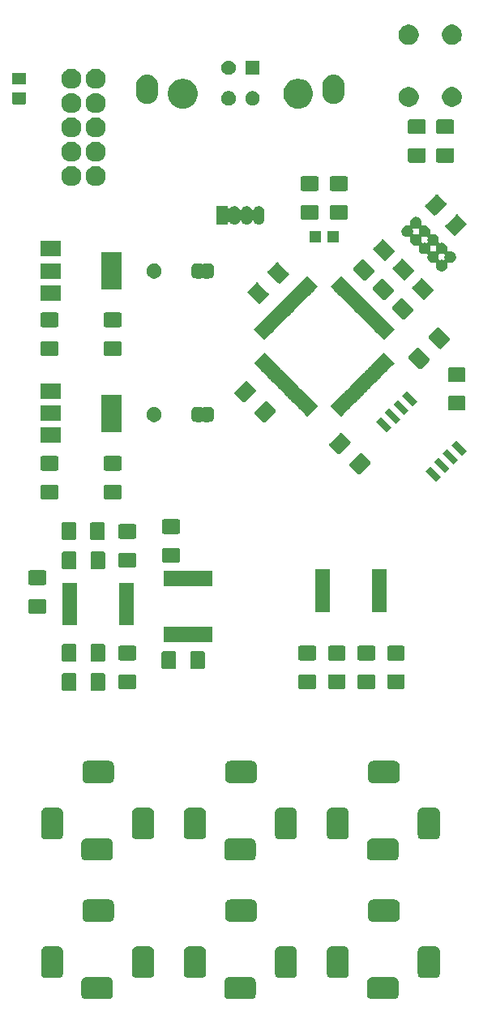
<source format=gbr>
G04 #@! TF.GenerationSoftware,KiCad,Pcbnew,(5.1.2)-2*
G04 #@! TF.CreationDate,2019-12-19T20:27:40-08:00*
G04 #@! TF.ProjectId,mainboard,6d61696e-626f-4617-9264-2e6b69636164,v3*
G04 #@! TF.SameCoordinates,Original*
G04 #@! TF.FileFunction,Soldermask,Top*
G04 #@! TF.FilePolarity,Negative*
%FSLAX46Y46*%
G04 Gerber Fmt 4.6, Leading zero omitted, Abs format (unit mm)*
G04 Created by KiCad (PCBNEW (5.1.2)-2) date 2019-12-19 20:27:40*
%MOMM*%
%LPD*%
G04 APERTURE LIST*
%ADD10C,0.100000*%
G04 APERTURE END LIST*
D10*
G36*
X151378961Y-150723450D02*
G01*
X151475088Y-150752610D01*
X151563670Y-150799958D01*
X151641318Y-150863682D01*
X151705042Y-150941330D01*
X151752390Y-151029912D01*
X151781550Y-151126039D01*
X151792000Y-151232140D01*
X151792000Y-152495860D01*
X151781550Y-152601961D01*
X151752390Y-152698088D01*
X151705042Y-152786670D01*
X151641318Y-152864318D01*
X151563670Y-152928042D01*
X151475088Y-152975390D01*
X151378961Y-153004550D01*
X151272860Y-153015000D01*
X149009140Y-153015000D01*
X148903039Y-153004550D01*
X148806912Y-152975390D01*
X148718330Y-152928042D01*
X148640682Y-152864318D01*
X148576958Y-152786670D01*
X148529610Y-152698088D01*
X148500450Y-152601961D01*
X148490000Y-152495860D01*
X148490000Y-151232140D01*
X148500450Y-151126039D01*
X148529610Y-151029912D01*
X148576958Y-150941330D01*
X148640682Y-150863682D01*
X148718330Y-150799958D01*
X148806912Y-150752610D01*
X148903039Y-150723450D01*
X149009140Y-150713000D01*
X151272860Y-150713000D01*
X151378961Y-150723450D01*
X151378961Y-150723450D01*
G37*
G36*
X136456461Y-150723450D02*
G01*
X136552588Y-150752610D01*
X136641170Y-150799958D01*
X136718818Y-150863682D01*
X136782542Y-150941330D01*
X136829890Y-151029912D01*
X136859050Y-151126039D01*
X136869500Y-151232140D01*
X136869500Y-152495860D01*
X136859050Y-152601961D01*
X136829890Y-152698088D01*
X136782542Y-152786670D01*
X136718818Y-152864318D01*
X136641170Y-152928042D01*
X136552588Y-152975390D01*
X136456461Y-153004550D01*
X136350360Y-153015000D01*
X134086640Y-153015000D01*
X133980539Y-153004550D01*
X133884412Y-152975390D01*
X133795830Y-152928042D01*
X133718182Y-152864318D01*
X133654458Y-152786670D01*
X133607110Y-152698088D01*
X133577950Y-152601961D01*
X133567500Y-152495860D01*
X133567500Y-151232140D01*
X133577950Y-151126039D01*
X133607110Y-151029912D01*
X133654458Y-150941330D01*
X133718182Y-150863682D01*
X133795830Y-150799958D01*
X133884412Y-150752610D01*
X133980539Y-150723450D01*
X134086640Y-150713000D01*
X136350360Y-150713000D01*
X136456461Y-150723450D01*
X136456461Y-150723450D01*
G37*
G36*
X121533961Y-150723450D02*
G01*
X121630088Y-150752610D01*
X121718670Y-150799958D01*
X121796318Y-150863682D01*
X121860042Y-150941330D01*
X121907390Y-151029912D01*
X121936550Y-151126039D01*
X121947000Y-151232140D01*
X121947000Y-152495860D01*
X121936550Y-152601961D01*
X121907390Y-152698088D01*
X121860042Y-152786670D01*
X121796318Y-152864318D01*
X121718670Y-152928042D01*
X121630088Y-152975390D01*
X121533961Y-153004550D01*
X121427860Y-153015000D01*
X119164140Y-153015000D01*
X119058039Y-153004550D01*
X118961912Y-152975390D01*
X118873330Y-152928042D01*
X118795682Y-152864318D01*
X118731958Y-152786670D01*
X118684610Y-152698088D01*
X118655450Y-152601961D01*
X118645000Y-152495860D01*
X118645000Y-151232140D01*
X118655450Y-151126039D01*
X118684610Y-151029912D01*
X118731958Y-150941330D01*
X118795682Y-150863682D01*
X118873330Y-150799958D01*
X118961912Y-150752610D01*
X119058039Y-150723450D01*
X119164140Y-150713000D01*
X121427860Y-150713000D01*
X121533961Y-150723450D01*
X121533961Y-150723450D01*
G37*
G36*
X131256461Y-147523450D02*
G01*
X131352588Y-147552610D01*
X131441170Y-147599958D01*
X131518818Y-147663682D01*
X131582542Y-147741330D01*
X131629890Y-147829912D01*
X131659050Y-147926039D01*
X131669500Y-148032140D01*
X131669500Y-150295860D01*
X131659050Y-150401961D01*
X131629890Y-150498088D01*
X131582542Y-150586670D01*
X131518818Y-150664318D01*
X131441170Y-150728042D01*
X131352588Y-150775390D01*
X131256461Y-150804550D01*
X131150360Y-150815000D01*
X129886640Y-150815000D01*
X129780539Y-150804550D01*
X129684412Y-150775390D01*
X129595830Y-150728042D01*
X129518182Y-150664318D01*
X129454458Y-150586670D01*
X129407110Y-150498088D01*
X129377950Y-150401961D01*
X129367500Y-150295860D01*
X129367500Y-148032140D01*
X129377950Y-147926039D01*
X129407110Y-147829912D01*
X129454458Y-147741330D01*
X129518182Y-147663682D01*
X129595830Y-147599958D01*
X129684412Y-147552610D01*
X129780539Y-147523450D01*
X129886640Y-147513000D01*
X131150360Y-147513000D01*
X131256461Y-147523450D01*
X131256461Y-147523450D01*
G37*
G36*
X116333961Y-147523450D02*
G01*
X116430088Y-147552610D01*
X116518670Y-147599958D01*
X116596318Y-147663682D01*
X116660042Y-147741330D01*
X116707390Y-147829912D01*
X116736550Y-147926039D01*
X116747000Y-148032140D01*
X116747000Y-150295860D01*
X116736550Y-150401961D01*
X116707390Y-150498088D01*
X116660042Y-150586670D01*
X116596318Y-150664318D01*
X116518670Y-150728042D01*
X116430088Y-150775390D01*
X116333961Y-150804550D01*
X116227860Y-150815000D01*
X114964140Y-150815000D01*
X114858039Y-150804550D01*
X114761912Y-150775390D01*
X114673330Y-150728042D01*
X114595682Y-150664318D01*
X114531958Y-150586670D01*
X114484610Y-150498088D01*
X114455450Y-150401961D01*
X114445000Y-150295860D01*
X114445000Y-148032140D01*
X114455450Y-147926039D01*
X114484610Y-147829912D01*
X114531958Y-147741330D01*
X114595682Y-147663682D01*
X114673330Y-147599958D01*
X114761912Y-147552610D01*
X114858039Y-147523450D01*
X114964140Y-147513000D01*
X116227860Y-147513000D01*
X116333961Y-147523450D01*
X116333961Y-147523450D01*
G37*
G36*
X125833961Y-147523450D02*
G01*
X125930088Y-147552610D01*
X126018670Y-147599958D01*
X126096318Y-147663682D01*
X126160042Y-147741330D01*
X126207390Y-147829912D01*
X126236550Y-147926039D01*
X126247000Y-148032140D01*
X126247000Y-150295860D01*
X126236550Y-150401961D01*
X126207390Y-150498088D01*
X126160042Y-150586670D01*
X126096318Y-150664318D01*
X126018670Y-150728042D01*
X125930088Y-150775390D01*
X125833961Y-150804550D01*
X125727860Y-150815000D01*
X124464140Y-150815000D01*
X124358039Y-150804550D01*
X124261912Y-150775390D01*
X124173330Y-150728042D01*
X124095682Y-150664318D01*
X124031958Y-150586670D01*
X123984610Y-150498088D01*
X123955450Y-150401961D01*
X123945000Y-150295860D01*
X123945000Y-148032140D01*
X123955450Y-147926039D01*
X123984610Y-147829912D01*
X124031958Y-147741330D01*
X124095682Y-147663682D01*
X124173330Y-147599958D01*
X124261912Y-147552610D01*
X124358039Y-147523450D01*
X124464140Y-147513000D01*
X125727860Y-147513000D01*
X125833961Y-147523450D01*
X125833961Y-147523450D01*
G37*
G36*
X146178961Y-147523450D02*
G01*
X146275088Y-147552610D01*
X146363670Y-147599958D01*
X146441318Y-147663682D01*
X146505042Y-147741330D01*
X146552390Y-147829912D01*
X146581550Y-147926039D01*
X146592000Y-148032140D01*
X146592000Y-150295860D01*
X146581550Y-150401961D01*
X146552390Y-150498088D01*
X146505042Y-150586670D01*
X146441318Y-150664318D01*
X146363670Y-150728042D01*
X146275088Y-150775390D01*
X146178961Y-150804550D01*
X146072860Y-150815000D01*
X144809140Y-150815000D01*
X144703039Y-150804550D01*
X144606912Y-150775390D01*
X144518330Y-150728042D01*
X144440682Y-150664318D01*
X144376958Y-150586670D01*
X144329610Y-150498088D01*
X144300450Y-150401961D01*
X144290000Y-150295860D01*
X144290000Y-148032140D01*
X144300450Y-147926039D01*
X144329610Y-147829912D01*
X144376958Y-147741330D01*
X144440682Y-147663682D01*
X144518330Y-147599958D01*
X144606912Y-147552610D01*
X144703039Y-147523450D01*
X144809140Y-147513000D01*
X146072860Y-147513000D01*
X146178961Y-147523450D01*
X146178961Y-147523450D01*
G37*
G36*
X140756461Y-147523450D02*
G01*
X140852588Y-147552610D01*
X140941170Y-147599958D01*
X141018818Y-147663682D01*
X141082542Y-147741330D01*
X141129890Y-147829912D01*
X141159050Y-147926039D01*
X141169500Y-148032140D01*
X141169500Y-150295860D01*
X141159050Y-150401961D01*
X141129890Y-150498088D01*
X141082542Y-150586670D01*
X141018818Y-150664318D01*
X140941170Y-150728042D01*
X140852588Y-150775390D01*
X140756461Y-150804550D01*
X140650360Y-150815000D01*
X139386640Y-150815000D01*
X139280539Y-150804550D01*
X139184412Y-150775390D01*
X139095830Y-150728042D01*
X139018182Y-150664318D01*
X138954458Y-150586670D01*
X138907110Y-150498088D01*
X138877950Y-150401961D01*
X138867500Y-150295860D01*
X138867500Y-148032140D01*
X138877950Y-147926039D01*
X138907110Y-147829912D01*
X138954458Y-147741330D01*
X139018182Y-147663682D01*
X139095830Y-147599958D01*
X139184412Y-147552610D01*
X139280539Y-147523450D01*
X139386640Y-147513000D01*
X140650360Y-147513000D01*
X140756461Y-147523450D01*
X140756461Y-147523450D01*
G37*
G36*
X155678961Y-147523450D02*
G01*
X155775088Y-147552610D01*
X155863670Y-147599958D01*
X155941318Y-147663682D01*
X156005042Y-147741330D01*
X156052390Y-147829912D01*
X156081550Y-147926039D01*
X156092000Y-148032140D01*
X156092000Y-150295860D01*
X156081550Y-150401961D01*
X156052390Y-150498088D01*
X156005042Y-150586670D01*
X155941318Y-150664318D01*
X155863670Y-150728042D01*
X155775088Y-150775390D01*
X155678961Y-150804550D01*
X155572860Y-150815000D01*
X154309140Y-150815000D01*
X154203039Y-150804550D01*
X154106912Y-150775390D01*
X154018330Y-150728042D01*
X153940682Y-150664318D01*
X153876958Y-150586670D01*
X153829610Y-150498088D01*
X153800450Y-150401961D01*
X153790000Y-150295860D01*
X153790000Y-148032140D01*
X153800450Y-147926039D01*
X153829610Y-147829912D01*
X153876958Y-147741330D01*
X153940682Y-147663682D01*
X154018330Y-147599958D01*
X154106912Y-147552610D01*
X154203039Y-147523450D01*
X154309140Y-147513000D01*
X155572860Y-147513000D01*
X155678961Y-147523450D01*
X155678961Y-147523450D01*
G37*
G36*
X121633961Y-142623450D02*
G01*
X121730088Y-142652610D01*
X121818670Y-142699958D01*
X121896318Y-142763682D01*
X121960042Y-142841330D01*
X122007390Y-142929912D01*
X122036550Y-143026039D01*
X122047000Y-143132140D01*
X122047000Y-144395860D01*
X122036550Y-144501961D01*
X122007390Y-144598088D01*
X121960042Y-144686670D01*
X121896318Y-144764318D01*
X121818670Y-144828042D01*
X121730088Y-144875390D01*
X121633961Y-144904550D01*
X121527860Y-144915000D01*
X119264140Y-144915000D01*
X119158039Y-144904550D01*
X119061912Y-144875390D01*
X118973330Y-144828042D01*
X118895682Y-144764318D01*
X118831958Y-144686670D01*
X118784610Y-144598088D01*
X118755450Y-144501961D01*
X118745000Y-144395860D01*
X118745000Y-143132140D01*
X118755450Y-143026039D01*
X118784610Y-142929912D01*
X118831958Y-142841330D01*
X118895682Y-142763682D01*
X118973330Y-142699958D01*
X119061912Y-142652610D01*
X119158039Y-142623450D01*
X119264140Y-142613000D01*
X121527860Y-142613000D01*
X121633961Y-142623450D01*
X121633961Y-142623450D01*
G37*
G36*
X136556461Y-142623450D02*
G01*
X136652588Y-142652610D01*
X136741170Y-142699958D01*
X136818818Y-142763682D01*
X136882542Y-142841330D01*
X136929890Y-142929912D01*
X136959050Y-143026039D01*
X136969500Y-143132140D01*
X136969500Y-144395860D01*
X136959050Y-144501961D01*
X136929890Y-144598088D01*
X136882542Y-144686670D01*
X136818818Y-144764318D01*
X136741170Y-144828042D01*
X136652588Y-144875390D01*
X136556461Y-144904550D01*
X136450360Y-144915000D01*
X134186640Y-144915000D01*
X134080539Y-144904550D01*
X133984412Y-144875390D01*
X133895830Y-144828042D01*
X133818182Y-144764318D01*
X133754458Y-144686670D01*
X133707110Y-144598088D01*
X133677950Y-144501961D01*
X133667500Y-144395860D01*
X133667500Y-143132140D01*
X133677950Y-143026039D01*
X133707110Y-142929912D01*
X133754458Y-142841330D01*
X133818182Y-142763682D01*
X133895830Y-142699958D01*
X133984412Y-142652610D01*
X134080539Y-142623450D01*
X134186640Y-142613000D01*
X136450360Y-142613000D01*
X136556461Y-142623450D01*
X136556461Y-142623450D01*
G37*
G36*
X151478961Y-142623450D02*
G01*
X151575088Y-142652610D01*
X151663670Y-142699958D01*
X151741318Y-142763682D01*
X151805042Y-142841330D01*
X151852390Y-142929912D01*
X151881550Y-143026039D01*
X151892000Y-143132140D01*
X151892000Y-144395860D01*
X151881550Y-144501961D01*
X151852390Y-144598088D01*
X151805042Y-144686670D01*
X151741318Y-144764318D01*
X151663670Y-144828042D01*
X151575088Y-144875390D01*
X151478961Y-144904550D01*
X151372860Y-144915000D01*
X149109140Y-144915000D01*
X149003039Y-144904550D01*
X148906912Y-144875390D01*
X148818330Y-144828042D01*
X148740682Y-144764318D01*
X148676958Y-144686670D01*
X148629610Y-144598088D01*
X148600450Y-144501961D01*
X148590000Y-144395860D01*
X148590000Y-143132140D01*
X148600450Y-143026039D01*
X148629610Y-142929912D01*
X148676958Y-142841330D01*
X148740682Y-142763682D01*
X148818330Y-142699958D01*
X148906912Y-142652610D01*
X149003039Y-142623450D01*
X149109140Y-142613000D01*
X151372860Y-142613000D01*
X151478961Y-142623450D01*
X151478961Y-142623450D01*
G37*
G36*
X151378961Y-136245450D02*
G01*
X151475088Y-136274610D01*
X151563670Y-136321958D01*
X151641318Y-136385682D01*
X151705042Y-136463330D01*
X151752390Y-136551912D01*
X151781550Y-136648039D01*
X151792000Y-136754140D01*
X151792000Y-138017860D01*
X151781550Y-138123961D01*
X151752390Y-138220088D01*
X151705042Y-138308670D01*
X151641318Y-138386318D01*
X151563670Y-138450042D01*
X151475088Y-138497390D01*
X151378961Y-138526550D01*
X151272860Y-138537000D01*
X149009140Y-138537000D01*
X148903039Y-138526550D01*
X148806912Y-138497390D01*
X148718330Y-138450042D01*
X148640682Y-138386318D01*
X148576958Y-138308670D01*
X148529610Y-138220088D01*
X148500450Y-138123961D01*
X148490000Y-138017860D01*
X148490000Y-136754140D01*
X148500450Y-136648039D01*
X148529610Y-136551912D01*
X148576958Y-136463330D01*
X148640682Y-136385682D01*
X148718330Y-136321958D01*
X148806912Y-136274610D01*
X148903039Y-136245450D01*
X149009140Y-136235000D01*
X151272860Y-136235000D01*
X151378961Y-136245450D01*
X151378961Y-136245450D01*
G37*
G36*
X136456461Y-136245450D02*
G01*
X136552588Y-136274610D01*
X136641170Y-136321958D01*
X136718818Y-136385682D01*
X136782542Y-136463330D01*
X136829890Y-136551912D01*
X136859050Y-136648039D01*
X136869500Y-136754140D01*
X136869500Y-138017860D01*
X136859050Y-138123961D01*
X136829890Y-138220088D01*
X136782542Y-138308670D01*
X136718818Y-138386318D01*
X136641170Y-138450042D01*
X136552588Y-138497390D01*
X136456461Y-138526550D01*
X136350360Y-138537000D01*
X134086640Y-138537000D01*
X133980539Y-138526550D01*
X133884412Y-138497390D01*
X133795830Y-138450042D01*
X133718182Y-138386318D01*
X133654458Y-138308670D01*
X133607110Y-138220088D01*
X133577950Y-138123961D01*
X133567500Y-138017860D01*
X133567500Y-136754140D01*
X133577950Y-136648039D01*
X133607110Y-136551912D01*
X133654458Y-136463330D01*
X133718182Y-136385682D01*
X133795830Y-136321958D01*
X133884412Y-136274610D01*
X133980539Y-136245450D01*
X134086640Y-136235000D01*
X136350360Y-136235000D01*
X136456461Y-136245450D01*
X136456461Y-136245450D01*
G37*
G36*
X121533961Y-136245450D02*
G01*
X121630088Y-136274610D01*
X121718670Y-136321958D01*
X121796318Y-136385682D01*
X121860042Y-136463330D01*
X121907390Y-136551912D01*
X121936550Y-136648039D01*
X121947000Y-136754140D01*
X121947000Y-138017860D01*
X121936550Y-138123961D01*
X121907390Y-138220088D01*
X121860042Y-138308670D01*
X121796318Y-138386318D01*
X121718670Y-138450042D01*
X121630088Y-138497390D01*
X121533961Y-138526550D01*
X121427860Y-138537000D01*
X119164140Y-138537000D01*
X119058039Y-138526550D01*
X118961912Y-138497390D01*
X118873330Y-138450042D01*
X118795682Y-138386318D01*
X118731958Y-138308670D01*
X118684610Y-138220088D01*
X118655450Y-138123961D01*
X118645000Y-138017860D01*
X118645000Y-136754140D01*
X118655450Y-136648039D01*
X118684610Y-136551912D01*
X118731958Y-136463330D01*
X118795682Y-136385682D01*
X118873330Y-136321958D01*
X118961912Y-136274610D01*
X119058039Y-136245450D01*
X119164140Y-136235000D01*
X121427860Y-136235000D01*
X121533961Y-136245450D01*
X121533961Y-136245450D01*
G37*
G36*
X125833961Y-133045450D02*
G01*
X125930088Y-133074610D01*
X126018670Y-133121958D01*
X126096318Y-133185682D01*
X126160042Y-133263330D01*
X126207390Y-133351912D01*
X126236550Y-133448039D01*
X126247000Y-133554140D01*
X126247000Y-135817860D01*
X126236550Y-135923961D01*
X126207390Y-136020088D01*
X126160042Y-136108670D01*
X126096318Y-136186318D01*
X126018670Y-136250042D01*
X125930088Y-136297390D01*
X125833961Y-136326550D01*
X125727860Y-136337000D01*
X124464140Y-136337000D01*
X124358039Y-136326550D01*
X124261912Y-136297390D01*
X124173330Y-136250042D01*
X124095682Y-136186318D01*
X124031958Y-136108670D01*
X123984610Y-136020088D01*
X123955450Y-135923961D01*
X123945000Y-135817860D01*
X123945000Y-133554140D01*
X123955450Y-133448039D01*
X123984610Y-133351912D01*
X124031958Y-133263330D01*
X124095682Y-133185682D01*
X124173330Y-133121958D01*
X124261912Y-133074610D01*
X124358039Y-133045450D01*
X124464140Y-133035000D01*
X125727860Y-133035000D01*
X125833961Y-133045450D01*
X125833961Y-133045450D01*
G37*
G36*
X131256461Y-133045450D02*
G01*
X131352588Y-133074610D01*
X131441170Y-133121958D01*
X131518818Y-133185682D01*
X131582542Y-133263330D01*
X131629890Y-133351912D01*
X131659050Y-133448039D01*
X131669500Y-133554140D01*
X131669500Y-135817860D01*
X131659050Y-135923961D01*
X131629890Y-136020088D01*
X131582542Y-136108670D01*
X131518818Y-136186318D01*
X131441170Y-136250042D01*
X131352588Y-136297390D01*
X131256461Y-136326550D01*
X131150360Y-136337000D01*
X129886640Y-136337000D01*
X129780539Y-136326550D01*
X129684412Y-136297390D01*
X129595830Y-136250042D01*
X129518182Y-136186318D01*
X129454458Y-136108670D01*
X129407110Y-136020088D01*
X129377950Y-135923961D01*
X129367500Y-135817860D01*
X129367500Y-133554140D01*
X129377950Y-133448039D01*
X129407110Y-133351912D01*
X129454458Y-133263330D01*
X129518182Y-133185682D01*
X129595830Y-133121958D01*
X129684412Y-133074610D01*
X129780539Y-133045450D01*
X129886640Y-133035000D01*
X131150360Y-133035000D01*
X131256461Y-133045450D01*
X131256461Y-133045450D01*
G37*
G36*
X140756461Y-133045450D02*
G01*
X140852588Y-133074610D01*
X140941170Y-133121958D01*
X141018818Y-133185682D01*
X141082542Y-133263330D01*
X141129890Y-133351912D01*
X141159050Y-133448039D01*
X141169500Y-133554140D01*
X141169500Y-135817860D01*
X141159050Y-135923961D01*
X141129890Y-136020088D01*
X141082542Y-136108670D01*
X141018818Y-136186318D01*
X140941170Y-136250042D01*
X140852588Y-136297390D01*
X140756461Y-136326550D01*
X140650360Y-136337000D01*
X139386640Y-136337000D01*
X139280539Y-136326550D01*
X139184412Y-136297390D01*
X139095830Y-136250042D01*
X139018182Y-136186318D01*
X138954458Y-136108670D01*
X138907110Y-136020088D01*
X138877950Y-135923961D01*
X138867500Y-135817860D01*
X138867500Y-133554140D01*
X138877950Y-133448039D01*
X138907110Y-133351912D01*
X138954458Y-133263330D01*
X139018182Y-133185682D01*
X139095830Y-133121958D01*
X139184412Y-133074610D01*
X139280539Y-133045450D01*
X139386640Y-133035000D01*
X140650360Y-133035000D01*
X140756461Y-133045450D01*
X140756461Y-133045450D01*
G37*
G36*
X146178961Y-133045450D02*
G01*
X146275088Y-133074610D01*
X146363670Y-133121958D01*
X146441318Y-133185682D01*
X146505042Y-133263330D01*
X146552390Y-133351912D01*
X146581550Y-133448039D01*
X146592000Y-133554140D01*
X146592000Y-135817860D01*
X146581550Y-135923961D01*
X146552390Y-136020088D01*
X146505042Y-136108670D01*
X146441318Y-136186318D01*
X146363670Y-136250042D01*
X146275088Y-136297390D01*
X146178961Y-136326550D01*
X146072860Y-136337000D01*
X144809140Y-136337000D01*
X144703039Y-136326550D01*
X144606912Y-136297390D01*
X144518330Y-136250042D01*
X144440682Y-136186318D01*
X144376958Y-136108670D01*
X144329610Y-136020088D01*
X144300450Y-135923961D01*
X144290000Y-135817860D01*
X144290000Y-133554140D01*
X144300450Y-133448039D01*
X144329610Y-133351912D01*
X144376958Y-133263330D01*
X144440682Y-133185682D01*
X144518330Y-133121958D01*
X144606912Y-133074610D01*
X144703039Y-133045450D01*
X144809140Y-133035000D01*
X146072860Y-133035000D01*
X146178961Y-133045450D01*
X146178961Y-133045450D01*
G37*
G36*
X155678961Y-133045450D02*
G01*
X155775088Y-133074610D01*
X155863670Y-133121958D01*
X155941318Y-133185682D01*
X156005042Y-133263330D01*
X156052390Y-133351912D01*
X156081550Y-133448039D01*
X156092000Y-133554140D01*
X156092000Y-135817860D01*
X156081550Y-135923961D01*
X156052390Y-136020088D01*
X156005042Y-136108670D01*
X155941318Y-136186318D01*
X155863670Y-136250042D01*
X155775088Y-136297390D01*
X155678961Y-136326550D01*
X155572860Y-136337000D01*
X154309140Y-136337000D01*
X154203039Y-136326550D01*
X154106912Y-136297390D01*
X154018330Y-136250042D01*
X153940682Y-136186318D01*
X153876958Y-136108670D01*
X153829610Y-136020088D01*
X153800450Y-135923961D01*
X153790000Y-135817860D01*
X153790000Y-133554140D01*
X153800450Y-133448039D01*
X153829610Y-133351912D01*
X153876958Y-133263330D01*
X153940682Y-133185682D01*
X154018330Y-133121958D01*
X154106912Y-133074610D01*
X154203039Y-133045450D01*
X154309140Y-133035000D01*
X155572860Y-133035000D01*
X155678961Y-133045450D01*
X155678961Y-133045450D01*
G37*
G36*
X116333961Y-133045450D02*
G01*
X116430088Y-133074610D01*
X116518670Y-133121958D01*
X116596318Y-133185682D01*
X116660042Y-133263330D01*
X116707390Y-133351912D01*
X116736550Y-133448039D01*
X116747000Y-133554140D01*
X116747000Y-135817860D01*
X116736550Y-135923961D01*
X116707390Y-136020088D01*
X116660042Y-136108670D01*
X116596318Y-136186318D01*
X116518670Y-136250042D01*
X116430088Y-136297390D01*
X116333961Y-136326550D01*
X116227860Y-136337000D01*
X114964140Y-136337000D01*
X114858039Y-136326550D01*
X114761912Y-136297390D01*
X114673330Y-136250042D01*
X114595682Y-136186318D01*
X114531958Y-136108670D01*
X114484610Y-136020088D01*
X114455450Y-135923961D01*
X114445000Y-135817860D01*
X114445000Y-133554140D01*
X114455450Y-133448039D01*
X114484610Y-133351912D01*
X114531958Y-133263330D01*
X114595682Y-133185682D01*
X114673330Y-133121958D01*
X114761912Y-133074610D01*
X114858039Y-133045450D01*
X114964140Y-133035000D01*
X116227860Y-133035000D01*
X116333961Y-133045450D01*
X116333961Y-133045450D01*
G37*
G36*
X136556461Y-128145450D02*
G01*
X136652588Y-128174610D01*
X136741170Y-128221958D01*
X136818818Y-128285682D01*
X136882542Y-128363330D01*
X136929890Y-128451912D01*
X136959050Y-128548039D01*
X136969500Y-128654140D01*
X136969500Y-129917860D01*
X136959050Y-130023961D01*
X136929890Y-130120088D01*
X136882542Y-130208670D01*
X136818818Y-130286318D01*
X136741170Y-130350042D01*
X136652588Y-130397390D01*
X136556461Y-130426550D01*
X136450360Y-130437000D01*
X134186640Y-130437000D01*
X134080539Y-130426550D01*
X133984412Y-130397390D01*
X133895830Y-130350042D01*
X133818182Y-130286318D01*
X133754458Y-130208670D01*
X133707110Y-130120088D01*
X133677950Y-130023961D01*
X133667500Y-129917860D01*
X133667500Y-128654140D01*
X133677950Y-128548039D01*
X133707110Y-128451912D01*
X133754458Y-128363330D01*
X133818182Y-128285682D01*
X133895830Y-128221958D01*
X133984412Y-128174610D01*
X134080539Y-128145450D01*
X134186640Y-128135000D01*
X136450360Y-128135000D01*
X136556461Y-128145450D01*
X136556461Y-128145450D01*
G37*
G36*
X151478961Y-128145450D02*
G01*
X151575088Y-128174610D01*
X151663670Y-128221958D01*
X151741318Y-128285682D01*
X151805042Y-128363330D01*
X151852390Y-128451912D01*
X151881550Y-128548039D01*
X151892000Y-128654140D01*
X151892000Y-129917860D01*
X151881550Y-130023961D01*
X151852390Y-130120088D01*
X151805042Y-130208670D01*
X151741318Y-130286318D01*
X151663670Y-130350042D01*
X151575088Y-130397390D01*
X151478961Y-130426550D01*
X151372860Y-130437000D01*
X149109140Y-130437000D01*
X149003039Y-130426550D01*
X148906912Y-130397390D01*
X148818330Y-130350042D01*
X148740682Y-130286318D01*
X148676958Y-130208670D01*
X148629610Y-130120088D01*
X148600450Y-130023961D01*
X148590000Y-129917860D01*
X148590000Y-128654140D01*
X148600450Y-128548039D01*
X148629610Y-128451912D01*
X148676958Y-128363330D01*
X148740682Y-128285682D01*
X148818330Y-128221958D01*
X148906912Y-128174610D01*
X149003039Y-128145450D01*
X149109140Y-128135000D01*
X151372860Y-128135000D01*
X151478961Y-128145450D01*
X151478961Y-128145450D01*
G37*
G36*
X121633961Y-128145450D02*
G01*
X121730088Y-128174610D01*
X121818670Y-128221958D01*
X121896318Y-128285682D01*
X121960042Y-128363330D01*
X122007390Y-128451912D01*
X122036550Y-128548039D01*
X122047000Y-128654140D01*
X122047000Y-129917860D01*
X122036550Y-130023961D01*
X122007390Y-130120088D01*
X121960042Y-130208670D01*
X121896318Y-130286318D01*
X121818670Y-130350042D01*
X121730088Y-130397390D01*
X121633961Y-130426550D01*
X121527860Y-130437000D01*
X119264140Y-130437000D01*
X119158039Y-130426550D01*
X119061912Y-130397390D01*
X118973330Y-130350042D01*
X118895682Y-130286318D01*
X118831958Y-130208670D01*
X118784610Y-130120088D01*
X118755450Y-130023961D01*
X118745000Y-129917860D01*
X118745000Y-128654140D01*
X118755450Y-128548039D01*
X118784610Y-128451912D01*
X118831958Y-128363330D01*
X118895682Y-128285682D01*
X118973330Y-128221958D01*
X119061912Y-128174610D01*
X119158039Y-128145450D01*
X119264140Y-128135000D01*
X121527860Y-128135000D01*
X121633961Y-128145450D01*
X121633961Y-128145450D01*
G37*
G36*
X117997562Y-118966181D02*
G01*
X118032481Y-118976774D01*
X118064663Y-118993976D01*
X118092873Y-119017127D01*
X118116024Y-119045337D01*
X118133226Y-119077519D01*
X118143819Y-119112438D01*
X118148000Y-119154895D01*
X118148000Y-120621105D01*
X118143819Y-120663562D01*
X118133226Y-120698481D01*
X118116024Y-120730663D01*
X118092873Y-120758873D01*
X118064663Y-120782024D01*
X118032481Y-120799226D01*
X117997562Y-120809819D01*
X117955105Y-120814000D01*
X116813895Y-120814000D01*
X116771438Y-120809819D01*
X116736519Y-120799226D01*
X116704337Y-120782024D01*
X116676127Y-120758873D01*
X116652976Y-120730663D01*
X116635774Y-120698481D01*
X116625181Y-120663562D01*
X116621000Y-120621105D01*
X116621000Y-119154895D01*
X116625181Y-119112438D01*
X116635774Y-119077519D01*
X116652976Y-119045337D01*
X116676127Y-119017127D01*
X116704337Y-118993976D01*
X116736519Y-118976774D01*
X116771438Y-118966181D01*
X116813895Y-118962000D01*
X117955105Y-118962000D01*
X117997562Y-118966181D01*
X117997562Y-118966181D01*
G37*
G36*
X120972562Y-118966181D02*
G01*
X121007481Y-118976774D01*
X121039663Y-118993976D01*
X121067873Y-119017127D01*
X121091024Y-119045337D01*
X121108226Y-119077519D01*
X121118819Y-119112438D01*
X121123000Y-119154895D01*
X121123000Y-120621105D01*
X121118819Y-120663562D01*
X121108226Y-120698481D01*
X121091024Y-120730663D01*
X121067873Y-120758873D01*
X121039663Y-120782024D01*
X121007481Y-120799226D01*
X120972562Y-120809819D01*
X120930105Y-120814000D01*
X119788895Y-120814000D01*
X119746438Y-120809819D01*
X119711519Y-120799226D01*
X119679337Y-120782024D01*
X119651127Y-120758873D01*
X119627976Y-120730663D01*
X119610774Y-120698481D01*
X119600181Y-120663562D01*
X119596000Y-120621105D01*
X119596000Y-119154895D01*
X119600181Y-119112438D01*
X119610774Y-119077519D01*
X119627976Y-119045337D01*
X119651127Y-119017127D01*
X119679337Y-118993976D01*
X119711519Y-118976774D01*
X119746438Y-118966181D01*
X119788895Y-118962000D01*
X120930105Y-118962000D01*
X120972562Y-118966181D01*
X120972562Y-118966181D01*
G37*
G36*
X149196228Y-119092181D02*
G01*
X149231147Y-119102774D01*
X149263329Y-119119976D01*
X149291539Y-119143127D01*
X149314690Y-119171337D01*
X149331892Y-119203519D01*
X149342485Y-119238438D01*
X149346666Y-119280895D01*
X149346666Y-120422105D01*
X149342485Y-120464562D01*
X149331892Y-120499481D01*
X149314690Y-120531663D01*
X149291539Y-120559873D01*
X149263329Y-120583024D01*
X149231147Y-120600226D01*
X149196228Y-120610819D01*
X149153771Y-120615000D01*
X147687561Y-120615000D01*
X147645104Y-120610819D01*
X147610185Y-120600226D01*
X147578003Y-120583024D01*
X147549793Y-120559873D01*
X147526642Y-120531663D01*
X147509440Y-120499481D01*
X147498847Y-120464562D01*
X147494666Y-120422105D01*
X147494666Y-119280895D01*
X147498847Y-119238438D01*
X147509440Y-119203519D01*
X147526642Y-119171337D01*
X147549793Y-119143127D01*
X147578003Y-119119976D01*
X147610185Y-119102774D01*
X147645104Y-119092181D01*
X147687561Y-119088000D01*
X149153771Y-119088000D01*
X149196228Y-119092181D01*
X149196228Y-119092181D01*
G37*
G36*
X152286562Y-119092181D02*
G01*
X152321481Y-119102774D01*
X152353663Y-119119976D01*
X152381873Y-119143127D01*
X152405024Y-119171337D01*
X152422226Y-119203519D01*
X152432819Y-119238438D01*
X152437000Y-119280895D01*
X152437000Y-120422105D01*
X152432819Y-120464562D01*
X152422226Y-120499481D01*
X152405024Y-120531663D01*
X152381873Y-120559873D01*
X152353663Y-120583024D01*
X152321481Y-120600226D01*
X152286562Y-120610819D01*
X152244105Y-120615000D01*
X150777895Y-120615000D01*
X150735438Y-120610819D01*
X150700519Y-120600226D01*
X150668337Y-120583024D01*
X150640127Y-120559873D01*
X150616976Y-120531663D01*
X150599774Y-120499481D01*
X150589181Y-120464562D01*
X150585000Y-120422105D01*
X150585000Y-119280895D01*
X150589181Y-119238438D01*
X150599774Y-119203519D01*
X150616976Y-119171337D01*
X150640127Y-119143127D01*
X150668337Y-119119976D01*
X150700519Y-119102774D01*
X150735438Y-119092181D01*
X150777895Y-119088000D01*
X152244105Y-119088000D01*
X152286562Y-119092181D01*
X152286562Y-119092181D01*
G37*
G36*
X146105895Y-119092181D02*
G01*
X146140814Y-119102774D01*
X146172996Y-119119976D01*
X146201206Y-119143127D01*
X146224357Y-119171337D01*
X146241559Y-119203519D01*
X146252152Y-119238438D01*
X146256333Y-119280895D01*
X146256333Y-120422105D01*
X146252152Y-120464562D01*
X146241559Y-120499481D01*
X146224357Y-120531663D01*
X146201206Y-120559873D01*
X146172996Y-120583024D01*
X146140814Y-120600226D01*
X146105895Y-120610819D01*
X146063438Y-120615000D01*
X144597228Y-120615000D01*
X144554771Y-120610819D01*
X144519852Y-120600226D01*
X144487670Y-120583024D01*
X144459460Y-120559873D01*
X144436309Y-120531663D01*
X144419107Y-120499481D01*
X144408514Y-120464562D01*
X144404333Y-120422105D01*
X144404333Y-119280895D01*
X144408514Y-119238438D01*
X144419107Y-119203519D01*
X144436309Y-119171337D01*
X144459460Y-119143127D01*
X144487670Y-119119976D01*
X144519852Y-119102774D01*
X144554771Y-119092181D01*
X144597228Y-119088000D01*
X146063438Y-119088000D01*
X146105895Y-119092181D01*
X146105895Y-119092181D01*
G37*
G36*
X143015562Y-119092181D02*
G01*
X143050481Y-119102774D01*
X143082663Y-119119976D01*
X143110873Y-119143127D01*
X143134024Y-119171337D01*
X143151226Y-119203519D01*
X143161819Y-119238438D01*
X143166000Y-119280895D01*
X143166000Y-120422105D01*
X143161819Y-120464562D01*
X143151226Y-120499481D01*
X143134024Y-120531663D01*
X143110873Y-120559873D01*
X143082663Y-120583024D01*
X143050481Y-120600226D01*
X143015562Y-120610819D01*
X142973105Y-120615000D01*
X141506895Y-120615000D01*
X141464438Y-120610819D01*
X141429519Y-120600226D01*
X141397337Y-120583024D01*
X141369127Y-120559873D01*
X141345976Y-120531663D01*
X141328774Y-120499481D01*
X141318181Y-120464562D01*
X141314000Y-120422105D01*
X141314000Y-119280895D01*
X141318181Y-119238438D01*
X141328774Y-119203519D01*
X141345976Y-119171337D01*
X141369127Y-119143127D01*
X141397337Y-119119976D01*
X141429519Y-119102774D01*
X141464438Y-119092181D01*
X141506895Y-119088000D01*
X142973105Y-119088000D01*
X143015562Y-119092181D01*
X143015562Y-119092181D01*
G37*
G36*
X124219562Y-119092181D02*
G01*
X124254481Y-119102774D01*
X124286663Y-119119976D01*
X124314873Y-119143127D01*
X124338024Y-119171337D01*
X124355226Y-119203519D01*
X124365819Y-119238438D01*
X124370000Y-119280895D01*
X124370000Y-120422105D01*
X124365819Y-120464562D01*
X124355226Y-120499481D01*
X124338024Y-120531663D01*
X124314873Y-120559873D01*
X124286663Y-120583024D01*
X124254481Y-120600226D01*
X124219562Y-120610819D01*
X124177105Y-120615000D01*
X122710895Y-120615000D01*
X122668438Y-120610819D01*
X122633519Y-120600226D01*
X122601337Y-120583024D01*
X122573127Y-120559873D01*
X122549976Y-120531663D01*
X122532774Y-120499481D01*
X122522181Y-120464562D01*
X122518000Y-120422105D01*
X122518000Y-119280895D01*
X122522181Y-119238438D01*
X122532774Y-119203519D01*
X122549976Y-119171337D01*
X122573127Y-119143127D01*
X122601337Y-119119976D01*
X122633519Y-119102774D01*
X122668438Y-119092181D01*
X122710895Y-119088000D01*
X124177105Y-119088000D01*
X124219562Y-119092181D01*
X124219562Y-119092181D01*
G37*
G36*
X131386562Y-116680181D02*
G01*
X131421481Y-116690774D01*
X131453663Y-116707976D01*
X131481873Y-116731127D01*
X131505024Y-116759337D01*
X131522226Y-116791519D01*
X131532819Y-116826438D01*
X131537000Y-116868895D01*
X131537000Y-118335105D01*
X131532819Y-118377562D01*
X131522226Y-118412481D01*
X131505024Y-118444663D01*
X131481873Y-118472873D01*
X131453663Y-118496024D01*
X131421481Y-118513226D01*
X131386562Y-118523819D01*
X131344105Y-118528000D01*
X130202895Y-118528000D01*
X130160438Y-118523819D01*
X130125519Y-118513226D01*
X130093337Y-118496024D01*
X130065127Y-118472873D01*
X130041976Y-118444663D01*
X130024774Y-118412481D01*
X130014181Y-118377562D01*
X130010000Y-118335105D01*
X130010000Y-116868895D01*
X130014181Y-116826438D01*
X130024774Y-116791519D01*
X130041976Y-116759337D01*
X130065127Y-116731127D01*
X130093337Y-116707976D01*
X130125519Y-116690774D01*
X130160438Y-116680181D01*
X130202895Y-116676000D01*
X131344105Y-116676000D01*
X131386562Y-116680181D01*
X131386562Y-116680181D01*
G37*
G36*
X128411562Y-116680181D02*
G01*
X128446481Y-116690774D01*
X128478663Y-116707976D01*
X128506873Y-116731127D01*
X128530024Y-116759337D01*
X128547226Y-116791519D01*
X128557819Y-116826438D01*
X128562000Y-116868895D01*
X128562000Y-118335105D01*
X128557819Y-118377562D01*
X128547226Y-118412481D01*
X128530024Y-118444663D01*
X128506873Y-118472873D01*
X128478663Y-118496024D01*
X128446481Y-118513226D01*
X128411562Y-118523819D01*
X128369105Y-118528000D01*
X127227895Y-118528000D01*
X127185438Y-118523819D01*
X127150519Y-118513226D01*
X127118337Y-118496024D01*
X127090127Y-118472873D01*
X127066976Y-118444663D01*
X127049774Y-118412481D01*
X127039181Y-118377562D01*
X127035000Y-118335105D01*
X127035000Y-116868895D01*
X127039181Y-116826438D01*
X127049774Y-116791519D01*
X127066976Y-116759337D01*
X127090127Y-116731127D01*
X127118337Y-116707976D01*
X127150519Y-116690774D01*
X127185438Y-116680181D01*
X127227895Y-116676000D01*
X128369105Y-116676000D01*
X128411562Y-116680181D01*
X128411562Y-116680181D01*
G37*
G36*
X117997562Y-115918181D02*
G01*
X118032481Y-115928774D01*
X118064663Y-115945976D01*
X118092873Y-115969127D01*
X118116024Y-115997337D01*
X118133226Y-116029519D01*
X118143819Y-116064438D01*
X118148000Y-116106895D01*
X118148000Y-117573105D01*
X118143819Y-117615562D01*
X118133226Y-117650481D01*
X118116024Y-117682663D01*
X118092873Y-117710873D01*
X118064663Y-117734024D01*
X118032481Y-117751226D01*
X117997562Y-117761819D01*
X117955105Y-117766000D01*
X116813895Y-117766000D01*
X116771438Y-117761819D01*
X116736519Y-117751226D01*
X116704337Y-117734024D01*
X116676127Y-117710873D01*
X116652976Y-117682663D01*
X116635774Y-117650481D01*
X116625181Y-117615562D01*
X116621000Y-117573105D01*
X116621000Y-116106895D01*
X116625181Y-116064438D01*
X116635774Y-116029519D01*
X116652976Y-115997337D01*
X116676127Y-115969127D01*
X116704337Y-115945976D01*
X116736519Y-115928774D01*
X116771438Y-115918181D01*
X116813895Y-115914000D01*
X117955105Y-115914000D01*
X117997562Y-115918181D01*
X117997562Y-115918181D01*
G37*
G36*
X120972562Y-115918181D02*
G01*
X121007481Y-115928774D01*
X121039663Y-115945976D01*
X121067873Y-115969127D01*
X121091024Y-115997337D01*
X121108226Y-116029519D01*
X121118819Y-116064438D01*
X121123000Y-116106895D01*
X121123000Y-117573105D01*
X121118819Y-117615562D01*
X121108226Y-117650481D01*
X121091024Y-117682663D01*
X121067873Y-117710873D01*
X121039663Y-117734024D01*
X121007481Y-117751226D01*
X120972562Y-117761819D01*
X120930105Y-117766000D01*
X119788895Y-117766000D01*
X119746438Y-117761819D01*
X119711519Y-117751226D01*
X119679337Y-117734024D01*
X119651127Y-117710873D01*
X119627976Y-117682663D01*
X119610774Y-117650481D01*
X119600181Y-117615562D01*
X119596000Y-117573105D01*
X119596000Y-116106895D01*
X119600181Y-116064438D01*
X119610774Y-116029519D01*
X119627976Y-115997337D01*
X119651127Y-115969127D01*
X119679337Y-115945976D01*
X119711519Y-115928774D01*
X119746438Y-115918181D01*
X119788895Y-115914000D01*
X120930105Y-115914000D01*
X120972562Y-115918181D01*
X120972562Y-115918181D01*
G37*
G36*
X124219562Y-116117181D02*
G01*
X124254481Y-116127774D01*
X124286663Y-116144976D01*
X124314873Y-116168127D01*
X124338024Y-116196337D01*
X124355226Y-116228519D01*
X124365819Y-116263438D01*
X124370000Y-116305895D01*
X124370000Y-117447105D01*
X124365819Y-117489562D01*
X124355226Y-117524481D01*
X124338024Y-117556663D01*
X124314873Y-117584873D01*
X124286663Y-117608024D01*
X124254481Y-117625226D01*
X124219562Y-117635819D01*
X124177105Y-117640000D01*
X122710895Y-117640000D01*
X122668438Y-117635819D01*
X122633519Y-117625226D01*
X122601337Y-117608024D01*
X122573127Y-117584873D01*
X122549976Y-117556663D01*
X122532774Y-117524481D01*
X122522181Y-117489562D01*
X122518000Y-117447105D01*
X122518000Y-116305895D01*
X122522181Y-116263438D01*
X122532774Y-116228519D01*
X122549976Y-116196337D01*
X122573127Y-116168127D01*
X122601337Y-116144976D01*
X122633519Y-116127774D01*
X122668438Y-116117181D01*
X122710895Y-116113000D01*
X124177105Y-116113000D01*
X124219562Y-116117181D01*
X124219562Y-116117181D01*
G37*
G36*
X149196228Y-116117181D02*
G01*
X149231147Y-116127774D01*
X149263329Y-116144976D01*
X149291539Y-116168127D01*
X149314690Y-116196337D01*
X149331892Y-116228519D01*
X149342485Y-116263438D01*
X149346666Y-116305895D01*
X149346666Y-117447105D01*
X149342485Y-117489562D01*
X149331892Y-117524481D01*
X149314690Y-117556663D01*
X149291539Y-117584873D01*
X149263329Y-117608024D01*
X149231147Y-117625226D01*
X149196228Y-117635819D01*
X149153771Y-117640000D01*
X147687561Y-117640000D01*
X147645104Y-117635819D01*
X147610185Y-117625226D01*
X147578003Y-117608024D01*
X147549793Y-117584873D01*
X147526642Y-117556663D01*
X147509440Y-117524481D01*
X147498847Y-117489562D01*
X147494666Y-117447105D01*
X147494666Y-116305895D01*
X147498847Y-116263438D01*
X147509440Y-116228519D01*
X147526642Y-116196337D01*
X147549793Y-116168127D01*
X147578003Y-116144976D01*
X147610185Y-116127774D01*
X147645104Y-116117181D01*
X147687561Y-116113000D01*
X149153771Y-116113000D01*
X149196228Y-116117181D01*
X149196228Y-116117181D01*
G37*
G36*
X146105895Y-116117181D02*
G01*
X146140814Y-116127774D01*
X146172996Y-116144976D01*
X146201206Y-116168127D01*
X146224357Y-116196337D01*
X146241559Y-116228519D01*
X146252152Y-116263438D01*
X146256333Y-116305895D01*
X146256333Y-117447105D01*
X146252152Y-117489562D01*
X146241559Y-117524481D01*
X146224357Y-117556663D01*
X146201206Y-117584873D01*
X146172996Y-117608024D01*
X146140814Y-117625226D01*
X146105895Y-117635819D01*
X146063438Y-117640000D01*
X144597228Y-117640000D01*
X144554771Y-117635819D01*
X144519852Y-117625226D01*
X144487670Y-117608024D01*
X144459460Y-117584873D01*
X144436309Y-117556663D01*
X144419107Y-117524481D01*
X144408514Y-117489562D01*
X144404333Y-117447105D01*
X144404333Y-116305895D01*
X144408514Y-116263438D01*
X144419107Y-116228519D01*
X144436309Y-116196337D01*
X144459460Y-116168127D01*
X144487670Y-116144976D01*
X144519852Y-116127774D01*
X144554771Y-116117181D01*
X144597228Y-116113000D01*
X146063438Y-116113000D01*
X146105895Y-116117181D01*
X146105895Y-116117181D01*
G37*
G36*
X143015562Y-116117181D02*
G01*
X143050481Y-116127774D01*
X143082663Y-116144976D01*
X143110873Y-116168127D01*
X143134024Y-116196337D01*
X143151226Y-116228519D01*
X143161819Y-116263438D01*
X143166000Y-116305895D01*
X143166000Y-117447105D01*
X143161819Y-117489562D01*
X143151226Y-117524481D01*
X143134024Y-117556663D01*
X143110873Y-117584873D01*
X143082663Y-117608024D01*
X143050481Y-117625226D01*
X143015562Y-117635819D01*
X142973105Y-117640000D01*
X141506895Y-117640000D01*
X141464438Y-117635819D01*
X141429519Y-117625226D01*
X141397337Y-117608024D01*
X141369127Y-117584873D01*
X141345976Y-117556663D01*
X141328774Y-117524481D01*
X141318181Y-117489562D01*
X141314000Y-117447105D01*
X141314000Y-116305895D01*
X141318181Y-116263438D01*
X141328774Y-116228519D01*
X141345976Y-116196337D01*
X141369127Y-116168127D01*
X141397337Y-116144976D01*
X141429519Y-116127774D01*
X141464438Y-116117181D01*
X141506895Y-116113000D01*
X142973105Y-116113000D01*
X143015562Y-116117181D01*
X143015562Y-116117181D01*
G37*
G36*
X152286562Y-116117181D02*
G01*
X152321481Y-116127774D01*
X152353663Y-116144976D01*
X152381873Y-116168127D01*
X152405024Y-116196337D01*
X152422226Y-116228519D01*
X152432819Y-116263438D01*
X152437000Y-116305895D01*
X152437000Y-117447105D01*
X152432819Y-117489562D01*
X152422226Y-117524481D01*
X152405024Y-117556663D01*
X152381873Y-117584873D01*
X152353663Y-117608024D01*
X152321481Y-117625226D01*
X152286562Y-117635819D01*
X152244105Y-117640000D01*
X150777895Y-117640000D01*
X150735438Y-117635819D01*
X150700519Y-117625226D01*
X150668337Y-117608024D01*
X150640127Y-117584873D01*
X150616976Y-117556663D01*
X150599774Y-117524481D01*
X150589181Y-117489562D01*
X150585000Y-117447105D01*
X150585000Y-116305895D01*
X150589181Y-116263438D01*
X150599774Y-116228519D01*
X150616976Y-116196337D01*
X150640127Y-116168127D01*
X150668337Y-116144976D01*
X150700519Y-116127774D01*
X150735438Y-116117181D01*
X150777895Y-116113000D01*
X152244105Y-116113000D01*
X152286562Y-116117181D01*
X152286562Y-116117181D01*
G37*
G36*
X132345000Y-115765000D02*
G01*
X127243000Y-115765000D01*
X127243000Y-114163000D01*
X132345000Y-114163000D01*
X132345000Y-115765000D01*
X132345000Y-115765000D01*
G37*
G36*
X124122000Y-113986000D02*
G01*
X122570000Y-113986000D01*
X122570000Y-109534000D01*
X124122000Y-109534000D01*
X124122000Y-113986000D01*
X124122000Y-113986000D01*
G37*
G36*
X118222000Y-113986000D02*
G01*
X116670000Y-113986000D01*
X116670000Y-109534000D01*
X118222000Y-109534000D01*
X118222000Y-113986000D01*
X118222000Y-113986000D01*
G37*
G36*
X114821562Y-111218181D02*
G01*
X114856481Y-111228774D01*
X114888663Y-111245976D01*
X114916873Y-111269127D01*
X114940024Y-111297337D01*
X114957226Y-111329519D01*
X114967819Y-111364438D01*
X114972000Y-111406895D01*
X114972000Y-112548105D01*
X114967819Y-112590562D01*
X114957226Y-112625481D01*
X114940024Y-112657663D01*
X114916873Y-112685873D01*
X114888663Y-112709024D01*
X114856481Y-112726226D01*
X114821562Y-112736819D01*
X114779105Y-112741000D01*
X113312895Y-112741000D01*
X113270438Y-112736819D01*
X113235519Y-112726226D01*
X113203337Y-112709024D01*
X113175127Y-112685873D01*
X113151976Y-112657663D01*
X113134774Y-112625481D01*
X113124181Y-112590562D01*
X113120000Y-112548105D01*
X113120000Y-111406895D01*
X113124181Y-111364438D01*
X113134774Y-111329519D01*
X113151976Y-111297337D01*
X113175127Y-111269127D01*
X113203337Y-111245976D01*
X113235519Y-111228774D01*
X113270438Y-111218181D01*
X113312895Y-111214000D01*
X114779105Y-111214000D01*
X114821562Y-111218181D01*
X114821562Y-111218181D01*
G37*
G36*
X150538000Y-112589000D02*
G01*
X148986000Y-112589000D01*
X148986000Y-108137000D01*
X150538000Y-108137000D01*
X150538000Y-112589000D01*
X150538000Y-112589000D01*
G37*
G36*
X144638000Y-112589000D02*
G01*
X143086000Y-112589000D01*
X143086000Y-108137000D01*
X144638000Y-108137000D01*
X144638000Y-112589000D01*
X144638000Y-112589000D01*
G37*
G36*
X132345000Y-109865000D02*
G01*
X127243000Y-109865000D01*
X127243000Y-108263000D01*
X132345000Y-108263000D01*
X132345000Y-109865000D01*
X132345000Y-109865000D01*
G37*
G36*
X114821562Y-108243181D02*
G01*
X114856481Y-108253774D01*
X114888663Y-108270976D01*
X114916873Y-108294127D01*
X114940024Y-108322337D01*
X114957226Y-108354519D01*
X114967819Y-108389438D01*
X114972000Y-108431895D01*
X114972000Y-109573105D01*
X114967819Y-109615562D01*
X114957226Y-109650481D01*
X114940024Y-109682663D01*
X114916873Y-109710873D01*
X114888663Y-109734024D01*
X114856481Y-109751226D01*
X114821562Y-109761819D01*
X114779105Y-109766000D01*
X113312895Y-109766000D01*
X113270438Y-109761819D01*
X113235519Y-109751226D01*
X113203337Y-109734024D01*
X113175127Y-109710873D01*
X113151976Y-109682663D01*
X113134774Y-109650481D01*
X113124181Y-109615562D01*
X113120000Y-109573105D01*
X113120000Y-108431895D01*
X113124181Y-108389438D01*
X113134774Y-108354519D01*
X113151976Y-108322337D01*
X113175127Y-108294127D01*
X113203337Y-108270976D01*
X113235519Y-108253774D01*
X113270438Y-108243181D01*
X113312895Y-108239000D01*
X114779105Y-108239000D01*
X114821562Y-108243181D01*
X114821562Y-108243181D01*
G37*
G36*
X120972562Y-106266181D02*
G01*
X121007481Y-106276774D01*
X121039663Y-106293976D01*
X121067873Y-106317127D01*
X121091024Y-106345337D01*
X121108226Y-106377519D01*
X121118819Y-106412438D01*
X121123000Y-106454895D01*
X121123000Y-107921105D01*
X121118819Y-107963562D01*
X121108226Y-107998481D01*
X121091024Y-108030663D01*
X121067873Y-108058873D01*
X121039663Y-108082024D01*
X121007481Y-108099226D01*
X120972562Y-108109819D01*
X120930105Y-108114000D01*
X119788895Y-108114000D01*
X119746438Y-108109819D01*
X119711519Y-108099226D01*
X119679337Y-108082024D01*
X119651127Y-108058873D01*
X119627976Y-108030663D01*
X119610774Y-107998481D01*
X119600181Y-107963562D01*
X119596000Y-107921105D01*
X119596000Y-106454895D01*
X119600181Y-106412438D01*
X119610774Y-106377519D01*
X119627976Y-106345337D01*
X119651127Y-106317127D01*
X119679337Y-106293976D01*
X119711519Y-106276774D01*
X119746438Y-106266181D01*
X119788895Y-106262000D01*
X120930105Y-106262000D01*
X120972562Y-106266181D01*
X120972562Y-106266181D01*
G37*
G36*
X117997562Y-106266181D02*
G01*
X118032481Y-106276774D01*
X118064663Y-106293976D01*
X118092873Y-106317127D01*
X118116024Y-106345337D01*
X118133226Y-106377519D01*
X118143819Y-106412438D01*
X118148000Y-106454895D01*
X118148000Y-107921105D01*
X118143819Y-107963562D01*
X118133226Y-107998481D01*
X118116024Y-108030663D01*
X118092873Y-108058873D01*
X118064663Y-108082024D01*
X118032481Y-108099226D01*
X117997562Y-108109819D01*
X117955105Y-108114000D01*
X116813895Y-108114000D01*
X116771438Y-108109819D01*
X116736519Y-108099226D01*
X116704337Y-108082024D01*
X116676127Y-108058873D01*
X116652976Y-108030663D01*
X116635774Y-107998481D01*
X116625181Y-107963562D01*
X116621000Y-107921105D01*
X116621000Y-106454895D01*
X116625181Y-106412438D01*
X116635774Y-106377519D01*
X116652976Y-106345337D01*
X116676127Y-106317127D01*
X116704337Y-106293976D01*
X116736519Y-106276774D01*
X116771438Y-106266181D01*
X116813895Y-106262000D01*
X117955105Y-106262000D01*
X117997562Y-106266181D01*
X117997562Y-106266181D01*
G37*
G36*
X124219562Y-106392181D02*
G01*
X124254481Y-106402774D01*
X124286663Y-106419976D01*
X124314873Y-106443127D01*
X124338024Y-106471337D01*
X124355226Y-106503519D01*
X124365819Y-106538438D01*
X124370000Y-106580895D01*
X124370000Y-107722105D01*
X124365819Y-107764562D01*
X124355226Y-107799481D01*
X124338024Y-107831663D01*
X124314873Y-107859873D01*
X124286663Y-107883024D01*
X124254481Y-107900226D01*
X124219562Y-107910819D01*
X124177105Y-107915000D01*
X122710895Y-107915000D01*
X122668438Y-107910819D01*
X122633519Y-107900226D01*
X122601337Y-107883024D01*
X122573127Y-107859873D01*
X122549976Y-107831663D01*
X122532774Y-107799481D01*
X122522181Y-107764562D01*
X122518000Y-107722105D01*
X122518000Y-106580895D01*
X122522181Y-106538438D01*
X122532774Y-106503519D01*
X122549976Y-106471337D01*
X122573127Y-106443127D01*
X122601337Y-106419976D01*
X122633519Y-106402774D01*
X122668438Y-106392181D01*
X122710895Y-106388000D01*
X124177105Y-106388000D01*
X124219562Y-106392181D01*
X124219562Y-106392181D01*
G37*
G36*
X128791562Y-105884181D02*
G01*
X128826481Y-105894774D01*
X128858663Y-105911976D01*
X128886873Y-105935127D01*
X128910024Y-105963337D01*
X128927226Y-105995519D01*
X128937819Y-106030438D01*
X128942000Y-106072895D01*
X128942000Y-107214105D01*
X128937819Y-107256562D01*
X128927226Y-107291481D01*
X128910024Y-107323663D01*
X128886873Y-107351873D01*
X128858663Y-107375024D01*
X128826481Y-107392226D01*
X128791562Y-107402819D01*
X128749105Y-107407000D01*
X127282895Y-107407000D01*
X127240438Y-107402819D01*
X127205519Y-107392226D01*
X127173337Y-107375024D01*
X127145127Y-107351873D01*
X127121976Y-107323663D01*
X127104774Y-107291481D01*
X127094181Y-107256562D01*
X127090000Y-107214105D01*
X127090000Y-106072895D01*
X127094181Y-106030438D01*
X127104774Y-105995519D01*
X127121976Y-105963337D01*
X127145127Y-105935127D01*
X127173337Y-105911976D01*
X127205519Y-105894774D01*
X127240438Y-105884181D01*
X127282895Y-105880000D01*
X128749105Y-105880000D01*
X128791562Y-105884181D01*
X128791562Y-105884181D01*
G37*
G36*
X117961062Y-103218181D02*
G01*
X117995981Y-103228774D01*
X118028163Y-103245976D01*
X118056373Y-103269127D01*
X118079524Y-103297337D01*
X118096726Y-103329519D01*
X118107319Y-103364438D01*
X118111500Y-103406895D01*
X118111500Y-104873105D01*
X118107319Y-104915562D01*
X118096726Y-104950481D01*
X118079524Y-104982663D01*
X118056373Y-105010873D01*
X118028163Y-105034024D01*
X117995981Y-105051226D01*
X117961062Y-105061819D01*
X117918605Y-105066000D01*
X116777395Y-105066000D01*
X116734938Y-105061819D01*
X116700019Y-105051226D01*
X116667837Y-105034024D01*
X116639627Y-105010873D01*
X116616476Y-104982663D01*
X116599274Y-104950481D01*
X116588681Y-104915562D01*
X116584500Y-104873105D01*
X116584500Y-103406895D01*
X116588681Y-103364438D01*
X116599274Y-103329519D01*
X116616476Y-103297337D01*
X116639627Y-103269127D01*
X116667837Y-103245976D01*
X116700019Y-103228774D01*
X116734938Y-103218181D01*
X116777395Y-103214000D01*
X117918605Y-103214000D01*
X117961062Y-103218181D01*
X117961062Y-103218181D01*
G37*
G36*
X120936062Y-103218181D02*
G01*
X120970981Y-103228774D01*
X121003163Y-103245976D01*
X121031373Y-103269127D01*
X121054524Y-103297337D01*
X121071726Y-103329519D01*
X121082319Y-103364438D01*
X121086500Y-103406895D01*
X121086500Y-104873105D01*
X121082319Y-104915562D01*
X121071726Y-104950481D01*
X121054524Y-104982663D01*
X121031373Y-105010873D01*
X121003163Y-105034024D01*
X120970981Y-105051226D01*
X120936062Y-105061819D01*
X120893605Y-105066000D01*
X119752395Y-105066000D01*
X119709938Y-105061819D01*
X119675019Y-105051226D01*
X119642837Y-105034024D01*
X119614627Y-105010873D01*
X119591476Y-104982663D01*
X119574274Y-104950481D01*
X119563681Y-104915562D01*
X119559500Y-104873105D01*
X119559500Y-103406895D01*
X119563681Y-103364438D01*
X119574274Y-103329519D01*
X119591476Y-103297337D01*
X119614627Y-103269127D01*
X119642837Y-103245976D01*
X119675019Y-103228774D01*
X119709938Y-103218181D01*
X119752395Y-103214000D01*
X120893605Y-103214000D01*
X120936062Y-103218181D01*
X120936062Y-103218181D01*
G37*
G36*
X124219562Y-103417181D02*
G01*
X124254481Y-103427774D01*
X124286663Y-103444976D01*
X124314873Y-103468127D01*
X124338024Y-103496337D01*
X124355226Y-103528519D01*
X124365819Y-103563438D01*
X124370000Y-103605895D01*
X124370000Y-104747105D01*
X124365819Y-104789562D01*
X124355226Y-104824481D01*
X124338024Y-104856663D01*
X124314873Y-104884873D01*
X124286663Y-104908024D01*
X124254481Y-104925226D01*
X124219562Y-104935819D01*
X124177105Y-104940000D01*
X122710895Y-104940000D01*
X122668438Y-104935819D01*
X122633519Y-104925226D01*
X122601337Y-104908024D01*
X122573127Y-104884873D01*
X122549976Y-104856663D01*
X122532774Y-104824481D01*
X122522181Y-104789562D01*
X122518000Y-104747105D01*
X122518000Y-103605895D01*
X122522181Y-103563438D01*
X122532774Y-103528519D01*
X122549976Y-103496337D01*
X122573127Y-103468127D01*
X122601337Y-103444976D01*
X122633519Y-103427774D01*
X122668438Y-103417181D01*
X122710895Y-103413000D01*
X124177105Y-103413000D01*
X124219562Y-103417181D01*
X124219562Y-103417181D01*
G37*
G36*
X128791562Y-102909181D02*
G01*
X128826481Y-102919774D01*
X128858663Y-102936976D01*
X128886873Y-102960127D01*
X128910024Y-102988337D01*
X128927226Y-103020519D01*
X128937819Y-103055438D01*
X128942000Y-103097895D01*
X128942000Y-104239105D01*
X128937819Y-104281562D01*
X128927226Y-104316481D01*
X128910024Y-104348663D01*
X128886873Y-104376873D01*
X128858663Y-104400024D01*
X128826481Y-104417226D01*
X128791562Y-104427819D01*
X128749105Y-104432000D01*
X127282895Y-104432000D01*
X127240438Y-104427819D01*
X127205519Y-104417226D01*
X127173337Y-104400024D01*
X127145127Y-104376873D01*
X127121976Y-104348663D01*
X127104774Y-104316481D01*
X127094181Y-104281562D01*
X127090000Y-104239105D01*
X127090000Y-103097895D01*
X127094181Y-103055438D01*
X127104774Y-103020519D01*
X127121976Y-102988337D01*
X127145127Y-102960127D01*
X127173337Y-102936976D01*
X127205519Y-102919774D01*
X127240438Y-102909181D01*
X127282895Y-102905000D01*
X128749105Y-102905000D01*
X128791562Y-102909181D01*
X128791562Y-102909181D01*
G37*
G36*
X116091562Y-99280181D02*
G01*
X116126481Y-99290774D01*
X116158663Y-99307976D01*
X116186873Y-99331127D01*
X116210024Y-99359337D01*
X116227226Y-99391519D01*
X116237819Y-99426438D01*
X116242000Y-99468895D01*
X116242000Y-100610105D01*
X116237819Y-100652562D01*
X116227226Y-100687481D01*
X116210024Y-100719663D01*
X116186873Y-100747873D01*
X116158663Y-100771024D01*
X116126481Y-100788226D01*
X116091562Y-100798819D01*
X116049105Y-100803000D01*
X114582895Y-100803000D01*
X114540438Y-100798819D01*
X114505519Y-100788226D01*
X114473337Y-100771024D01*
X114445127Y-100747873D01*
X114421976Y-100719663D01*
X114404774Y-100687481D01*
X114394181Y-100652562D01*
X114390000Y-100610105D01*
X114390000Y-99468895D01*
X114394181Y-99426438D01*
X114404774Y-99391519D01*
X114421976Y-99359337D01*
X114445127Y-99331127D01*
X114473337Y-99307976D01*
X114505519Y-99290774D01*
X114540438Y-99280181D01*
X114582895Y-99276000D01*
X116049105Y-99276000D01*
X116091562Y-99280181D01*
X116091562Y-99280181D01*
G37*
G36*
X122695562Y-99280181D02*
G01*
X122730481Y-99290774D01*
X122762663Y-99307976D01*
X122790873Y-99331127D01*
X122814024Y-99359337D01*
X122831226Y-99391519D01*
X122841819Y-99426438D01*
X122846000Y-99468895D01*
X122846000Y-100610105D01*
X122841819Y-100652562D01*
X122831226Y-100687481D01*
X122814024Y-100719663D01*
X122790873Y-100747873D01*
X122762663Y-100771024D01*
X122730481Y-100788226D01*
X122695562Y-100798819D01*
X122653105Y-100803000D01*
X121186895Y-100803000D01*
X121144438Y-100798819D01*
X121109519Y-100788226D01*
X121077337Y-100771024D01*
X121049127Y-100747873D01*
X121025976Y-100719663D01*
X121008774Y-100687481D01*
X120998181Y-100652562D01*
X120994000Y-100610105D01*
X120994000Y-99468895D01*
X120998181Y-99426438D01*
X121008774Y-99391519D01*
X121025976Y-99359337D01*
X121049127Y-99331127D01*
X121077337Y-99307976D01*
X121109519Y-99290774D01*
X121144438Y-99280181D01*
X121186895Y-99276000D01*
X122653105Y-99276000D01*
X122695562Y-99280181D01*
X122695562Y-99280181D01*
G37*
G36*
X156226488Y-98480176D02*
G01*
X155730099Y-98976565D01*
X154597314Y-97843780D01*
X155093703Y-97347391D01*
X156226488Y-98480176D01*
X156226488Y-98480176D01*
G37*
G36*
X147915722Y-95978381D02*
G01*
X147950641Y-95988974D01*
X147982823Y-96006176D01*
X148015797Y-96033237D01*
X148068829Y-96086269D01*
X148068835Y-96086274D01*
X148769726Y-96787165D01*
X148769731Y-96787171D01*
X148822763Y-96840203D01*
X148849824Y-96873177D01*
X148867026Y-96905359D01*
X148877619Y-96940278D01*
X148881195Y-96976595D01*
X148877619Y-97012912D01*
X148867026Y-97047831D01*
X148849824Y-97080013D01*
X148822763Y-97112987D01*
X148769731Y-97166019D01*
X148769726Y-97166025D01*
X147839025Y-98096726D01*
X147839019Y-98096731D01*
X147785987Y-98149763D01*
X147753013Y-98176824D01*
X147720831Y-98194026D01*
X147685912Y-98204619D01*
X147649595Y-98208195D01*
X147613278Y-98204619D01*
X147578359Y-98194026D01*
X147546177Y-98176824D01*
X147513203Y-98149763D01*
X147460171Y-98096731D01*
X147460165Y-98096726D01*
X146759274Y-97395835D01*
X146759269Y-97395829D01*
X146706237Y-97342797D01*
X146679176Y-97309823D01*
X146661974Y-97277641D01*
X146651381Y-97242722D01*
X146647805Y-97206405D01*
X146651381Y-97170088D01*
X146661974Y-97135169D01*
X146679176Y-97102987D01*
X146706237Y-97070013D01*
X146759269Y-97016981D01*
X146759274Y-97016975D01*
X147689975Y-96086274D01*
X147689981Y-96086269D01*
X147743013Y-96033237D01*
X147775987Y-96006176D01*
X147808169Y-95988974D01*
X147843088Y-95978381D01*
X147879405Y-95974805D01*
X147915722Y-95978381D01*
X147915722Y-95978381D01*
G37*
G36*
X157124514Y-97582151D02*
G01*
X156628125Y-98078540D01*
X155495340Y-96945755D01*
X155991729Y-96449366D01*
X157124514Y-97582151D01*
X157124514Y-97582151D01*
G37*
G36*
X122695562Y-96305181D02*
G01*
X122730481Y-96315774D01*
X122762663Y-96332976D01*
X122790873Y-96356127D01*
X122814024Y-96384337D01*
X122831226Y-96416519D01*
X122841819Y-96451438D01*
X122846000Y-96493895D01*
X122846000Y-97635105D01*
X122841819Y-97677562D01*
X122831226Y-97712481D01*
X122814024Y-97744663D01*
X122790873Y-97772873D01*
X122762663Y-97796024D01*
X122730481Y-97813226D01*
X122695562Y-97823819D01*
X122653105Y-97828000D01*
X121186895Y-97828000D01*
X121144438Y-97823819D01*
X121109519Y-97813226D01*
X121077337Y-97796024D01*
X121049127Y-97772873D01*
X121025976Y-97744663D01*
X121008774Y-97712481D01*
X120998181Y-97677562D01*
X120994000Y-97635105D01*
X120994000Y-96493895D01*
X120998181Y-96451438D01*
X121008774Y-96416519D01*
X121025976Y-96384337D01*
X121049127Y-96356127D01*
X121077337Y-96332976D01*
X121109519Y-96315774D01*
X121144438Y-96305181D01*
X121186895Y-96301000D01*
X122653105Y-96301000D01*
X122695562Y-96305181D01*
X122695562Y-96305181D01*
G37*
G36*
X116091562Y-96305181D02*
G01*
X116126481Y-96315774D01*
X116158663Y-96332976D01*
X116186873Y-96356127D01*
X116210024Y-96384337D01*
X116227226Y-96416519D01*
X116237819Y-96451438D01*
X116242000Y-96493895D01*
X116242000Y-97635105D01*
X116237819Y-97677562D01*
X116227226Y-97712481D01*
X116210024Y-97744663D01*
X116186873Y-97772873D01*
X116158663Y-97796024D01*
X116126481Y-97813226D01*
X116091562Y-97823819D01*
X116049105Y-97828000D01*
X114582895Y-97828000D01*
X114540438Y-97823819D01*
X114505519Y-97813226D01*
X114473337Y-97796024D01*
X114445127Y-97772873D01*
X114421976Y-97744663D01*
X114404774Y-97712481D01*
X114394181Y-97677562D01*
X114390000Y-97635105D01*
X114390000Y-96493895D01*
X114394181Y-96451438D01*
X114404774Y-96416519D01*
X114421976Y-96384337D01*
X114445127Y-96356127D01*
X114473337Y-96332976D01*
X114505519Y-96315774D01*
X114540438Y-96305181D01*
X114582895Y-96301000D01*
X116049105Y-96301000D01*
X116091562Y-96305181D01*
X116091562Y-96305181D01*
G37*
G36*
X158022540Y-96684125D02*
G01*
X157526151Y-97180514D01*
X156393366Y-96047729D01*
X156889755Y-95551340D01*
X158022540Y-96684125D01*
X158022540Y-96684125D01*
G37*
G36*
X158920565Y-95786099D02*
G01*
X158424176Y-96282488D01*
X157291391Y-95149703D01*
X157787780Y-94653314D01*
X158920565Y-95786099D01*
X158920565Y-95786099D01*
G37*
G36*
X145812080Y-93874739D02*
G01*
X145846999Y-93885332D01*
X145879181Y-93902534D01*
X145912155Y-93929595D01*
X145965187Y-93982627D01*
X145965193Y-93982632D01*
X146666084Y-94683523D01*
X146666089Y-94683529D01*
X146719121Y-94736561D01*
X146746182Y-94769535D01*
X146763384Y-94801717D01*
X146773977Y-94836636D01*
X146777553Y-94872953D01*
X146773977Y-94909270D01*
X146763384Y-94944189D01*
X146746182Y-94976371D01*
X146719121Y-95009345D01*
X146666089Y-95062377D01*
X146666084Y-95062383D01*
X145735383Y-95993084D01*
X145735377Y-95993089D01*
X145682345Y-96046121D01*
X145649371Y-96073182D01*
X145617189Y-96090384D01*
X145582270Y-96100977D01*
X145545953Y-96104553D01*
X145509636Y-96100977D01*
X145474717Y-96090384D01*
X145442535Y-96073182D01*
X145409561Y-96046121D01*
X145356529Y-95993089D01*
X145356523Y-95993084D01*
X144655632Y-95292193D01*
X144655627Y-95292187D01*
X144602595Y-95239155D01*
X144575534Y-95206181D01*
X144558332Y-95173999D01*
X144547739Y-95139080D01*
X144544163Y-95102763D01*
X144547739Y-95066446D01*
X144558332Y-95031527D01*
X144575534Y-94999345D01*
X144602595Y-94966371D01*
X144655627Y-94913339D01*
X144655632Y-94913333D01*
X145586333Y-93982632D01*
X145586339Y-93982627D01*
X145639371Y-93929595D01*
X145672345Y-93902534D01*
X145704527Y-93885332D01*
X145739446Y-93874739D01*
X145775763Y-93871163D01*
X145812080Y-93874739D01*
X145812080Y-93874739D01*
G37*
G36*
X116519000Y-94922000D02*
G01*
X114417000Y-94922000D01*
X114417000Y-93320000D01*
X116519000Y-93320000D01*
X116519000Y-94922000D01*
X116519000Y-94922000D01*
G37*
G36*
X151064609Y-93318297D02*
G01*
X150568220Y-93814686D01*
X149435435Y-92681901D01*
X149931824Y-92185512D01*
X151064609Y-93318297D01*
X151064609Y-93318297D01*
G37*
G36*
X122819000Y-93772000D02*
G01*
X120717000Y-93772000D01*
X120717000Y-89870000D01*
X122819000Y-89870000D01*
X122819000Y-93772000D01*
X122819000Y-93772000D01*
G37*
G36*
X151962634Y-92420271D02*
G01*
X151466245Y-92916660D01*
X150333460Y-91783875D01*
X150829849Y-91287486D01*
X151962634Y-92420271D01*
X151962634Y-92420271D01*
G37*
G36*
X138009722Y-90580881D02*
G01*
X138044641Y-90591474D01*
X138076823Y-90608676D01*
X138109797Y-90635737D01*
X138162829Y-90688769D01*
X138162835Y-90688774D01*
X138863726Y-91389665D01*
X138863731Y-91389671D01*
X138916763Y-91442703D01*
X138943824Y-91475677D01*
X138961026Y-91507859D01*
X138971619Y-91542778D01*
X138975195Y-91579095D01*
X138971619Y-91615412D01*
X138961026Y-91650331D01*
X138943824Y-91682513D01*
X138916763Y-91715487D01*
X138863731Y-91768519D01*
X138863726Y-91768525D01*
X137933025Y-92699226D01*
X137933019Y-92699231D01*
X137879987Y-92752263D01*
X137847013Y-92779324D01*
X137814831Y-92796526D01*
X137779912Y-92807119D01*
X137743595Y-92810695D01*
X137707278Y-92807119D01*
X137672359Y-92796526D01*
X137640177Y-92779324D01*
X137607203Y-92752263D01*
X137554171Y-92699231D01*
X137554165Y-92699226D01*
X136853274Y-91998335D01*
X136853269Y-91998329D01*
X136800237Y-91945297D01*
X136773176Y-91912323D01*
X136755974Y-91880141D01*
X136745381Y-91845222D01*
X136741805Y-91808905D01*
X136745381Y-91772588D01*
X136755974Y-91737669D01*
X136773176Y-91705487D01*
X136800237Y-91672513D01*
X136853269Y-91619481D01*
X136853274Y-91619475D01*
X137783975Y-90688774D01*
X137783981Y-90688769D01*
X137837013Y-90635737D01*
X137869987Y-90608676D01*
X137902169Y-90591474D01*
X137937088Y-90580881D01*
X137973405Y-90577305D01*
X138009722Y-90580881D01*
X138009722Y-90580881D01*
G37*
G36*
X131177999Y-91147737D02*
G01*
X131187608Y-91150652D01*
X131196472Y-91155390D01*
X131204237Y-91161763D01*
X131214448Y-91174206D01*
X131221378Y-91184575D01*
X131238705Y-91201902D01*
X131259080Y-91215515D01*
X131281720Y-91224891D01*
X131305753Y-91229671D01*
X131330257Y-91229670D01*
X131354290Y-91224888D01*
X131376929Y-91215510D01*
X131397302Y-91201895D01*
X131414629Y-91184568D01*
X131421558Y-91174198D01*
X131431763Y-91161763D01*
X131439528Y-91155390D01*
X131448392Y-91150652D01*
X131458001Y-91147737D01*
X131474140Y-91146148D01*
X131961861Y-91146148D01*
X131980199Y-91147954D01*
X131992450Y-91148556D01*
X132010869Y-91148556D01*
X132033149Y-91150750D01*
X132117233Y-91167476D01*
X132138660Y-91173976D01*
X132217858Y-91206780D01*
X132223303Y-91209691D01*
X132223309Y-91209693D01*
X132232169Y-91214429D01*
X132232173Y-91214432D01*
X132237614Y-91217340D01*
X132308899Y-91264971D01*
X132326204Y-91279172D01*
X132386828Y-91339796D01*
X132401029Y-91357101D01*
X132448660Y-91428386D01*
X132451568Y-91433827D01*
X132451571Y-91433831D01*
X132456307Y-91442691D01*
X132456309Y-91442697D01*
X132459220Y-91448142D01*
X132492024Y-91527340D01*
X132498524Y-91548767D01*
X132515250Y-91632851D01*
X132517444Y-91655131D01*
X132517444Y-91673550D01*
X132518046Y-91685801D01*
X132519852Y-91704139D01*
X132519852Y-92191862D01*
X132518046Y-92210199D01*
X132517444Y-92222450D01*
X132517444Y-92240869D01*
X132515250Y-92263149D01*
X132498524Y-92347233D01*
X132492024Y-92368660D01*
X132459220Y-92447858D01*
X132456309Y-92453303D01*
X132456307Y-92453309D01*
X132451571Y-92462169D01*
X132451568Y-92462173D01*
X132448660Y-92467614D01*
X132401029Y-92538899D01*
X132386828Y-92556204D01*
X132326204Y-92616828D01*
X132308899Y-92631029D01*
X132237614Y-92678660D01*
X132232173Y-92681568D01*
X132232169Y-92681571D01*
X132223309Y-92686307D01*
X132223303Y-92686309D01*
X132217858Y-92689220D01*
X132138660Y-92722024D01*
X132117233Y-92728524D01*
X132033149Y-92745250D01*
X132010869Y-92747444D01*
X131992450Y-92747444D01*
X131980199Y-92748046D01*
X131961862Y-92749852D01*
X131474140Y-92749852D01*
X131458001Y-92748263D01*
X131448392Y-92745348D01*
X131439528Y-92740610D01*
X131431763Y-92734237D01*
X131421552Y-92721794D01*
X131414622Y-92711425D01*
X131397295Y-92694098D01*
X131376920Y-92680485D01*
X131354280Y-92671109D01*
X131330247Y-92666329D01*
X131305743Y-92666330D01*
X131281710Y-92671112D01*
X131259071Y-92680490D01*
X131238698Y-92694105D01*
X131221371Y-92711432D01*
X131214442Y-92721802D01*
X131204237Y-92734237D01*
X131196472Y-92740610D01*
X131187608Y-92745348D01*
X131177999Y-92748263D01*
X131161860Y-92749852D01*
X130674138Y-92749852D01*
X130655801Y-92748046D01*
X130643550Y-92747444D01*
X130625131Y-92747444D01*
X130602851Y-92745250D01*
X130518767Y-92728524D01*
X130497340Y-92722024D01*
X130418142Y-92689220D01*
X130412697Y-92686309D01*
X130412691Y-92686307D01*
X130403831Y-92681571D01*
X130403827Y-92681568D01*
X130398386Y-92678660D01*
X130327101Y-92631029D01*
X130309796Y-92616828D01*
X130249172Y-92556204D01*
X130234971Y-92538899D01*
X130187340Y-92467614D01*
X130184432Y-92462173D01*
X130184429Y-92462169D01*
X130179693Y-92453309D01*
X130179691Y-92453303D01*
X130176780Y-92447858D01*
X130143976Y-92368660D01*
X130137476Y-92347233D01*
X130120750Y-92263149D01*
X130118556Y-92240869D01*
X130118556Y-92222450D01*
X130117954Y-92210199D01*
X130116148Y-92191862D01*
X130116148Y-91704139D01*
X130117954Y-91685801D01*
X130118556Y-91673550D01*
X130118556Y-91655131D01*
X130120750Y-91632851D01*
X130137476Y-91548767D01*
X130143976Y-91527340D01*
X130176780Y-91448142D01*
X130179691Y-91442697D01*
X130179693Y-91442691D01*
X130184429Y-91433831D01*
X130184432Y-91433827D01*
X130187340Y-91428386D01*
X130234971Y-91357101D01*
X130249172Y-91339796D01*
X130309796Y-91279172D01*
X130327101Y-91264971D01*
X130398386Y-91217340D01*
X130403827Y-91214432D01*
X130403831Y-91214429D01*
X130412691Y-91209693D01*
X130412697Y-91209691D01*
X130418142Y-91206780D01*
X130497340Y-91173976D01*
X130518767Y-91167476D01*
X130602851Y-91150750D01*
X130625131Y-91148556D01*
X130643550Y-91148556D01*
X130655801Y-91147954D01*
X130674139Y-91146148D01*
X131161860Y-91146148D01*
X131177999Y-91147737D01*
X131177999Y-91147737D01*
G37*
G36*
X126471642Y-91177781D02*
G01*
X126600536Y-91231171D01*
X126617416Y-91238163D01*
X126748608Y-91325822D01*
X126860178Y-91437392D01*
X126947329Y-91567824D01*
X126947838Y-91568586D01*
X127008219Y-91714358D01*
X127039000Y-91869107D01*
X127039000Y-92026893D01*
X127008219Y-92181642D01*
X126947838Y-92327414D01*
X126947837Y-92327416D01*
X126860178Y-92458608D01*
X126748608Y-92570178D01*
X126617416Y-92657837D01*
X126617415Y-92657838D01*
X126617414Y-92657838D01*
X126471642Y-92718219D01*
X126316893Y-92749000D01*
X126159107Y-92749000D01*
X126004358Y-92718219D01*
X125858586Y-92657838D01*
X125858585Y-92657838D01*
X125858584Y-92657837D01*
X125727392Y-92570178D01*
X125615822Y-92458608D01*
X125528163Y-92327416D01*
X125528162Y-92327414D01*
X125467781Y-92181642D01*
X125437000Y-92026893D01*
X125437000Y-91869107D01*
X125467781Y-91714358D01*
X125528162Y-91568586D01*
X125528671Y-91567824D01*
X125615822Y-91437392D01*
X125727392Y-91325822D01*
X125858584Y-91238163D01*
X125875464Y-91231171D01*
X126004358Y-91177781D01*
X126159107Y-91147000D01*
X126316893Y-91147000D01*
X126471642Y-91177781D01*
X126471642Y-91177781D01*
G37*
G36*
X116519000Y-92622000D02*
G01*
X114417000Y-92622000D01*
X114417000Y-91020000D01*
X116519000Y-91020000D01*
X116519000Y-92622000D01*
X116519000Y-92622000D01*
G37*
G36*
X137785077Y-85505723D02*
G01*
X137792092Y-85507851D01*
X137798558Y-85511308D01*
X137808992Y-85519870D01*
X138030829Y-85741707D01*
X138039391Y-85752141D01*
X138042848Y-85758607D01*
X138047379Y-85773544D01*
X138056757Y-85796183D01*
X138070371Y-85816557D01*
X138087698Y-85833884D01*
X138108073Y-85847497D01*
X138130709Y-85856873D01*
X138145645Y-85861404D01*
X138152112Y-85864861D01*
X138162546Y-85873423D01*
X138384383Y-86095260D01*
X138392945Y-86105694D01*
X138396402Y-86112161D01*
X138400933Y-86127097D01*
X138410310Y-86149736D01*
X138423924Y-86170110D01*
X138441251Y-86187437D01*
X138461626Y-86201051D01*
X138484262Y-86210427D01*
X138499199Y-86214958D01*
X138505665Y-86218415D01*
X138516099Y-86226977D01*
X138737936Y-86448814D01*
X138746498Y-86459248D01*
X138749955Y-86465714D01*
X138754486Y-86480651D01*
X138763864Y-86503290D01*
X138777478Y-86523664D01*
X138794805Y-86540991D01*
X138815180Y-86554604D01*
X138837816Y-86563980D01*
X138852752Y-86568511D01*
X138859219Y-86571968D01*
X138869653Y-86580530D01*
X139091490Y-86802367D01*
X139100052Y-86812801D01*
X139103509Y-86819267D01*
X139108040Y-86834204D01*
X139117418Y-86856843D01*
X139131032Y-86877217D01*
X139148359Y-86894544D01*
X139168734Y-86908157D01*
X139191369Y-86917533D01*
X139206306Y-86922064D01*
X139212772Y-86925521D01*
X139223206Y-86934083D01*
X139445043Y-87155920D01*
X139453605Y-87166354D01*
X139457062Y-87172821D01*
X139461593Y-87187757D01*
X139470970Y-87210396D01*
X139484584Y-87230770D01*
X139501911Y-87248097D01*
X139522286Y-87261711D01*
X139544922Y-87271087D01*
X139559859Y-87275618D01*
X139566325Y-87279075D01*
X139576759Y-87287637D01*
X139798596Y-87509474D01*
X139807158Y-87519908D01*
X139810615Y-87526374D01*
X139815146Y-87541311D01*
X139824524Y-87563950D01*
X139838138Y-87584324D01*
X139855465Y-87601651D01*
X139875840Y-87615264D01*
X139898476Y-87624640D01*
X139913412Y-87629171D01*
X139919879Y-87632628D01*
X139930313Y-87641190D01*
X140152150Y-87863027D01*
X140160712Y-87873461D01*
X140164169Y-87879927D01*
X140168700Y-87894864D01*
X140178078Y-87917503D01*
X140191692Y-87937877D01*
X140209019Y-87955204D01*
X140229394Y-87968817D01*
X140252029Y-87978193D01*
X140266966Y-87982724D01*
X140273432Y-87986181D01*
X140283866Y-87994743D01*
X140505703Y-88216580D01*
X140514265Y-88227014D01*
X140517722Y-88233481D01*
X140522253Y-88248417D01*
X140531630Y-88271056D01*
X140545244Y-88291430D01*
X140562571Y-88308757D01*
X140582946Y-88322371D01*
X140605583Y-88331747D01*
X140620519Y-88336278D01*
X140626986Y-88339735D01*
X140637420Y-88348297D01*
X140859257Y-88570134D01*
X140867819Y-88580568D01*
X140871276Y-88587034D01*
X140875807Y-88601971D01*
X140885185Y-88624610D01*
X140898799Y-88644984D01*
X140916126Y-88662311D01*
X140936501Y-88675924D01*
X140959136Y-88685300D01*
X140974073Y-88689831D01*
X140980539Y-88693288D01*
X140990973Y-88701850D01*
X141212810Y-88923687D01*
X141221372Y-88934121D01*
X141224829Y-88940588D01*
X141229360Y-88955524D01*
X141238737Y-88978163D01*
X141252351Y-88998537D01*
X141269678Y-89015864D01*
X141290053Y-89029478D01*
X141312689Y-89038854D01*
X141327626Y-89043385D01*
X141334092Y-89046842D01*
X141344526Y-89055404D01*
X141566363Y-89277241D01*
X141574925Y-89287675D01*
X141578382Y-89294141D01*
X141582913Y-89309078D01*
X141592291Y-89331717D01*
X141605905Y-89352091D01*
X141623232Y-89369418D01*
X141643607Y-89383031D01*
X141666243Y-89392407D01*
X141681179Y-89396938D01*
X141687646Y-89400395D01*
X141698080Y-89408957D01*
X141919917Y-89630794D01*
X141928479Y-89641228D01*
X141931936Y-89647694D01*
X141936467Y-89662631D01*
X141945845Y-89685270D01*
X141959459Y-89705644D01*
X141976786Y-89722971D01*
X141997161Y-89736584D01*
X142019796Y-89745960D01*
X142034733Y-89750491D01*
X142041199Y-89753948D01*
X142051633Y-89762510D01*
X142273470Y-89984347D01*
X142282032Y-89994781D01*
X142285489Y-90001248D01*
X142290020Y-90016184D01*
X142299397Y-90038823D01*
X142313011Y-90059197D01*
X142330338Y-90076524D01*
X142350713Y-90090138D01*
X142373349Y-90099514D01*
X142388286Y-90104045D01*
X142394752Y-90107502D01*
X142405186Y-90116064D01*
X142627023Y-90337901D01*
X142635585Y-90348335D01*
X142639042Y-90354801D01*
X142643573Y-90369738D01*
X142652951Y-90392377D01*
X142666565Y-90412751D01*
X142683892Y-90430078D01*
X142704267Y-90443691D01*
X142726903Y-90453067D01*
X142741839Y-90457598D01*
X142748306Y-90461055D01*
X142758740Y-90469617D01*
X142980577Y-90691454D01*
X142989139Y-90701888D01*
X142992596Y-90708355D01*
X142997127Y-90723291D01*
X143006504Y-90745930D01*
X143020118Y-90766304D01*
X143037445Y-90783631D01*
X143057820Y-90797245D01*
X143080456Y-90806621D01*
X143095393Y-90811152D01*
X143101859Y-90814609D01*
X143112293Y-90823171D01*
X143334130Y-91045008D01*
X143342692Y-91055442D01*
X143346149Y-91061908D01*
X143348277Y-91068923D01*
X143348995Y-91076218D01*
X143348277Y-91083513D01*
X143346149Y-91090528D01*
X143342692Y-91096994D01*
X143334130Y-91107428D01*
X142281443Y-92160115D01*
X142271009Y-92168677D01*
X142264543Y-92172134D01*
X142257528Y-92174262D01*
X142250233Y-92174980D01*
X142242938Y-92174262D01*
X142235923Y-92172134D01*
X142229457Y-92168677D01*
X142219023Y-92160115D01*
X141997186Y-91938278D01*
X141988624Y-91927844D01*
X141985167Y-91921377D01*
X141980636Y-91906441D01*
X141971259Y-91883802D01*
X141957645Y-91863428D01*
X141940318Y-91846101D01*
X141919943Y-91832487D01*
X141897307Y-91823111D01*
X141882370Y-91818580D01*
X141875904Y-91815123D01*
X141865470Y-91806561D01*
X141643633Y-91584724D01*
X141635071Y-91574290D01*
X141631614Y-91567824D01*
X141627083Y-91552887D01*
X141617705Y-91530248D01*
X141604091Y-91509874D01*
X141586764Y-91492547D01*
X141566389Y-91478934D01*
X141543753Y-91469558D01*
X141528817Y-91465027D01*
X141522350Y-91461570D01*
X141511916Y-91453008D01*
X141290079Y-91231171D01*
X141281517Y-91220737D01*
X141278060Y-91214270D01*
X141273529Y-91199334D01*
X141264152Y-91176695D01*
X141250538Y-91156321D01*
X141233211Y-91138994D01*
X141212836Y-91125380D01*
X141190200Y-91116004D01*
X141175263Y-91111473D01*
X141168797Y-91108016D01*
X141158363Y-91099454D01*
X140936526Y-90877617D01*
X140927964Y-90867183D01*
X140924507Y-90860717D01*
X140919976Y-90845780D01*
X140910598Y-90823141D01*
X140896984Y-90802767D01*
X140879657Y-90785440D01*
X140859282Y-90771827D01*
X140836647Y-90762451D01*
X140821710Y-90757920D01*
X140815244Y-90754463D01*
X140804810Y-90745901D01*
X140582973Y-90524064D01*
X140574411Y-90513630D01*
X140570954Y-90507164D01*
X140566423Y-90492227D01*
X140557045Y-90469588D01*
X140543431Y-90449214D01*
X140526104Y-90431887D01*
X140505729Y-90418274D01*
X140483093Y-90408898D01*
X140468157Y-90404367D01*
X140461690Y-90400910D01*
X140451256Y-90392348D01*
X140229419Y-90170511D01*
X140220857Y-90160077D01*
X140217400Y-90153610D01*
X140212869Y-90138674D01*
X140203492Y-90116035D01*
X140189878Y-90095661D01*
X140172551Y-90078334D01*
X140152176Y-90064720D01*
X140129540Y-90055344D01*
X140114603Y-90050813D01*
X140108137Y-90047356D01*
X140097703Y-90038794D01*
X139875866Y-89816957D01*
X139867304Y-89806523D01*
X139863847Y-89800057D01*
X139859316Y-89785120D01*
X139849938Y-89762481D01*
X139836324Y-89742107D01*
X139818997Y-89724780D01*
X139798622Y-89711167D01*
X139775987Y-89701791D01*
X139761050Y-89697260D01*
X139754584Y-89693803D01*
X139744150Y-89685241D01*
X139522313Y-89463404D01*
X139513751Y-89452970D01*
X139510294Y-89446503D01*
X139505763Y-89431567D01*
X139496386Y-89408928D01*
X139482772Y-89388554D01*
X139465445Y-89371227D01*
X139445070Y-89357613D01*
X139422433Y-89348237D01*
X139407497Y-89343706D01*
X139401030Y-89340249D01*
X139390596Y-89331687D01*
X139168759Y-89109850D01*
X139160197Y-89099416D01*
X139156740Y-89092950D01*
X139152209Y-89078013D01*
X139142831Y-89055374D01*
X139129217Y-89035000D01*
X139111890Y-89017673D01*
X139091515Y-89004060D01*
X139068880Y-88994684D01*
X139053943Y-88990153D01*
X139047477Y-88986696D01*
X139037043Y-88978134D01*
X138815206Y-88756297D01*
X138806644Y-88745863D01*
X138803187Y-88739397D01*
X138798656Y-88724460D01*
X138789278Y-88701821D01*
X138775664Y-88681447D01*
X138758337Y-88664120D01*
X138737962Y-88650507D01*
X138715326Y-88641131D01*
X138700390Y-88636600D01*
X138693923Y-88633143D01*
X138683489Y-88624581D01*
X138461652Y-88402744D01*
X138453090Y-88392310D01*
X138449633Y-88385843D01*
X138445102Y-88370907D01*
X138435725Y-88348268D01*
X138422111Y-88327894D01*
X138404784Y-88310567D01*
X138384409Y-88296953D01*
X138361773Y-88287577D01*
X138346836Y-88283046D01*
X138340370Y-88279589D01*
X138329936Y-88271027D01*
X138108099Y-88049190D01*
X138099537Y-88038756D01*
X138096080Y-88032290D01*
X138091549Y-88017353D01*
X138082171Y-87994714D01*
X138068557Y-87974340D01*
X138051230Y-87957013D01*
X138030855Y-87943400D01*
X138008220Y-87934024D01*
X137993283Y-87929493D01*
X137986817Y-87926036D01*
X137976383Y-87917474D01*
X137754546Y-87695637D01*
X137745984Y-87685203D01*
X137742527Y-87678737D01*
X137737996Y-87663800D01*
X137728618Y-87641161D01*
X137715004Y-87620787D01*
X137697677Y-87603460D01*
X137677302Y-87589847D01*
X137654666Y-87580471D01*
X137639730Y-87575940D01*
X137633263Y-87572483D01*
X137622829Y-87563921D01*
X137400992Y-87342084D01*
X137392430Y-87331650D01*
X137388973Y-87325183D01*
X137384442Y-87310247D01*
X137375065Y-87287608D01*
X137361451Y-87267234D01*
X137344124Y-87249907D01*
X137323749Y-87236293D01*
X137301113Y-87226917D01*
X137286176Y-87222386D01*
X137279710Y-87218929D01*
X137269276Y-87210367D01*
X137047439Y-86988530D01*
X137038877Y-86978096D01*
X137035420Y-86971630D01*
X137030889Y-86956693D01*
X137021511Y-86934054D01*
X137007897Y-86913680D01*
X136990570Y-86896353D01*
X136970195Y-86882740D01*
X136947559Y-86873364D01*
X136932623Y-86868833D01*
X136926156Y-86865376D01*
X136915722Y-86856814D01*
X136693885Y-86634977D01*
X136685323Y-86624543D01*
X136681866Y-86618077D01*
X136679738Y-86611062D01*
X136679020Y-86603767D01*
X136679738Y-86596472D01*
X136681866Y-86589457D01*
X136685323Y-86582991D01*
X136693885Y-86572557D01*
X137746572Y-85519870D01*
X137757006Y-85511308D01*
X137763472Y-85507851D01*
X137770487Y-85505723D01*
X137777782Y-85505005D01*
X137785077Y-85505723D01*
X137785077Y-85505723D01*
G37*
G36*
X150265513Y-85505723D02*
G01*
X150272528Y-85507851D01*
X150278994Y-85511308D01*
X150289428Y-85519870D01*
X151342115Y-86572557D01*
X151350677Y-86582991D01*
X151354134Y-86589457D01*
X151356262Y-86596472D01*
X151356980Y-86603767D01*
X151356262Y-86611062D01*
X151354134Y-86618077D01*
X151350677Y-86624543D01*
X151342115Y-86634977D01*
X151120278Y-86856814D01*
X151109844Y-86865376D01*
X151103377Y-86868833D01*
X151088441Y-86873364D01*
X151065802Y-86882741D01*
X151045428Y-86896355D01*
X151028101Y-86913682D01*
X151014487Y-86934057D01*
X151005111Y-86956693D01*
X151000580Y-86971630D01*
X150997123Y-86978096D01*
X150988561Y-86988530D01*
X150766724Y-87210367D01*
X150756290Y-87218929D01*
X150749824Y-87222386D01*
X150734887Y-87226917D01*
X150712248Y-87236295D01*
X150691874Y-87249909D01*
X150674547Y-87267236D01*
X150660934Y-87287611D01*
X150651558Y-87310247D01*
X150647027Y-87325183D01*
X150643570Y-87331650D01*
X150635008Y-87342084D01*
X150413171Y-87563921D01*
X150402737Y-87572483D01*
X150396270Y-87575940D01*
X150381334Y-87580471D01*
X150358695Y-87589848D01*
X150338321Y-87603462D01*
X150320994Y-87620789D01*
X150307380Y-87641164D01*
X150298004Y-87663800D01*
X150293473Y-87678737D01*
X150290016Y-87685203D01*
X150281454Y-87695637D01*
X150059617Y-87917474D01*
X150049183Y-87926036D01*
X150042717Y-87929493D01*
X150027780Y-87934024D01*
X150005141Y-87943402D01*
X149984767Y-87957016D01*
X149967440Y-87974343D01*
X149953827Y-87994718D01*
X149944451Y-88017353D01*
X149939920Y-88032290D01*
X149936463Y-88038756D01*
X149927901Y-88049190D01*
X149706064Y-88271027D01*
X149695630Y-88279589D01*
X149689164Y-88283046D01*
X149674227Y-88287577D01*
X149651588Y-88296955D01*
X149631214Y-88310569D01*
X149613887Y-88327896D01*
X149600274Y-88348271D01*
X149590898Y-88370907D01*
X149586367Y-88385843D01*
X149582910Y-88392310D01*
X149574348Y-88402744D01*
X149352511Y-88624581D01*
X149342077Y-88633143D01*
X149335610Y-88636600D01*
X149320674Y-88641131D01*
X149298035Y-88650508D01*
X149277661Y-88664122D01*
X149260334Y-88681449D01*
X149246720Y-88701824D01*
X149237344Y-88724460D01*
X149232813Y-88739397D01*
X149229356Y-88745863D01*
X149220794Y-88756297D01*
X148998957Y-88978134D01*
X148988523Y-88986696D01*
X148982057Y-88990153D01*
X148967120Y-88994684D01*
X148944481Y-89004062D01*
X148924107Y-89017676D01*
X148906780Y-89035003D01*
X148893167Y-89055378D01*
X148883791Y-89078013D01*
X148879260Y-89092950D01*
X148875803Y-89099416D01*
X148867241Y-89109850D01*
X148645404Y-89331687D01*
X148634970Y-89340249D01*
X148628503Y-89343706D01*
X148613567Y-89348237D01*
X148590928Y-89357614D01*
X148570554Y-89371228D01*
X148553227Y-89388555D01*
X148539613Y-89408930D01*
X148530237Y-89431567D01*
X148525706Y-89446503D01*
X148522249Y-89452970D01*
X148513687Y-89463404D01*
X148291850Y-89685241D01*
X148281416Y-89693803D01*
X148274950Y-89697260D01*
X148260013Y-89701791D01*
X148237374Y-89711169D01*
X148217000Y-89724783D01*
X148199673Y-89742110D01*
X148186060Y-89762485D01*
X148176684Y-89785120D01*
X148172153Y-89800057D01*
X148168696Y-89806523D01*
X148160134Y-89816957D01*
X147938297Y-90038794D01*
X147927863Y-90047356D01*
X147921397Y-90050813D01*
X147906460Y-90055344D01*
X147883821Y-90064722D01*
X147863447Y-90078336D01*
X147846120Y-90095663D01*
X147832507Y-90116038D01*
X147823131Y-90138674D01*
X147818600Y-90153610D01*
X147815143Y-90160077D01*
X147806581Y-90170511D01*
X147584744Y-90392348D01*
X147574310Y-90400910D01*
X147567843Y-90404367D01*
X147552907Y-90408898D01*
X147530268Y-90418275D01*
X147509894Y-90431889D01*
X147492567Y-90449216D01*
X147478953Y-90469591D01*
X147469577Y-90492227D01*
X147465046Y-90507164D01*
X147461589Y-90513630D01*
X147453027Y-90524064D01*
X147231190Y-90745901D01*
X147220756Y-90754463D01*
X147214290Y-90757920D01*
X147199353Y-90762451D01*
X147176714Y-90771829D01*
X147156340Y-90785443D01*
X147139013Y-90802770D01*
X147125400Y-90823145D01*
X147116024Y-90845780D01*
X147111493Y-90860717D01*
X147108036Y-90867183D01*
X147099474Y-90877617D01*
X146877637Y-91099454D01*
X146867203Y-91108016D01*
X146860737Y-91111473D01*
X146845800Y-91116004D01*
X146823161Y-91125382D01*
X146802787Y-91138996D01*
X146785460Y-91156323D01*
X146771847Y-91176698D01*
X146762471Y-91199334D01*
X146757940Y-91214270D01*
X146754483Y-91220737D01*
X146745921Y-91231171D01*
X146524084Y-91453008D01*
X146513650Y-91461570D01*
X146507183Y-91465027D01*
X146492247Y-91469558D01*
X146469608Y-91478935D01*
X146449234Y-91492549D01*
X146431907Y-91509876D01*
X146418293Y-91530251D01*
X146408917Y-91552887D01*
X146404386Y-91567824D01*
X146400929Y-91574290D01*
X146392367Y-91584724D01*
X146170530Y-91806561D01*
X146160096Y-91815123D01*
X146153630Y-91818580D01*
X146138693Y-91823111D01*
X146116054Y-91832489D01*
X146095680Y-91846103D01*
X146078353Y-91863430D01*
X146064740Y-91883805D01*
X146055364Y-91906441D01*
X146050833Y-91921377D01*
X146047376Y-91927844D01*
X146038814Y-91938278D01*
X145816977Y-92160115D01*
X145806543Y-92168677D01*
X145800077Y-92172134D01*
X145793062Y-92174262D01*
X145785767Y-92174980D01*
X145778472Y-92174262D01*
X145771457Y-92172134D01*
X145764991Y-92168677D01*
X145754557Y-92160115D01*
X144701870Y-91107428D01*
X144693308Y-91096994D01*
X144689851Y-91090528D01*
X144687723Y-91083513D01*
X144687005Y-91076218D01*
X144687723Y-91068923D01*
X144689851Y-91061908D01*
X144693308Y-91055442D01*
X144701870Y-91045008D01*
X144923707Y-90823171D01*
X144934141Y-90814609D01*
X144940607Y-90811152D01*
X144955544Y-90806621D01*
X144978183Y-90797243D01*
X144998557Y-90783629D01*
X145015884Y-90766302D01*
X145029497Y-90745927D01*
X145038873Y-90723291D01*
X145043404Y-90708355D01*
X145046861Y-90701888D01*
X145055423Y-90691454D01*
X145277260Y-90469617D01*
X145287694Y-90461055D01*
X145294161Y-90457598D01*
X145309097Y-90453067D01*
X145331736Y-90443690D01*
X145352110Y-90430076D01*
X145369437Y-90412749D01*
X145383051Y-90392374D01*
X145392427Y-90369738D01*
X145396958Y-90354801D01*
X145400415Y-90348335D01*
X145408977Y-90337901D01*
X145630814Y-90116064D01*
X145641248Y-90107502D01*
X145647714Y-90104045D01*
X145662651Y-90099514D01*
X145685290Y-90090136D01*
X145705664Y-90076522D01*
X145722991Y-90059195D01*
X145736604Y-90038820D01*
X145745980Y-90016184D01*
X145750511Y-90001248D01*
X145753968Y-89994781D01*
X145762530Y-89984347D01*
X145984367Y-89762510D01*
X145994801Y-89753948D01*
X146001267Y-89750491D01*
X146016204Y-89745960D01*
X146038843Y-89736582D01*
X146059217Y-89722968D01*
X146076544Y-89705641D01*
X146090157Y-89685266D01*
X146099533Y-89662631D01*
X146104064Y-89647694D01*
X146107521Y-89641228D01*
X146116083Y-89630794D01*
X146337920Y-89408957D01*
X146348354Y-89400395D01*
X146354821Y-89396938D01*
X146369757Y-89392407D01*
X146392396Y-89383030D01*
X146412770Y-89369416D01*
X146430097Y-89352089D01*
X146443711Y-89331714D01*
X146453087Y-89309078D01*
X146457618Y-89294141D01*
X146461075Y-89287675D01*
X146469637Y-89277241D01*
X146691474Y-89055404D01*
X146701908Y-89046842D01*
X146708374Y-89043385D01*
X146723311Y-89038854D01*
X146745950Y-89029476D01*
X146766324Y-89015862D01*
X146783651Y-88998535D01*
X146797264Y-88978160D01*
X146806640Y-88955524D01*
X146811171Y-88940588D01*
X146814628Y-88934121D01*
X146823190Y-88923687D01*
X147045027Y-88701850D01*
X147055461Y-88693288D01*
X147061927Y-88689831D01*
X147076864Y-88685300D01*
X147099503Y-88675922D01*
X147119877Y-88662308D01*
X147137204Y-88644981D01*
X147150817Y-88624606D01*
X147160193Y-88601971D01*
X147164724Y-88587034D01*
X147168181Y-88580568D01*
X147176743Y-88570134D01*
X147398580Y-88348297D01*
X147409014Y-88339735D01*
X147415481Y-88336278D01*
X147430417Y-88331747D01*
X147453056Y-88322370D01*
X147473430Y-88308756D01*
X147490757Y-88291429D01*
X147504371Y-88271054D01*
X147513747Y-88248417D01*
X147518278Y-88233481D01*
X147521735Y-88227014D01*
X147530297Y-88216580D01*
X147752134Y-87994743D01*
X147762568Y-87986181D01*
X147769034Y-87982724D01*
X147783971Y-87978193D01*
X147806610Y-87968815D01*
X147826984Y-87955201D01*
X147844311Y-87937874D01*
X147857924Y-87917499D01*
X147867300Y-87894864D01*
X147871831Y-87879927D01*
X147875288Y-87873461D01*
X147883850Y-87863027D01*
X148105687Y-87641190D01*
X148116121Y-87632628D01*
X148122588Y-87629171D01*
X148137524Y-87624640D01*
X148160163Y-87615263D01*
X148180537Y-87601649D01*
X148197864Y-87584322D01*
X148211478Y-87563947D01*
X148220854Y-87541311D01*
X148225385Y-87526374D01*
X148228842Y-87519908D01*
X148237404Y-87509474D01*
X148459241Y-87287637D01*
X148469675Y-87279075D01*
X148476141Y-87275618D01*
X148491078Y-87271087D01*
X148513717Y-87261709D01*
X148534091Y-87248095D01*
X148551418Y-87230768D01*
X148565031Y-87210393D01*
X148574407Y-87187757D01*
X148578938Y-87172821D01*
X148582395Y-87166354D01*
X148590957Y-87155920D01*
X148812794Y-86934083D01*
X148823228Y-86925521D01*
X148829694Y-86922064D01*
X148844631Y-86917533D01*
X148867270Y-86908155D01*
X148887644Y-86894541D01*
X148904971Y-86877214D01*
X148918584Y-86856839D01*
X148927960Y-86834204D01*
X148932491Y-86819267D01*
X148935948Y-86812801D01*
X148944510Y-86802367D01*
X149166347Y-86580530D01*
X149176781Y-86571968D01*
X149183248Y-86568511D01*
X149198184Y-86563980D01*
X149220823Y-86554603D01*
X149241197Y-86540989D01*
X149258524Y-86523662D01*
X149272138Y-86503287D01*
X149281514Y-86480651D01*
X149286045Y-86465714D01*
X149289502Y-86459248D01*
X149298064Y-86448814D01*
X149519901Y-86226977D01*
X149530335Y-86218415D01*
X149536801Y-86214958D01*
X149551738Y-86210427D01*
X149574377Y-86201049D01*
X149594751Y-86187435D01*
X149612078Y-86170108D01*
X149625691Y-86149733D01*
X149635067Y-86127097D01*
X149639598Y-86112161D01*
X149643055Y-86105694D01*
X149651617Y-86095260D01*
X149873454Y-85873423D01*
X149883888Y-85864861D01*
X149890355Y-85861404D01*
X149905291Y-85856873D01*
X149927930Y-85847496D01*
X149948304Y-85833882D01*
X149965631Y-85816555D01*
X149979245Y-85796180D01*
X149988621Y-85773544D01*
X149993152Y-85758607D01*
X149996609Y-85752141D01*
X150005171Y-85741707D01*
X150227008Y-85519870D01*
X150237442Y-85511308D01*
X150243908Y-85507851D01*
X150250923Y-85505723D01*
X150258218Y-85505005D01*
X150265513Y-85505723D01*
X150265513Y-85505723D01*
G37*
G36*
X152860660Y-91522245D02*
G01*
X152364271Y-92018634D01*
X151231486Y-90885849D01*
X151727875Y-90389460D01*
X152860660Y-91522245D01*
X152860660Y-91522245D01*
G37*
G36*
X158636562Y-90009181D02*
G01*
X158671481Y-90019774D01*
X158703663Y-90036976D01*
X158731873Y-90060127D01*
X158755024Y-90088337D01*
X158772226Y-90120519D01*
X158782819Y-90155438D01*
X158787000Y-90197895D01*
X158787000Y-91339105D01*
X158782819Y-91381562D01*
X158772226Y-91416481D01*
X158755024Y-91448663D01*
X158731873Y-91476873D01*
X158703663Y-91500024D01*
X158671481Y-91517226D01*
X158636562Y-91527819D01*
X158594105Y-91532000D01*
X157127895Y-91532000D01*
X157085438Y-91527819D01*
X157050519Y-91517226D01*
X157018337Y-91500024D01*
X156990127Y-91476873D01*
X156966976Y-91448663D01*
X156949774Y-91416481D01*
X156939181Y-91381562D01*
X156935000Y-91339105D01*
X156935000Y-90197895D01*
X156939181Y-90155438D01*
X156949774Y-90120519D01*
X156966976Y-90088337D01*
X156990127Y-90060127D01*
X157018337Y-90036976D01*
X157050519Y-90019774D01*
X157085438Y-90009181D01*
X157127895Y-90005000D01*
X158594105Y-90005000D01*
X158636562Y-90009181D01*
X158636562Y-90009181D01*
G37*
G36*
X153758686Y-90624220D02*
G01*
X153262297Y-91120609D01*
X152129512Y-89987824D01*
X152625901Y-89491435D01*
X153758686Y-90624220D01*
X153758686Y-90624220D01*
G37*
G36*
X135906080Y-88477239D02*
G01*
X135940999Y-88487832D01*
X135973181Y-88505034D01*
X136006155Y-88532095D01*
X136059187Y-88585127D01*
X136059193Y-88585132D01*
X136760084Y-89286023D01*
X136760089Y-89286029D01*
X136813121Y-89339061D01*
X136840182Y-89372035D01*
X136857384Y-89404217D01*
X136867977Y-89439136D01*
X136871553Y-89475453D01*
X136867977Y-89511770D01*
X136857384Y-89546689D01*
X136840182Y-89578871D01*
X136813121Y-89611845D01*
X136760089Y-89664877D01*
X136760084Y-89664883D01*
X135829383Y-90595584D01*
X135829377Y-90595589D01*
X135776345Y-90648621D01*
X135743371Y-90675682D01*
X135711189Y-90692884D01*
X135676270Y-90703477D01*
X135639953Y-90707053D01*
X135603636Y-90703477D01*
X135568717Y-90692884D01*
X135536535Y-90675682D01*
X135503561Y-90648621D01*
X135450529Y-90595589D01*
X135450523Y-90595584D01*
X134749632Y-89894693D01*
X134749627Y-89894687D01*
X134696595Y-89841655D01*
X134669534Y-89808681D01*
X134652332Y-89776499D01*
X134641739Y-89741580D01*
X134638163Y-89705263D01*
X134641739Y-89668946D01*
X134652332Y-89634027D01*
X134669534Y-89601845D01*
X134696595Y-89568871D01*
X134749627Y-89515839D01*
X134749632Y-89515833D01*
X135680333Y-88585132D01*
X135680339Y-88585127D01*
X135733371Y-88532095D01*
X135766345Y-88505034D01*
X135798527Y-88487832D01*
X135833446Y-88477239D01*
X135869763Y-88473663D01*
X135906080Y-88477239D01*
X135906080Y-88477239D01*
G37*
G36*
X116519000Y-90322000D02*
G01*
X114417000Y-90322000D01*
X114417000Y-88720000D01*
X116519000Y-88720000D01*
X116519000Y-90322000D01*
X116519000Y-90322000D01*
G37*
G36*
X158636562Y-87034181D02*
G01*
X158671481Y-87044774D01*
X158703663Y-87061976D01*
X158731873Y-87085127D01*
X158755024Y-87113337D01*
X158772226Y-87145519D01*
X158782819Y-87180438D01*
X158787000Y-87222895D01*
X158787000Y-88364105D01*
X158782819Y-88406562D01*
X158772226Y-88441481D01*
X158755024Y-88473663D01*
X158731873Y-88501873D01*
X158703663Y-88525024D01*
X158671481Y-88542226D01*
X158636562Y-88552819D01*
X158594105Y-88557000D01*
X157127895Y-88557000D01*
X157085438Y-88552819D01*
X157050519Y-88542226D01*
X157018337Y-88525024D01*
X156990127Y-88501873D01*
X156966976Y-88473663D01*
X156949774Y-88441481D01*
X156939181Y-88406562D01*
X156935000Y-88364105D01*
X156935000Y-87222895D01*
X156939181Y-87180438D01*
X156949774Y-87145519D01*
X156966976Y-87113337D01*
X156990127Y-87085127D01*
X157018337Y-87061976D01*
X157050519Y-87044774D01*
X157085438Y-87034181D01*
X157127895Y-87030000D01*
X158594105Y-87030000D01*
X158636562Y-87034181D01*
X158636562Y-87034181D01*
G37*
G36*
X153837270Y-85001023D02*
G01*
X153872189Y-85011616D01*
X153904371Y-85028818D01*
X153937345Y-85055879D01*
X153990377Y-85108911D01*
X153990383Y-85108916D01*
X154921084Y-86039617D01*
X154921089Y-86039623D01*
X154974121Y-86092655D01*
X155001182Y-86125629D01*
X155018384Y-86157811D01*
X155028977Y-86192730D01*
X155032553Y-86229047D01*
X155028977Y-86265364D01*
X155018384Y-86300283D01*
X155001182Y-86332465D01*
X154974121Y-86365439D01*
X154921089Y-86418471D01*
X154921084Y-86418477D01*
X154220193Y-87119368D01*
X154220187Y-87119373D01*
X154167155Y-87172405D01*
X154134181Y-87199466D01*
X154101999Y-87216668D01*
X154067080Y-87227261D01*
X154030763Y-87230837D01*
X153994446Y-87227261D01*
X153959527Y-87216668D01*
X153927345Y-87199466D01*
X153894371Y-87172405D01*
X153841339Y-87119373D01*
X153841333Y-87119368D01*
X152910632Y-86188667D01*
X152910627Y-86188661D01*
X152857595Y-86135629D01*
X152830534Y-86102655D01*
X152813332Y-86070473D01*
X152802739Y-86035554D01*
X152799163Y-85999237D01*
X152802739Y-85962920D01*
X152813332Y-85928001D01*
X152830534Y-85895819D01*
X152857595Y-85862845D01*
X152910627Y-85809813D01*
X152910632Y-85809807D01*
X153611523Y-85108916D01*
X153611529Y-85108911D01*
X153664561Y-85055879D01*
X153697535Y-85028818D01*
X153729717Y-85011616D01*
X153764636Y-85001023D01*
X153800953Y-84997447D01*
X153837270Y-85001023D01*
X153837270Y-85001023D01*
G37*
G36*
X116091562Y-84294181D02*
G01*
X116126481Y-84304774D01*
X116158663Y-84321976D01*
X116186873Y-84345127D01*
X116210024Y-84373337D01*
X116227226Y-84405519D01*
X116237819Y-84440438D01*
X116242000Y-84482895D01*
X116242000Y-85624105D01*
X116237819Y-85666562D01*
X116227226Y-85701481D01*
X116210024Y-85733663D01*
X116186873Y-85761873D01*
X116158663Y-85785024D01*
X116126481Y-85802226D01*
X116091562Y-85812819D01*
X116049105Y-85817000D01*
X114582895Y-85817000D01*
X114540438Y-85812819D01*
X114505519Y-85802226D01*
X114473337Y-85785024D01*
X114445127Y-85761873D01*
X114421976Y-85733663D01*
X114404774Y-85701481D01*
X114394181Y-85666562D01*
X114390000Y-85624105D01*
X114390000Y-84482895D01*
X114394181Y-84440438D01*
X114404774Y-84405519D01*
X114421976Y-84373337D01*
X114445127Y-84345127D01*
X114473337Y-84321976D01*
X114505519Y-84304774D01*
X114540438Y-84294181D01*
X114582895Y-84290000D01*
X116049105Y-84290000D01*
X116091562Y-84294181D01*
X116091562Y-84294181D01*
G37*
G36*
X122695562Y-84294181D02*
G01*
X122730481Y-84304774D01*
X122762663Y-84321976D01*
X122790873Y-84345127D01*
X122814024Y-84373337D01*
X122831226Y-84405519D01*
X122841819Y-84440438D01*
X122846000Y-84482895D01*
X122846000Y-85624105D01*
X122841819Y-85666562D01*
X122831226Y-85701481D01*
X122814024Y-85733663D01*
X122790873Y-85761873D01*
X122762663Y-85785024D01*
X122730481Y-85802226D01*
X122695562Y-85812819D01*
X122653105Y-85817000D01*
X121186895Y-85817000D01*
X121144438Y-85812819D01*
X121109519Y-85802226D01*
X121077337Y-85785024D01*
X121049127Y-85761873D01*
X121025976Y-85733663D01*
X121008774Y-85701481D01*
X120998181Y-85666562D01*
X120994000Y-85624105D01*
X120994000Y-84482895D01*
X120998181Y-84440438D01*
X121008774Y-84405519D01*
X121025976Y-84373337D01*
X121049127Y-84345127D01*
X121077337Y-84321976D01*
X121109519Y-84304774D01*
X121144438Y-84294181D01*
X121186895Y-84290000D01*
X122653105Y-84290000D01*
X122695562Y-84294181D01*
X122695562Y-84294181D01*
G37*
G36*
X155940912Y-82897381D02*
G01*
X155975831Y-82907974D01*
X156008013Y-82925176D01*
X156040987Y-82952237D01*
X156094019Y-83005269D01*
X156094025Y-83005274D01*
X157024726Y-83935975D01*
X157024731Y-83935981D01*
X157077763Y-83989013D01*
X157104824Y-84021987D01*
X157122026Y-84054169D01*
X157132619Y-84089088D01*
X157136195Y-84125405D01*
X157132619Y-84161722D01*
X157122026Y-84196641D01*
X157104824Y-84228823D01*
X157077763Y-84261797D01*
X157024731Y-84314829D01*
X157024726Y-84314835D01*
X156323835Y-85015726D01*
X156323829Y-85015731D01*
X156270797Y-85068763D01*
X156237823Y-85095824D01*
X156205641Y-85113026D01*
X156170722Y-85123619D01*
X156134405Y-85127195D01*
X156098088Y-85123619D01*
X156063169Y-85113026D01*
X156030987Y-85095824D01*
X155998013Y-85068763D01*
X155944981Y-85015731D01*
X155944975Y-85015726D01*
X155014274Y-84085025D01*
X155014269Y-84085019D01*
X154961237Y-84031987D01*
X154934176Y-83999013D01*
X154916974Y-83966831D01*
X154906381Y-83931912D01*
X154902805Y-83895595D01*
X154906381Y-83859278D01*
X154916974Y-83824359D01*
X154934176Y-83792177D01*
X154961237Y-83759203D01*
X155014269Y-83706171D01*
X155014274Y-83706165D01*
X155715165Y-83005274D01*
X155715171Y-83005269D01*
X155768203Y-82952237D01*
X155801177Y-82925176D01*
X155833359Y-82907974D01*
X155868278Y-82897381D01*
X155904595Y-82893805D01*
X155940912Y-82897381D01*
X155940912Y-82897381D01*
G37*
G36*
X145793062Y-77497738D02*
G01*
X145800077Y-77499866D01*
X145806543Y-77503323D01*
X145816977Y-77511885D01*
X146038814Y-77733722D01*
X146047376Y-77744156D01*
X146050833Y-77750623D01*
X146055364Y-77765559D01*
X146064741Y-77788198D01*
X146078355Y-77808572D01*
X146095682Y-77825899D01*
X146116057Y-77839513D01*
X146138693Y-77848889D01*
X146153630Y-77853420D01*
X146160096Y-77856877D01*
X146170530Y-77865439D01*
X146392367Y-78087276D01*
X146400929Y-78097710D01*
X146404386Y-78104176D01*
X146408917Y-78119113D01*
X146418295Y-78141752D01*
X146431909Y-78162126D01*
X146449236Y-78179453D01*
X146469611Y-78193066D01*
X146492247Y-78202442D01*
X146507183Y-78206973D01*
X146513650Y-78210430D01*
X146524084Y-78218992D01*
X146745921Y-78440829D01*
X146754483Y-78451263D01*
X146757940Y-78457730D01*
X146762471Y-78472666D01*
X146771848Y-78495305D01*
X146785462Y-78515679D01*
X146802789Y-78533006D01*
X146823164Y-78546620D01*
X146845800Y-78555996D01*
X146860737Y-78560527D01*
X146867203Y-78563984D01*
X146877637Y-78572546D01*
X147099474Y-78794383D01*
X147108036Y-78804817D01*
X147111493Y-78811283D01*
X147116024Y-78826220D01*
X147125402Y-78848859D01*
X147139016Y-78869233D01*
X147156343Y-78886560D01*
X147176718Y-78900173D01*
X147199353Y-78909549D01*
X147214290Y-78914080D01*
X147220756Y-78917537D01*
X147231190Y-78926099D01*
X147453027Y-79147936D01*
X147461589Y-79158370D01*
X147465046Y-79164836D01*
X147469577Y-79179773D01*
X147478955Y-79202412D01*
X147492569Y-79222786D01*
X147509896Y-79240113D01*
X147530271Y-79253726D01*
X147552907Y-79263102D01*
X147567843Y-79267633D01*
X147574310Y-79271090D01*
X147584744Y-79279652D01*
X147806581Y-79501489D01*
X147815143Y-79511923D01*
X147818600Y-79518390D01*
X147823131Y-79533326D01*
X147832508Y-79555965D01*
X147846122Y-79576339D01*
X147863449Y-79593666D01*
X147883824Y-79607280D01*
X147906460Y-79616656D01*
X147921397Y-79621187D01*
X147927863Y-79624644D01*
X147938297Y-79633206D01*
X148160134Y-79855043D01*
X148168696Y-79865477D01*
X148172153Y-79871943D01*
X148176684Y-79886880D01*
X148186062Y-79909519D01*
X148199676Y-79929893D01*
X148217003Y-79947220D01*
X148237378Y-79960833D01*
X148260013Y-79970209D01*
X148274950Y-79974740D01*
X148281416Y-79978197D01*
X148291850Y-79986759D01*
X148513687Y-80208596D01*
X148522249Y-80219030D01*
X148525706Y-80225497D01*
X148530237Y-80240433D01*
X148539614Y-80263072D01*
X148553228Y-80283446D01*
X148570555Y-80300773D01*
X148590930Y-80314387D01*
X148613567Y-80323763D01*
X148628503Y-80328294D01*
X148634970Y-80331751D01*
X148645404Y-80340313D01*
X148867241Y-80562150D01*
X148875803Y-80572584D01*
X148879260Y-80579050D01*
X148883791Y-80593987D01*
X148893169Y-80616626D01*
X148906783Y-80637000D01*
X148924110Y-80654327D01*
X148944485Y-80667940D01*
X148967120Y-80677316D01*
X148982057Y-80681847D01*
X148988523Y-80685304D01*
X148998957Y-80693866D01*
X149220794Y-80915703D01*
X149229356Y-80926137D01*
X149232813Y-80932603D01*
X149237344Y-80947540D01*
X149246722Y-80970179D01*
X149260336Y-80990553D01*
X149277663Y-81007880D01*
X149298038Y-81021493D01*
X149320674Y-81030869D01*
X149335610Y-81035400D01*
X149342077Y-81038857D01*
X149352511Y-81047419D01*
X149574348Y-81269256D01*
X149582910Y-81279690D01*
X149586367Y-81286157D01*
X149590898Y-81301093D01*
X149600275Y-81323732D01*
X149613889Y-81344106D01*
X149631216Y-81361433D01*
X149651591Y-81375047D01*
X149674227Y-81384423D01*
X149689164Y-81388954D01*
X149695630Y-81392411D01*
X149706064Y-81400973D01*
X149927901Y-81622810D01*
X149936463Y-81633244D01*
X149939920Y-81639710D01*
X149944451Y-81654647D01*
X149953829Y-81677286D01*
X149967443Y-81697660D01*
X149984770Y-81714987D01*
X150005145Y-81728600D01*
X150027780Y-81737976D01*
X150042717Y-81742507D01*
X150049183Y-81745964D01*
X150059617Y-81754526D01*
X150281454Y-81976363D01*
X150290016Y-81986797D01*
X150293473Y-81993263D01*
X150298004Y-82008200D01*
X150307382Y-82030839D01*
X150320996Y-82051213D01*
X150338323Y-82068540D01*
X150358698Y-82082153D01*
X150381334Y-82091529D01*
X150396270Y-82096060D01*
X150402737Y-82099517D01*
X150413171Y-82108079D01*
X150635008Y-82329916D01*
X150643570Y-82340350D01*
X150647027Y-82346817D01*
X150651558Y-82361753D01*
X150660935Y-82384392D01*
X150674549Y-82404766D01*
X150691876Y-82422093D01*
X150712251Y-82435707D01*
X150734887Y-82445083D01*
X150749824Y-82449614D01*
X150756290Y-82453071D01*
X150766724Y-82461633D01*
X150988561Y-82683470D01*
X150997123Y-82693904D01*
X151000580Y-82700370D01*
X151005111Y-82715307D01*
X151014489Y-82737946D01*
X151028103Y-82758320D01*
X151045430Y-82775647D01*
X151065805Y-82789260D01*
X151088441Y-82798636D01*
X151103377Y-82803167D01*
X151109844Y-82806624D01*
X151120278Y-82815186D01*
X151342115Y-83037023D01*
X151350677Y-83047457D01*
X151354134Y-83053923D01*
X151356262Y-83060938D01*
X151356980Y-83068233D01*
X151356262Y-83075528D01*
X151354134Y-83082543D01*
X151350677Y-83089009D01*
X151342115Y-83099443D01*
X150289428Y-84152130D01*
X150278994Y-84160692D01*
X150272528Y-84164149D01*
X150265513Y-84166277D01*
X150258218Y-84166995D01*
X150250923Y-84166277D01*
X150243908Y-84164149D01*
X150237442Y-84160692D01*
X150227008Y-84152130D01*
X150005171Y-83930293D01*
X149996609Y-83919859D01*
X149993152Y-83913393D01*
X149988621Y-83898456D01*
X149979243Y-83875817D01*
X149965629Y-83855443D01*
X149948302Y-83838116D01*
X149927927Y-83824503D01*
X149905291Y-83815127D01*
X149890355Y-83810596D01*
X149883888Y-83807139D01*
X149873454Y-83798577D01*
X149651617Y-83576740D01*
X149643055Y-83566306D01*
X149639598Y-83559839D01*
X149635067Y-83544903D01*
X149625690Y-83522264D01*
X149612076Y-83501890D01*
X149594749Y-83484563D01*
X149574374Y-83470949D01*
X149551738Y-83461573D01*
X149536801Y-83457042D01*
X149530335Y-83453585D01*
X149519901Y-83445023D01*
X149298064Y-83223186D01*
X149289502Y-83212752D01*
X149286045Y-83206286D01*
X149281514Y-83191349D01*
X149272136Y-83168710D01*
X149258522Y-83148336D01*
X149241195Y-83131009D01*
X149220820Y-83117396D01*
X149198184Y-83108020D01*
X149183248Y-83103489D01*
X149176781Y-83100032D01*
X149166347Y-83091470D01*
X148944510Y-82869633D01*
X148935948Y-82859199D01*
X148932491Y-82852733D01*
X148927960Y-82837796D01*
X148918582Y-82815157D01*
X148904968Y-82794783D01*
X148887641Y-82777456D01*
X148867266Y-82763843D01*
X148844631Y-82754467D01*
X148829694Y-82749936D01*
X148823228Y-82746479D01*
X148812794Y-82737917D01*
X148590957Y-82516080D01*
X148582395Y-82505646D01*
X148578938Y-82499179D01*
X148574407Y-82484243D01*
X148565030Y-82461604D01*
X148551416Y-82441230D01*
X148534089Y-82423903D01*
X148513714Y-82410289D01*
X148491078Y-82400913D01*
X148476141Y-82396382D01*
X148469675Y-82392925D01*
X148459241Y-82384363D01*
X148237404Y-82162526D01*
X148228842Y-82152092D01*
X148225385Y-82145626D01*
X148220854Y-82130689D01*
X148211476Y-82108050D01*
X148197862Y-82087676D01*
X148180535Y-82070349D01*
X148160160Y-82056736D01*
X148137524Y-82047360D01*
X148122588Y-82042829D01*
X148116121Y-82039372D01*
X148105687Y-82030810D01*
X147883850Y-81808973D01*
X147875288Y-81798539D01*
X147871831Y-81792073D01*
X147867300Y-81777136D01*
X147857922Y-81754497D01*
X147844308Y-81734123D01*
X147826981Y-81716796D01*
X147806606Y-81703183D01*
X147783971Y-81693807D01*
X147769034Y-81689276D01*
X147762568Y-81685819D01*
X147752134Y-81677257D01*
X147530297Y-81455420D01*
X147521735Y-81444986D01*
X147518278Y-81438519D01*
X147513747Y-81423583D01*
X147504370Y-81400944D01*
X147490756Y-81380570D01*
X147473429Y-81363243D01*
X147453054Y-81349629D01*
X147430417Y-81340253D01*
X147415481Y-81335722D01*
X147409014Y-81332265D01*
X147398580Y-81323703D01*
X147176743Y-81101866D01*
X147168181Y-81091432D01*
X147164724Y-81084966D01*
X147160193Y-81070029D01*
X147150815Y-81047390D01*
X147137201Y-81027016D01*
X147119874Y-81009689D01*
X147099499Y-80996076D01*
X147076864Y-80986700D01*
X147061927Y-80982169D01*
X147055461Y-80978712D01*
X147045027Y-80970150D01*
X146823190Y-80748313D01*
X146814628Y-80737879D01*
X146811171Y-80731412D01*
X146806640Y-80716476D01*
X146797263Y-80693837D01*
X146783649Y-80673463D01*
X146766322Y-80656136D01*
X146745947Y-80642522D01*
X146723311Y-80633146D01*
X146708374Y-80628615D01*
X146701908Y-80625158D01*
X146691474Y-80616596D01*
X146469637Y-80394759D01*
X146461075Y-80384325D01*
X146457618Y-80377859D01*
X146453087Y-80362922D01*
X146443709Y-80340283D01*
X146430095Y-80319909D01*
X146412768Y-80302582D01*
X146392393Y-80288969D01*
X146369757Y-80279593D01*
X146354821Y-80275062D01*
X146348354Y-80271605D01*
X146337920Y-80263043D01*
X146116083Y-80041206D01*
X146107521Y-80030772D01*
X146104064Y-80024306D01*
X146099533Y-80009369D01*
X146090155Y-79986730D01*
X146076541Y-79966356D01*
X146059214Y-79949029D01*
X146038839Y-79935416D01*
X146016204Y-79926040D01*
X146001267Y-79921509D01*
X145994801Y-79918052D01*
X145984367Y-79909490D01*
X145762530Y-79687653D01*
X145753968Y-79677219D01*
X145750511Y-79670752D01*
X145745980Y-79655816D01*
X145736603Y-79633177D01*
X145722989Y-79612803D01*
X145705662Y-79595476D01*
X145685287Y-79581862D01*
X145662651Y-79572486D01*
X145647714Y-79567955D01*
X145641248Y-79564498D01*
X145630814Y-79555936D01*
X145408977Y-79334099D01*
X145400415Y-79323665D01*
X145396958Y-79317199D01*
X145392427Y-79302262D01*
X145383049Y-79279623D01*
X145369435Y-79259249D01*
X145352108Y-79241922D01*
X145331733Y-79228309D01*
X145309097Y-79218933D01*
X145294161Y-79214402D01*
X145287694Y-79210945D01*
X145277260Y-79202383D01*
X145055423Y-78980546D01*
X145046861Y-78970112D01*
X145043404Y-78963645D01*
X145038873Y-78948709D01*
X145029496Y-78926070D01*
X145015882Y-78905696D01*
X144998555Y-78888369D01*
X144978180Y-78874755D01*
X144955544Y-78865379D01*
X144940607Y-78860848D01*
X144934141Y-78857391D01*
X144923707Y-78848829D01*
X144701870Y-78626992D01*
X144693308Y-78616558D01*
X144689851Y-78610092D01*
X144687723Y-78603077D01*
X144687005Y-78595782D01*
X144687723Y-78588487D01*
X144689851Y-78581472D01*
X144693308Y-78575006D01*
X144701870Y-78564572D01*
X145754557Y-77511885D01*
X145764991Y-77503323D01*
X145771457Y-77499866D01*
X145778472Y-77497738D01*
X145785767Y-77497020D01*
X145793062Y-77497738D01*
X145793062Y-77497738D01*
G37*
G36*
X142257528Y-77497738D02*
G01*
X142264543Y-77499866D01*
X142271009Y-77503323D01*
X142281443Y-77511885D01*
X143334130Y-78564572D01*
X143342692Y-78575006D01*
X143346149Y-78581472D01*
X143348277Y-78588487D01*
X143348995Y-78595782D01*
X143348277Y-78603077D01*
X143346149Y-78610092D01*
X143342692Y-78616558D01*
X143334130Y-78626992D01*
X143112293Y-78848829D01*
X143101859Y-78857391D01*
X143095393Y-78860848D01*
X143080456Y-78865379D01*
X143057817Y-78874757D01*
X143037443Y-78888371D01*
X143020116Y-78905698D01*
X143006503Y-78926073D01*
X142997127Y-78948709D01*
X142992596Y-78963645D01*
X142989139Y-78970112D01*
X142980577Y-78980546D01*
X142758740Y-79202383D01*
X142748306Y-79210945D01*
X142741839Y-79214402D01*
X142726903Y-79218933D01*
X142704264Y-79228310D01*
X142683890Y-79241924D01*
X142666563Y-79259251D01*
X142652949Y-79279626D01*
X142643573Y-79302262D01*
X142639042Y-79317199D01*
X142635585Y-79323665D01*
X142627023Y-79334099D01*
X142405186Y-79555936D01*
X142394752Y-79564498D01*
X142388286Y-79567955D01*
X142373349Y-79572486D01*
X142350710Y-79581864D01*
X142330336Y-79595478D01*
X142313009Y-79612805D01*
X142299396Y-79633180D01*
X142290020Y-79655816D01*
X142285489Y-79670752D01*
X142282032Y-79677219D01*
X142273470Y-79687653D01*
X142051633Y-79909490D01*
X142041199Y-79918052D01*
X142034733Y-79921509D01*
X142019796Y-79926040D01*
X141997157Y-79935418D01*
X141976783Y-79949032D01*
X141959456Y-79966359D01*
X141945843Y-79986734D01*
X141936467Y-80009369D01*
X141931936Y-80024306D01*
X141928479Y-80030772D01*
X141919917Y-80041206D01*
X141698080Y-80263043D01*
X141687646Y-80271605D01*
X141681179Y-80275062D01*
X141666243Y-80279593D01*
X141643604Y-80288970D01*
X141623230Y-80302584D01*
X141605903Y-80319911D01*
X141592289Y-80340286D01*
X141582913Y-80362922D01*
X141578382Y-80377859D01*
X141574925Y-80384325D01*
X141566363Y-80394759D01*
X141344526Y-80616596D01*
X141334092Y-80625158D01*
X141327626Y-80628615D01*
X141312689Y-80633146D01*
X141290050Y-80642524D01*
X141269676Y-80656138D01*
X141252349Y-80673465D01*
X141238736Y-80693840D01*
X141229360Y-80716476D01*
X141224829Y-80731412D01*
X141221372Y-80737879D01*
X141212810Y-80748313D01*
X140990973Y-80970150D01*
X140980539Y-80978712D01*
X140974073Y-80982169D01*
X140959136Y-80986700D01*
X140936497Y-80996078D01*
X140916123Y-81009692D01*
X140898796Y-81027019D01*
X140885183Y-81047394D01*
X140875807Y-81070029D01*
X140871276Y-81084966D01*
X140867819Y-81091432D01*
X140859257Y-81101866D01*
X140637420Y-81323703D01*
X140626986Y-81332265D01*
X140620519Y-81335722D01*
X140605583Y-81340253D01*
X140582944Y-81349630D01*
X140562570Y-81363244D01*
X140545243Y-81380571D01*
X140531629Y-81400946D01*
X140522253Y-81423583D01*
X140517722Y-81438519D01*
X140514265Y-81444986D01*
X140505703Y-81455420D01*
X140283866Y-81677257D01*
X140273432Y-81685819D01*
X140266966Y-81689276D01*
X140252029Y-81693807D01*
X140229390Y-81703185D01*
X140209016Y-81716799D01*
X140191689Y-81734126D01*
X140178076Y-81754501D01*
X140168700Y-81777136D01*
X140164169Y-81792073D01*
X140160712Y-81798539D01*
X140152150Y-81808973D01*
X139930313Y-82030810D01*
X139919879Y-82039372D01*
X139913412Y-82042829D01*
X139898476Y-82047360D01*
X139875837Y-82056737D01*
X139855463Y-82070351D01*
X139838136Y-82087678D01*
X139824522Y-82108053D01*
X139815146Y-82130689D01*
X139810615Y-82145626D01*
X139807158Y-82152092D01*
X139798596Y-82162526D01*
X139576759Y-82384363D01*
X139566325Y-82392925D01*
X139559859Y-82396382D01*
X139544922Y-82400913D01*
X139522283Y-82410291D01*
X139501909Y-82423905D01*
X139484582Y-82441232D01*
X139470969Y-82461607D01*
X139461593Y-82484243D01*
X139457062Y-82499179D01*
X139453605Y-82505646D01*
X139445043Y-82516080D01*
X139223206Y-82737917D01*
X139212772Y-82746479D01*
X139206306Y-82749936D01*
X139191369Y-82754467D01*
X139168730Y-82763845D01*
X139148356Y-82777459D01*
X139131029Y-82794786D01*
X139117416Y-82815161D01*
X139108040Y-82837796D01*
X139103509Y-82852733D01*
X139100052Y-82859199D01*
X139091490Y-82869633D01*
X138869653Y-83091470D01*
X138859219Y-83100032D01*
X138852752Y-83103489D01*
X138837816Y-83108020D01*
X138815177Y-83117397D01*
X138794803Y-83131011D01*
X138777476Y-83148338D01*
X138763862Y-83168713D01*
X138754486Y-83191349D01*
X138749955Y-83206286D01*
X138746498Y-83212752D01*
X138737936Y-83223186D01*
X138516099Y-83445023D01*
X138505665Y-83453585D01*
X138499199Y-83457042D01*
X138484262Y-83461573D01*
X138461623Y-83470951D01*
X138441249Y-83484565D01*
X138423922Y-83501892D01*
X138410309Y-83522267D01*
X138400933Y-83544903D01*
X138396402Y-83559839D01*
X138392945Y-83566306D01*
X138384383Y-83576740D01*
X138162546Y-83798577D01*
X138152112Y-83807139D01*
X138145645Y-83810596D01*
X138130709Y-83815127D01*
X138108070Y-83824504D01*
X138087696Y-83838118D01*
X138070369Y-83855445D01*
X138056755Y-83875820D01*
X138047379Y-83898456D01*
X138042848Y-83913393D01*
X138039391Y-83919859D01*
X138030829Y-83930293D01*
X137808992Y-84152130D01*
X137798558Y-84160692D01*
X137792092Y-84164149D01*
X137785077Y-84166277D01*
X137777782Y-84166995D01*
X137770487Y-84166277D01*
X137763472Y-84164149D01*
X137757006Y-84160692D01*
X137746572Y-84152130D01*
X136693885Y-83099443D01*
X136685323Y-83089009D01*
X136681866Y-83082543D01*
X136679738Y-83075528D01*
X136679020Y-83068233D01*
X136679738Y-83060938D01*
X136681866Y-83053923D01*
X136685323Y-83047457D01*
X136693885Y-83037023D01*
X136915722Y-82815186D01*
X136926156Y-82806624D01*
X136932623Y-82803167D01*
X136947559Y-82798636D01*
X136970198Y-82789259D01*
X136990572Y-82775645D01*
X137007899Y-82758318D01*
X137021513Y-82737943D01*
X137030889Y-82715307D01*
X137035420Y-82700370D01*
X137038877Y-82693904D01*
X137047439Y-82683470D01*
X137269276Y-82461633D01*
X137279710Y-82453071D01*
X137286176Y-82449614D01*
X137301113Y-82445083D01*
X137323752Y-82435705D01*
X137344126Y-82422091D01*
X137361453Y-82404764D01*
X137375066Y-82384389D01*
X137384442Y-82361753D01*
X137388973Y-82346817D01*
X137392430Y-82340350D01*
X137400992Y-82329916D01*
X137622829Y-82108079D01*
X137633263Y-82099517D01*
X137639730Y-82096060D01*
X137654666Y-82091529D01*
X137677305Y-82082152D01*
X137697679Y-82068538D01*
X137715006Y-82051211D01*
X137728620Y-82030836D01*
X137737996Y-82008200D01*
X137742527Y-81993263D01*
X137745984Y-81986797D01*
X137754546Y-81976363D01*
X137976383Y-81754526D01*
X137986817Y-81745964D01*
X137993283Y-81742507D01*
X138008220Y-81737976D01*
X138030859Y-81728598D01*
X138051233Y-81714984D01*
X138068560Y-81697657D01*
X138082173Y-81677282D01*
X138091549Y-81654647D01*
X138096080Y-81639710D01*
X138099537Y-81633244D01*
X138108099Y-81622810D01*
X138329936Y-81400973D01*
X138340370Y-81392411D01*
X138346836Y-81388954D01*
X138361773Y-81384423D01*
X138384412Y-81375045D01*
X138404786Y-81361431D01*
X138422113Y-81344104D01*
X138435726Y-81323729D01*
X138445102Y-81301093D01*
X138449633Y-81286157D01*
X138453090Y-81279690D01*
X138461652Y-81269256D01*
X138683489Y-81047419D01*
X138693923Y-81038857D01*
X138700390Y-81035400D01*
X138715326Y-81030869D01*
X138737965Y-81021492D01*
X138758339Y-81007878D01*
X138775666Y-80990551D01*
X138789280Y-80970176D01*
X138798656Y-80947540D01*
X138803187Y-80932603D01*
X138806644Y-80926137D01*
X138815206Y-80915703D01*
X139037043Y-80693866D01*
X139047477Y-80685304D01*
X139053943Y-80681847D01*
X139068880Y-80677316D01*
X139091519Y-80667938D01*
X139111893Y-80654324D01*
X139129220Y-80636997D01*
X139142833Y-80616622D01*
X139152209Y-80593987D01*
X139156740Y-80579050D01*
X139160197Y-80572584D01*
X139168759Y-80562150D01*
X139390596Y-80340313D01*
X139401030Y-80331751D01*
X139407497Y-80328294D01*
X139422433Y-80323763D01*
X139445072Y-80314386D01*
X139465446Y-80300772D01*
X139482773Y-80283445D01*
X139496387Y-80263070D01*
X139505763Y-80240433D01*
X139510294Y-80225497D01*
X139513751Y-80219030D01*
X139522313Y-80208596D01*
X139744150Y-79986759D01*
X139754584Y-79978197D01*
X139761050Y-79974740D01*
X139775987Y-79970209D01*
X139798626Y-79960831D01*
X139819000Y-79947217D01*
X139836327Y-79929890D01*
X139849940Y-79909515D01*
X139859316Y-79886880D01*
X139863847Y-79871943D01*
X139867304Y-79865477D01*
X139875866Y-79855043D01*
X140097703Y-79633206D01*
X140108137Y-79624644D01*
X140114603Y-79621187D01*
X140129540Y-79616656D01*
X140152179Y-79607278D01*
X140172553Y-79593664D01*
X140189880Y-79576337D01*
X140203493Y-79555962D01*
X140212869Y-79533326D01*
X140217400Y-79518390D01*
X140220857Y-79511923D01*
X140229419Y-79501489D01*
X140451256Y-79279652D01*
X140461690Y-79271090D01*
X140468157Y-79267633D01*
X140483093Y-79263102D01*
X140505732Y-79253725D01*
X140526106Y-79240111D01*
X140543433Y-79222784D01*
X140557047Y-79202409D01*
X140566423Y-79179773D01*
X140570954Y-79164836D01*
X140574411Y-79158370D01*
X140582973Y-79147936D01*
X140804810Y-78926099D01*
X140815244Y-78917537D01*
X140821710Y-78914080D01*
X140836647Y-78909549D01*
X140859286Y-78900171D01*
X140879660Y-78886557D01*
X140896987Y-78869230D01*
X140910600Y-78848855D01*
X140919976Y-78826220D01*
X140924507Y-78811283D01*
X140927964Y-78804817D01*
X140936526Y-78794383D01*
X141158363Y-78572546D01*
X141168797Y-78563984D01*
X141175263Y-78560527D01*
X141190200Y-78555996D01*
X141212839Y-78546618D01*
X141233213Y-78533004D01*
X141250540Y-78515677D01*
X141264153Y-78495302D01*
X141273529Y-78472666D01*
X141278060Y-78457730D01*
X141281517Y-78451263D01*
X141290079Y-78440829D01*
X141511916Y-78218992D01*
X141522350Y-78210430D01*
X141528817Y-78206973D01*
X141543753Y-78202442D01*
X141566392Y-78193065D01*
X141586766Y-78179451D01*
X141604093Y-78162124D01*
X141617707Y-78141749D01*
X141627083Y-78119113D01*
X141631614Y-78104176D01*
X141635071Y-78097710D01*
X141643633Y-78087276D01*
X141865470Y-77865439D01*
X141875904Y-77856877D01*
X141882370Y-77853420D01*
X141897307Y-77848889D01*
X141919946Y-77839511D01*
X141940320Y-77825897D01*
X141957647Y-77808570D01*
X141971260Y-77788195D01*
X141980636Y-77765559D01*
X141985167Y-77750623D01*
X141988624Y-77744156D01*
X141997186Y-77733722D01*
X142219023Y-77511885D01*
X142229457Y-77503323D01*
X142235923Y-77499866D01*
X142242938Y-77497738D01*
X142250233Y-77497020D01*
X142257528Y-77497738D01*
X142257528Y-77497738D01*
G37*
G36*
X122695562Y-81319181D02*
G01*
X122730481Y-81329774D01*
X122762663Y-81346976D01*
X122790873Y-81370127D01*
X122814024Y-81398337D01*
X122831226Y-81430519D01*
X122841819Y-81465438D01*
X122846000Y-81507895D01*
X122846000Y-82649105D01*
X122841819Y-82691562D01*
X122831226Y-82726481D01*
X122814024Y-82758663D01*
X122790873Y-82786873D01*
X122762663Y-82810024D01*
X122730481Y-82827226D01*
X122695562Y-82837819D01*
X122653105Y-82842000D01*
X121186895Y-82842000D01*
X121144438Y-82837819D01*
X121109519Y-82827226D01*
X121077337Y-82810024D01*
X121049127Y-82786873D01*
X121025976Y-82758663D01*
X121008774Y-82726481D01*
X120998181Y-82691562D01*
X120994000Y-82649105D01*
X120994000Y-81507895D01*
X120998181Y-81465438D01*
X121008774Y-81430519D01*
X121025976Y-81398337D01*
X121049127Y-81370127D01*
X121077337Y-81346976D01*
X121109519Y-81329774D01*
X121144438Y-81319181D01*
X121186895Y-81315000D01*
X122653105Y-81315000D01*
X122695562Y-81319181D01*
X122695562Y-81319181D01*
G37*
G36*
X116091562Y-81319181D02*
G01*
X116126481Y-81329774D01*
X116158663Y-81346976D01*
X116186873Y-81370127D01*
X116210024Y-81398337D01*
X116227226Y-81430519D01*
X116237819Y-81465438D01*
X116242000Y-81507895D01*
X116242000Y-82649105D01*
X116237819Y-82691562D01*
X116227226Y-82726481D01*
X116210024Y-82758663D01*
X116186873Y-82786873D01*
X116158663Y-82810024D01*
X116126481Y-82827226D01*
X116091562Y-82837819D01*
X116049105Y-82842000D01*
X114582895Y-82842000D01*
X114540438Y-82837819D01*
X114505519Y-82827226D01*
X114473337Y-82810024D01*
X114445127Y-82786873D01*
X114421976Y-82758663D01*
X114404774Y-82726481D01*
X114394181Y-82691562D01*
X114390000Y-82649105D01*
X114390000Y-81507895D01*
X114394181Y-81465438D01*
X114404774Y-81430519D01*
X114421976Y-81398337D01*
X114445127Y-81370127D01*
X114473337Y-81346976D01*
X114505519Y-81329774D01*
X114540438Y-81319181D01*
X114582895Y-81315000D01*
X116049105Y-81315000D01*
X116091562Y-81319181D01*
X116091562Y-81319181D01*
G37*
G36*
X152133191Y-79847102D02*
G01*
X152168110Y-79857695D01*
X152200292Y-79874897D01*
X152233266Y-79901958D01*
X152286298Y-79954990D01*
X152286304Y-79954995D01*
X153217005Y-80885696D01*
X153217010Y-80885702D01*
X153270042Y-80938734D01*
X153297103Y-80971708D01*
X153314305Y-81003890D01*
X153324898Y-81038809D01*
X153328474Y-81075126D01*
X153324898Y-81111443D01*
X153314305Y-81146362D01*
X153297103Y-81178544D01*
X153270042Y-81211518D01*
X153217010Y-81264550D01*
X153217005Y-81264556D01*
X152516114Y-81965447D01*
X152516108Y-81965452D01*
X152463076Y-82018484D01*
X152430102Y-82045545D01*
X152397920Y-82062747D01*
X152363001Y-82073340D01*
X152326684Y-82076916D01*
X152290367Y-82073340D01*
X152255448Y-82062747D01*
X152223266Y-82045545D01*
X152190292Y-82018484D01*
X152137260Y-81965452D01*
X152137254Y-81965447D01*
X151206553Y-81034746D01*
X151206548Y-81034740D01*
X151153516Y-80981708D01*
X151126455Y-80948734D01*
X151109253Y-80916552D01*
X151098660Y-80881633D01*
X151095084Y-80845316D01*
X151098660Y-80808999D01*
X151109253Y-80774080D01*
X151126455Y-80741898D01*
X151153516Y-80708924D01*
X151206548Y-80655892D01*
X151206553Y-80655886D01*
X151907444Y-79954995D01*
X151907450Y-79954990D01*
X151960482Y-79901958D01*
X151993456Y-79874897D01*
X152025638Y-79857695D01*
X152060557Y-79847102D01*
X152096874Y-79843526D01*
X152133191Y-79847102D01*
X152133191Y-79847102D01*
G37*
G36*
X137045591Y-78170702D02*
G01*
X137080510Y-78181295D01*
X137112692Y-78198497D01*
X137145666Y-78225558D01*
X137198698Y-78278590D01*
X137198704Y-78278595D01*
X138129405Y-79209296D01*
X138129410Y-79209302D01*
X138182442Y-79262334D01*
X138209503Y-79295308D01*
X138226705Y-79327490D01*
X138237298Y-79362409D01*
X138240874Y-79398726D01*
X138237298Y-79435043D01*
X138226705Y-79469962D01*
X138209503Y-79502144D01*
X138182442Y-79535118D01*
X138129410Y-79588150D01*
X138129405Y-79588156D01*
X137428514Y-80289047D01*
X137428508Y-80289052D01*
X137375476Y-80342084D01*
X137342502Y-80369145D01*
X137310320Y-80386347D01*
X137275401Y-80396940D01*
X137239084Y-80400516D01*
X137202767Y-80396940D01*
X137167848Y-80386347D01*
X137135666Y-80369145D01*
X137102692Y-80342084D01*
X137049660Y-80289052D01*
X137049654Y-80289047D01*
X136118953Y-79358346D01*
X136118948Y-79358340D01*
X136065916Y-79305308D01*
X136038855Y-79272334D01*
X136021653Y-79240152D01*
X136011060Y-79205233D01*
X136007484Y-79168916D01*
X136011060Y-79132599D01*
X136021653Y-79097680D01*
X136038855Y-79065498D01*
X136065916Y-79032524D01*
X136118948Y-78979492D01*
X136118953Y-78979486D01*
X136819844Y-78278595D01*
X136819850Y-78278590D01*
X136872882Y-78225558D01*
X136905856Y-78198497D01*
X136938038Y-78181295D01*
X136972957Y-78170702D01*
X137009274Y-78167126D01*
X137045591Y-78170702D01*
X137045591Y-78170702D01*
G37*
G36*
X116519000Y-80063000D02*
G01*
X114417000Y-80063000D01*
X114417000Y-78461000D01*
X116519000Y-78461000D01*
X116519000Y-80063000D01*
X116519000Y-80063000D01*
G37*
G36*
X150101191Y-77815102D02*
G01*
X150136110Y-77825695D01*
X150168292Y-77842897D01*
X150201266Y-77869958D01*
X150254298Y-77922990D01*
X150254304Y-77922995D01*
X151185005Y-78853696D01*
X151185010Y-78853702D01*
X151238042Y-78906734D01*
X151265103Y-78939708D01*
X151282305Y-78971890D01*
X151292898Y-79006809D01*
X151296474Y-79043126D01*
X151292898Y-79079443D01*
X151282305Y-79114362D01*
X151265103Y-79146544D01*
X151238042Y-79179518D01*
X151185010Y-79232550D01*
X151185005Y-79232556D01*
X150484114Y-79933447D01*
X150484108Y-79933452D01*
X150431076Y-79986484D01*
X150398102Y-80013545D01*
X150365920Y-80030747D01*
X150331001Y-80041340D01*
X150294684Y-80044916D01*
X150258367Y-80041340D01*
X150223448Y-80030747D01*
X150191266Y-80013545D01*
X150158292Y-79986484D01*
X150105260Y-79933452D01*
X150105254Y-79933447D01*
X149174553Y-79002746D01*
X149174548Y-79002740D01*
X149121516Y-78949708D01*
X149094455Y-78916734D01*
X149077253Y-78884552D01*
X149066660Y-78849633D01*
X149063084Y-78813316D01*
X149066660Y-78776999D01*
X149077253Y-78742080D01*
X149094455Y-78709898D01*
X149121516Y-78676924D01*
X149174548Y-78623892D01*
X149174553Y-78623886D01*
X149875444Y-77922995D01*
X149875450Y-77922990D01*
X149928482Y-77869958D01*
X149961456Y-77842897D01*
X149993638Y-77825695D01*
X150028557Y-77815102D01*
X150064874Y-77811526D01*
X150101191Y-77815102D01*
X150101191Y-77815102D01*
G37*
G36*
X154236833Y-77743460D02*
G01*
X154271752Y-77754053D01*
X154303934Y-77771255D01*
X154336908Y-77798316D01*
X154389940Y-77851348D01*
X154389946Y-77851353D01*
X155320647Y-78782054D01*
X155320652Y-78782060D01*
X155373684Y-78835092D01*
X155400745Y-78868066D01*
X155417947Y-78900248D01*
X155428540Y-78935167D01*
X155432116Y-78971484D01*
X155428540Y-79007801D01*
X155417947Y-79042720D01*
X155400745Y-79074902D01*
X155373684Y-79107876D01*
X155320652Y-79160908D01*
X155320647Y-79160914D01*
X154619756Y-79861805D01*
X154619750Y-79861810D01*
X154566718Y-79914842D01*
X154533744Y-79941903D01*
X154501562Y-79959105D01*
X154466643Y-79969698D01*
X154430326Y-79973274D01*
X154394009Y-79969698D01*
X154359090Y-79959105D01*
X154326908Y-79941903D01*
X154293934Y-79914842D01*
X154240902Y-79861810D01*
X154240896Y-79861805D01*
X153310195Y-78931104D01*
X153310190Y-78931098D01*
X153257158Y-78878066D01*
X153230097Y-78845092D01*
X153212895Y-78812910D01*
X153202302Y-78777991D01*
X153198726Y-78741674D01*
X153202302Y-78705357D01*
X153212895Y-78670438D01*
X153230097Y-78638256D01*
X153257158Y-78605282D01*
X153310190Y-78552250D01*
X153310195Y-78552244D01*
X154011086Y-77851353D01*
X154011092Y-77851348D01*
X154064124Y-77798316D01*
X154097098Y-77771255D01*
X154129280Y-77754053D01*
X154164199Y-77743460D01*
X154200516Y-77739884D01*
X154236833Y-77743460D01*
X154236833Y-77743460D01*
G37*
G36*
X122819000Y-78913000D02*
G01*
X120717000Y-78913000D01*
X120717000Y-75011000D01*
X122819000Y-75011000D01*
X122819000Y-78913000D01*
X122819000Y-78913000D01*
G37*
G36*
X139149233Y-76067060D02*
G01*
X139184152Y-76077653D01*
X139216334Y-76094855D01*
X139249308Y-76121916D01*
X139302340Y-76174948D01*
X139302346Y-76174953D01*
X140233047Y-77105654D01*
X140233052Y-77105660D01*
X140286084Y-77158692D01*
X140313145Y-77191666D01*
X140330347Y-77223848D01*
X140340940Y-77258767D01*
X140344516Y-77295084D01*
X140340940Y-77331401D01*
X140330347Y-77366320D01*
X140313145Y-77398502D01*
X140286084Y-77431476D01*
X140233052Y-77484508D01*
X140233047Y-77484514D01*
X139532156Y-78185405D01*
X139532150Y-78185410D01*
X139479118Y-78238442D01*
X139446144Y-78265503D01*
X139413962Y-78282705D01*
X139379043Y-78293298D01*
X139342726Y-78296874D01*
X139306409Y-78293298D01*
X139271490Y-78282705D01*
X139239308Y-78265503D01*
X139206334Y-78238442D01*
X139153302Y-78185410D01*
X139153296Y-78185405D01*
X138222595Y-77254704D01*
X138222590Y-77254698D01*
X138169558Y-77201666D01*
X138142497Y-77168692D01*
X138125295Y-77136510D01*
X138114702Y-77101591D01*
X138111126Y-77065274D01*
X138114702Y-77028957D01*
X138125295Y-76994038D01*
X138142497Y-76961856D01*
X138169558Y-76928882D01*
X138222590Y-76875850D01*
X138222595Y-76875844D01*
X138923486Y-76174953D01*
X138923492Y-76174948D01*
X138976524Y-76121916D01*
X139009498Y-76094855D01*
X139041680Y-76077653D01*
X139076599Y-76067060D01*
X139112916Y-76063484D01*
X139149233Y-76067060D01*
X139149233Y-76067060D01*
G37*
G36*
X148069191Y-75783102D02*
G01*
X148104110Y-75793695D01*
X148136292Y-75810897D01*
X148169266Y-75837958D01*
X148222298Y-75890990D01*
X148222304Y-75890995D01*
X149153005Y-76821696D01*
X149153010Y-76821702D01*
X149206042Y-76874734D01*
X149233103Y-76907708D01*
X149250305Y-76939890D01*
X149260898Y-76974809D01*
X149264474Y-77011126D01*
X149260898Y-77047443D01*
X149250305Y-77082362D01*
X149233103Y-77114544D01*
X149206042Y-77147518D01*
X149153010Y-77200550D01*
X149153005Y-77200556D01*
X148452114Y-77901447D01*
X148452108Y-77901452D01*
X148399076Y-77954484D01*
X148366102Y-77981545D01*
X148333920Y-77998747D01*
X148299001Y-78009340D01*
X148262684Y-78012916D01*
X148226367Y-78009340D01*
X148191448Y-77998747D01*
X148159266Y-77981545D01*
X148126292Y-77954484D01*
X148073260Y-77901452D01*
X148073254Y-77901447D01*
X147142553Y-76970746D01*
X147142548Y-76970740D01*
X147089516Y-76917708D01*
X147062455Y-76884734D01*
X147045253Y-76852552D01*
X147034660Y-76817633D01*
X147031084Y-76781316D01*
X147034660Y-76744999D01*
X147045253Y-76710080D01*
X147062455Y-76677898D01*
X147089516Y-76644924D01*
X147142548Y-76591892D01*
X147142553Y-76591886D01*
X147843444Y-75890995D01*
X147843450Y-75890990D01*
X147896482Y-75837958D01*
X147929456Y-75810897D01*
X147961638Y-75793695D01*
X147996557Y-75783102D01*
X148032874Y-75779526D01*
X148069191Y-75783102D01*
X148069191Y-75783102D01*
G37*
G36*
X152204833Y-75711460D02*
G01*
X152239752Y-75722053D01*
X152271934Y-75739255D01*
X152304908Y-75766316D01*
X152357940Y-75819348D01*
X152357946Y-75819353D01*
X153288647Y-76750054D01*
X153288652Y-76750060D01*
X153341684Y-76803092D01*
X153368745Y-76836066D01*
X153385947Y-76868248D01*
X153396540Y-76903167D01*
X153400116Y-76939484D01*
X153396540Y-76975801D01*
X153385947Y-77010720D01*
X153368745Y-77042902D01*
X153341684Y-77075876D01*
X153288652Y-77128908D01*
X153288647Y-77128914D01*
X152587756Y-77829805D01*
X152587750Y-77829810D01*
X152534718Y-77882842D01*
X152501744Y-77909903D01*
X152469562Y-77927105D01*
X152434643Y-77937698D01*
X152398326Y-77941274D01*
X152362009Y-77937698D01*
X152327090Y-77927105D01*
X152294908Y-77909903D01*
X152261934Y-77882842D01*
X152208902Y-77829810D01*
X152208896Y-77829805D01*
X151278195Y-76899104D01*
X151278190Y-76899098D01*
X151225158Y-76846066D01*
X151198097Y-76813092D01*
X151180895Y-76780910D01*
X151170302Y-76745991D01*
X151166726Y-76709674D01*
X151170302Y-76673357D01*
X151180895Y-76638438D01*
X151198097Y-76606256D01*
X151225158Y-76573282D01*
X151278190Y-76520250D01*
X151278195Y-76520244D01*
X151979086Y-75819353D01*
X151979092Y-75819348D01*
X152032124Y-75766316D01*
X152065098Y-75739255D01*
X152097280Y-75722053D01*
X152132199Y-75711460D01*
X152168516Y-75707884D01*
X152204833Y-75711460D01*
X152204833Y-75711460D01*
G37*
G36*
X131177999Y-76161737D02*
G01*
X131187608Y-76164652D01*
X131196472Y-76169390D01*
X131204237Y-76175763D01*
X131214448Y-76188206D01*
X131221378Y-76198575D01*
X131238705Y-76215902D01*
X131259080Y-76229515D01*
X131281720Y-76238891D01*
X131305753Y-76243671D01*
X131330257Y-76243670D01*
X131354290Y-76238888D01*
X131376929Y-76229510D01*
X131397302Y-76215895D01*
X131414629Y-76198568D01*
X131421558Y-76188198D01*
X131431763Y-76175763D01*
X131439528Y-76169390D01*
X131448392Y-76164652D01*
X131458001Y-76161737D01*
X131474140Y-76160148D01*
X131961861Y-76160148D01*
X131980199Y-76161954D01*
X131992450Y-76162556D01*
X132010869Y-76162556D01*
X132033149Y-76164750D01*
X132117233Y-76181476D01*
X132138660Y-76187976D01*
X132217858Y-76220780D01*
X132223303Y-76223691D01*
X132223309Y-76223693D01*
X132232169Y-76228429D01*
X132232173Y-76228432D01*
X132237614Y-76231340D01*
X132308899Y-76278971D01*
X132326204Y-76293172D01*
X132386828Y-76353796D01*
X132401029Y-76371101D01*
X132448660Y-76442386D01*
X132451568Y-76447827D01*
X132451571Y-76447831D01*
X132456307Y-76456691D01*
X132456309Y-76456697D01*
X132459220Y-76462142D01*
X132492024Y-76541340D01*
X132498524Y-76562767D01*
X132515250Y-76646851D01*
X132517444Y-76669131D01*
X132517444Y-76687550D01*
X132518046Y-76699801D01*
X132519852Y-76718139D01*
X132519852Y-77205862D01*
X132518046Y-77224199D01*
X132517444Y-77236450D01*
X132517444Y-77254869D01*
X132515250Y-77277149D01*
X132498524Y-77361233D01*
X132492024Y-77382660D01*
X132459220Y-77461858D01*
X132456309Y-77467303D01*
X132456307Y-77467309D01*
X132451571Y-77476169D01*
X132451568Y-77476173D01*
X132448660Y-77481614D01*
X132401029Y-77552899D01*
X132386828Y-77570204D01*
X132326204Y-77630828D01*
X132308899Y-77645029D01*
X132237614Y-77692660D01*
X132232173Y-77695568D01*
X132232169Y-77695571D01*
X132223309Y-77700307D01*
X132223303Y-77700309D01*
X132217858Y-77703220D01*
X132138660Y-77736024D01*
X132117233Y-77742524D01*
X132033149Y-77759250D01*
X132010869Y-77761444D01*
X131992450Y-77761444D01*
X131980199Y-77762046D01*
X131961862Y-77763852D01*
X131474140Y-77763852D01*
X131458001Y-77762263D01*
X131448392Y-77759348D01*
X131439528Y-77754610D01*
X131431763Y-77748237D01*
X131421552Y-77735794D01*
X131414622Y-77725425D01*
X131397295Y-77708098D01*
X131376920Y-77694485D01*
X131354280Y-77685109D01*
X131330247Y-77680329D01*
X131305743Y-77680330D01*
X131281710Y-77685112D01*
X131259071Y-77694490D01*
X131238698Y-77708105D01*
X131221371Y-77725432D01*
X131214442Y-77735802D01*
X131204237Y-77748237D01*
X131196472Y-77754610D01*
X131187608Y-77759348D01*
X131177999Y-77762263D01*
X131161860Y-77763852D01*
X130674138Y-77763852D01*
X130655801Y-77762046D01*
X130643550Y-77761444D01*
X130625131Y-77761444D01*
X130602851Y-77759250D01*
X130518767Y-77742524D01*
X130497340Y-77736024D01*
X130418142Y-77703220D01*
X130412697Y-77700309D01*
X130412691Y-77700307D01*
X130403831Y-77695571D01*
X130403827Y-77695568D01*
X130398386Y-77692660D01*
X130327101Y-77645029D01*
X130309796Y-77630828D01*
X130249172Y-77570204D01*
X130234971Y-77552899D01*
X130187340Y-77481614D01*
X130184432Y-77476173D01*
X130184429Y-77476169D01*
X130179693Y-77467309D01*
X130179691Y-77467303D01*
X130176780Y-77461858D01*
X130143976Y-77382660D01*
X130137476Y-77361233D01*
X130120750Y-77277149D01*
X130118556Y-77254869D01*
X130118556Y-77236450D01*
X130117954Y-77224199D01*
X130116148Y-77205862D01*
X130116148Y-76718139D01*
X130117954Y-76699801D01*
X130118556Y-76687550D01*
X130118556Y-76669131D01*
X130120750Y-76646851D01*
X130137476Y-76562767D01*
X130143976Y-76541340D01*
X130176780Y-76462142D01*
X130179691Y-76456697D01*
X130179693Y-76456691D01*
X130184429Y-76447831D01*
X130184432Y-76447827D01*
X130187340Y-76442386D01*
X130234971Y-76371101D01*
X130249172Y-76353796D01*
X130309796Y-76293172D01*
X130327101Y-76278971D01*
X130398386Y-76231340D01*
X130403827Y-76228432D01*
X130403831Y-76228429D01*
X130412691Y-76223693D01*
X130412697Y-76223691D01*
X130418142Y-76220780D01*
X130497340Y-76187976D01*
X130518767Y-76181476D01*
X130602851Y-76164750D01*
X130625131Y-76162556D01*
X130643550Y-76162556D01*
X130655801Y-76161954D01*
X130674139Y-76160148D01*
X131161860Y-76160148D01*
X131177999Y-76161737D01*
X131177999Y-76161737D01*
G37*
G36*
X116519000Y-77763000D02*
G01*
X114417000Y-77763000D01*
X114417000Y-76161000D01*
X116519000Y-76161000D01*
X116519000Y-77763000D01*
X116519000Y-77763000D01*
G37*
G36*
X126471642Y-76191781D02*
G01*
X126617414Y-76252162D01*
X126617416Y-76252163D01*
X126748608Y-76339822D01*
X126860178Y-76451392D01*
X126947837Y-76582584D01*
X126947838Y-76582586D01*
X127008219Y-76728358D01*
X127039000Y-76883107D01*
X127039000Y-77040893D01*
X127008219Y-77195642D01*
X126947838Y-77341414D01*
X126947837Y-77341416D01*
X126860178Y-77472608D01*
X126748608Y-77584178D01*
X126617416Y-77671837D01*
X126617415Y-77671838D01*
X126617414Y-77671838D01*
X126471642Y-77732219D01*
X126316893Y-77763000D01*
X126159107Y-77763000D01*
X126004358Y-77732219D01*
X125858586Y-77671838D01*
X125858585Y-77671838D01*
X125858584Y-77671837D01*
X125727392Y-77584178D01*
X125615822Y-77472608D01*
X125528163Y-77341416D01*
X125528162Y-77341414D01*
X125467781Y-77195642D01*
X125437000Y-77040893D01*
X125437000Y-76883107D01*
X125467781Y-76728358D01*
X125528162Y-76582586D01*
X125528163Y-76582584D01*
X125615822Y-76451392D01*
X125727392Y-76339822D01*
X125858584Y-76252163D01*
X125858586Y-76252162D01*
X126004358Y-76191781D01*
X126159107Y-76161000D01*
X126316893Y-76161000D01*
X126471642Y-76191781D01*
X126471642Y-76191781D01*
G37*
G36*
X153768183Y-71345311D02*
G01*
X153877505Y-71390593D01*
X153975893Y-71456334D01*
X154059564Y-71540005D01*
X154125305Y-71638393D01*
X154170587Y-71747715D01*
X154193672Y-71863771D01*
X154193672Y-71982101D01*
X154171033Y-72095914D01*
X154168632Y-72120291D01*
X154171034Y-72144677D01*
X154178147Y-72168126D01*
X154189698Y-72189737D01*
X154205243Y-72208679D01*
X154224185Y-72224224D01*
X154245795Y-72235776D01*
X154269244Y-72242889D01*
X154293630Y-72245291D01*
X154318017Y-72242889D01*
X154431821Y-72220252D01*
X154550152Y-72220252D01*
X154666208Y-72243337D01*
X154775530Y-72288619D01*
X154873918Y-72354360D01*
X154957589Y-72438031D01*
X155023330Y-72536419D01*
X155068612Y-72645741D01*
X155068612Y-72645742D01*
X155091697Y-72761798D01*
X155091697Y-72880128D01*
X155069060Y-72993932D01*
X155066658Y-73018318D01*
X155069060Y-73042704D01*
X155076173Y-73066153D01*
X155087724Y-73087764D01*
X155103269Y-73106706D01*
X155122211Y-73122251D01*
X155143822Y-73133802D01*
X155167271Y-73140915D01*
X155191657Y-73143317D01*
X155216035Y-73140916D01*
X155329848Y-73118277D01*
X155448178Y-73118277D01*
X155564234Y-73141362D01*
X155673556Y-73186644D01*
X155771944Y-73252385D01*
X155855615Y-73336056D01*
X155921356Y-73434444D01*
X155966638Y-73543766D01*
X155989723Y-73659822D01*
X155989723Y-73778152D01*
X155967084Y-73891965D01*
X155964683Y-73916342D01*
X155967085Y-73940728D01*
X155974198Y-73964177D01*
X155985749Y-73985788D01*
X156001294Y-74004730D01*
X156020236Y-74020275D01*
X156041846Y-74031827D01*
X156065295Y-74038940D01*
X156089681Y-74041342D01*
X156114068Y-74038940D01*
X156227872Y-74016303D01*
X156346203Y-74016303D01*
X156462259Y-74039388D01*
X156571581Y-74084670D01*
X156669969Y-74150411D01*
X156753640Y-74234082D01*
X156819381Y-74332470D01*
X156864663Y-74441792D01*
X156864663Y-74441793D01*
X156887748Y-74557849D01*
X156887748Y-74676179D01*
X156865111Y-74789983D01*
X156862709Y-74814369D01*
X156865111Y-74838755D01*
X156872224Y-74862204D01*
X156883775Y-74883815D01*
X156899320Y-74902757D01*
X156918262Y-74918302D01*
X156939873Y-74929853D01*
X156963322Y-74936966D01*
X156987708Y-74939368D01*
X157012086Y-74936967D01*
X157125899Y-74914328D01*
X157244229Y-74914328D01*
X157360285Y-74937413D01*
X157469607Y-74982695D01*
X157567995Y-75048436D01*
X157651666Y-75132107D01*
X157717407Y-75230495D01*
X157762689Y-75339817D01*
X157785774Y-75455873D01*
X157785774Y-75574203D01*
X157762689Y-75690259D01*
X157717407Y-75799581D01*
X157651666Y-75897969D01*
X157567995Y-75981640D01*
X157469607Y-76047381D01*
X157360285Y-76092663D01*
X157244229Y-76115748D01*
X157125899Y-76115748D01*
X157012087Y-76093109D01*
X156987708Y-76090708D01*
X156963322Y-76093110D01*
X156939873Y-76100223D01*
X156918262Y-76111774D01*
X156899320Y-76127319D01*
X156883775Y-76146261D01*
X156872223Y-76167871D01*
X156865110Y-76191320D01*
X156862708Y-76215706D01*
X156865109Y-76240087D01*
X156887748Y-76353899D01*
X156887748Y-76472229D01*
X156864663Y-76588285D01*
X156819381Y-76697607D01*
X156753640Y-76795995D01*
X156669969Y-76879666D01*
X156571581Y-76945407D01*
X156462259Y-76990689D01*
X156346203Y-77013774D01*
X156227873Y-77013774D01*
X156111817Y-76990689D01*
X156002495Y-76945407D01*
X155904107Y-76879666D01*
X155820436Y-76795995D01*
X155754695Y-76697607D01*
X155709413Y-76588285D01*
X155686328Y-76472229D01*
X155686328Y-76353899D01*
X155708967Y-76240086D01*
X155711368Y-76215709D01*
X155708966Y-76191323D01*
X155701853Y-76167874D01*
X155690302Y-76146263D01*
X155674757Y-76127321D01*
X155655815Y-76111776D01*
X155634205Y-76100224D01*
X155610756Y-76093111D01*
X155586370Y-76090709D01*
X155561983Y-76093111D01*
X155448179Y-76115748D01*
X155329848Y-76115748D01*
X155213792Y-76092663D01*
X155104470Y-76047381D01*
X155006082Y-75981640D01*
X154922411Y-75897969D01*
X154856670Y-75799581D01*
X154820557Y-75712393D01*
X155964683Y-75712393D01*
X155967085Y-75736779D01*
X155974198Y-75760228D01*
X155985749Y-75781839D01*
X156001294Y-75800781D01*
X156020236Y-75816326D01*
X156041846Y-75827878D01*
X156065295Y-75834991D01*
X156089681Y-75837393D01*
X156114068Y-75834991D01*
X156227872Y-75812354D01*
X156346203Y-75812354D01*
X156460015Y-75834993D01*
X156484394Y-75837394D01*
X156508780Y-75834992D01*
X156532229Y-75827879D01*
X156553840Y-75816328D01*
X156572782Y-75800783D01*
X156588327Y-75781841D01*
X156599879Y-75760231D01*
X156606992Y-75736782D01*
X156609394Y-75712396D01*
X156606993Y-75688015D01*
X156584354Y-75574203D01*
X156584354Y-75455873D01*
X156606991Y-75342068D01*
X156609393Y-75317682D01*
X156606991Y-75293296D01*
X156599878Y-75269847D01*
X156588327Y-75248236D01*
X156572782Y-75229294D01*
X156553840Y-75213749D01*
X156532229Y-75202198D01*
X156508780Y-75195085D01*
X156484394Y-75192683D01*
X156460016Y-75195084D01*
X156346203Y-75217723D01*
X156227872Y-75217723D01*
X156114069Y-75195086D01*
X156089683Y-75192684D01*
X156065297Y-75195086D01*
X156041848Y-75202199D01*
X156020237Y-75213750D01*
X156001295Y-75229295D01*
X155985750Y-75248237D01*
X155974199Y-75269848D01*
X155967086Y-75293297D01*
X155964684Y-75317683D01*
X155967086Y-75342068D01*
X155989723Y-75455873D01*
X155989723Y-75574203D01*
X155967084Y-75688016D01*
X155964683Y-75712393D01*
X154820557Y-75712393D01*
X154811388Y-75690259D01*
X154788303Y-75574203D01*
X154788303Y-75455873D01*
X154810940Y-75342068D01*
X154813342Y-75317682D01*
X154810940Y-75293296D01*
X154803827Y-75269847D01*
X154792276Y-75248236D01*
X154776731Y-75229294D01*
X154757789Y-75213749D01*
X154736178Y-75202198D01*
X154712729Y-75195085D01*
X154688343Y-75192683D01*
X154663965Y-75195084D01*
X154550152Y-75217723D01*
X154431822Y-75217723D01*
X154315766Y-75194638D01*
X154206444Y-75149356D01*
X154108056Y-75083615D01*
X154024385Y-74999944D01*
X153958644Y-74901556D01*
X153913362Y-74792234D01*
X153890277Y-74676178D01*
X153890277Y-74557848D01*
X153912916Y-74444035D01*
X153915317Y-74419658D01*
X153915317Y-74419655D01*
X155066657Y-74419655D01*
X155069058Y-74444036D01*
X155085927Y-74528840D01*
X155091697Y-74557849D01*
X155091697Y-74676179D01*
X155069060Y-74789983D01*
X155066658Y-74814369D01*
X155069060Y-74838755D01*
X155076173Y-74862204D01*
X155087724Y-74883815D01*
X155103269Y-74902757D01*
X155122211Y-74918302D01*
X155143822Y-74929853D01*
X155167271Y-74936966D01*
X155191657Y-74939368D01*
X155216035Y-74936967D01*
X155329848Y-74914328D01*
X155448179Y-74914328D01*
X155561982Y-74936965D01*
X155586368Y-74939367D01*
X155610754Y-74936965D01*
X155634203Y-74929852D01*
X155655814Y-74918301D01*
X155674756Y-74902756D01*
X155690301Y-74883814D01*
X155701852Y-74862203D01*
X155708965Y-74838754D01*
X155711367Y-74814368D01*
X155708965Y-74789982D01*
X155686328Y-74676179D01*
X155686328Y-74557849D01*
X155692098Y-74528840D01*
X155708967Y-74444035D01*
X155711368Y-74419658D01*
X155708966Y-74395272D01*
X155701853Y-74371823D01*
X155690302Y-74350212D01*
X155674757Y-74331270D01*
X155655815Y-74315725D01*
X155634205Y-74304173D01*
X155610756Y-74297060D01*
X155586370Y-74294658D01*
X155561983Y-74297060D01*
X155448179Y-74319697D01*
X155329848Y-74319697D01*
X155216036Y-74297058D01*
X155191657Y-74294657D01*
X155167271Y-74297059D01*
X155143822Y-74304172D01*
X155122211Y-74315723D01*
X155103269Y-74331268D01*
X155087724Y-74350210D01*
X155076172Y-74371820D01*
X155069059Y-74395269D01*
X155066657Y-74419655D01*
X153915317Y-74419655D01*
X153912915Y-74395272D01*
X153905802Y-74371823D01*
X153894251Y-74350212D01*
X153878706Y-74331270D01*
X153859764Y-74315725D01*
X153838154Y-74304173D01*
X153814705Y-74297060D01*
X153790319Y-74294658D01*
X153765932Y-74297060D01*
X153652128Y-74319697D01*
X153533797Y-74319697D01*
X153417741Y-74296612D01*
X153308419Y-74251330D01*
X153210031Y-74185589D01*
X153126360Y-74101918D01*
X153060619Y-74003530D01*
X153024506Y-73916342D01*
X154168632Y-73916342D01*
X154171034Y-73940728D01*
X154178147Y-73964177D01*
X154189698Y-73985788D01*
X154205243Y-74004730D01*
X154224185Y-74020275D01*
X154245795Y-74031827D01*
X154269244Y-74038940D01*
X154293630Y-74041342D01*
X154318017Y-74038940D01*
X154431821Y-74016303D01*
X154550152Y-74016303D01*
X154663964Y-74038942D01*
X154688343Y-74041343D01*
X154712729Y-74038941D01*
X154736178Y-74031828D01*
X154757789Y-74020277D01*
X154776731Y-74004732D01*
X154792276Y-73985790D01*
X154803828Y-73964180D01*
X154810941Y-73940731D01*
X154813343Y-73916345D01*
X154810942Y-73891964D01*
X154788303Y-73778152D01*
X154788303Y-73659822D01*
X154810940Y-73546017D01*
X154813342Y-73521631D01*
X154810940Y-73497245D01*
X154803827Y-73473796D01*
X154792276Y-73452185D01*
X154776731Y-73433243D01*
X154757789Y-73417698D01*
X154736178Y-73406147D01*
X154712729Y-73399034D01*
X154688343Y-73396632D01*
X154663965Y-73399033D01*
X154550152Y-73421672D01*
X154431821Y-73421672D01*
X154318018Y-73399035D01*
X154293632Y-73396633D01*
X154269246Y-73399035D01*
X154245797Y-73406148D01*
X154224186Y-73417699D01*
X154205244Y-73433244D01*
X154189699Y-73452186D01*
X154178148Y-73473797D01*
X154171035Y-73497246D01*
X154168633Y-73521632D01*
X154171035Y-73546017D01*
X154193672Y-73659822D01*
X154193672Y-73778152D01*
X154171033Y-73891965D01*
X154168632Y-73916342D01*
X153024506Y-73916342D01*
X153015337Y-73894208D01*
X152992252Y-73778152D01*
X152992252Y-73659822D01*
X153014889Y-73546017D01*
X153017291Y-73521631D01*
X153014889Y-73497245D01*
X153007776Y-73473796D01*
X152996225Y-73452185D01*
X152980680Y-73433243D01*
X152961738Y-73417698D01*
X152940127Y-73406147D01*
X152916678Y-73399034D01*
X152892292Y-73396632D01*
X152867914Y-73399033D01*
X152754101Y-73421672D01*
X152635771Y-73421672D01*
X152519715Y-73398587D01*
X152410393Y-73353305D01*
X152312005Y-73287564D01*
X152228334Y-73203893D01*
X152162593Y-73105505D01*
X152117311Y-72996183D01*
X152094226Y-72880127D01*
X152094226Y-72761797D01*
X152117311Y-72645741D01*
X152126480Y-72623604D01*
X153270606Y-72623604D01*
X153273007Y-72647985D01*
X153295646Y-72761797D01*
X153295646Y-72880128D01*
X153273009Y-72993932D01*
X153270607Y-73018318D01*
X153273009Y-73042704D01*
X153280122Y-73066153D01*
X153291673Y-73087764D01*
X153307218Y-73106706D01*
X153326160Y-73122251D01*
X153347771Y-73133802D01*
X153371220Y-73140915D01*
X153395606Y-73143317D01*
X153419984Y-73140916D01*
X153533797Y-73118277D01*
X153652128Y-73118277D01*
X153765931Y-73140914D01*
X153790317Y-73143316D01*
X153814703Y-73140914D01*
X153838152Y-73133801D01*
X153859763Y-73122250D01*
X153878705Y-73106705D01*
X153894250Y-73087763D01*
X153905801Y-73066152D01*
X153912914Y-73042703D01*
X153915316Y-73018317D01*
X153912914Y-72993931D01*
X153890277Y-72880128D01*
X153890277Y-72761797D01*
X153912916Y-72647984D01*
X153915317Y-72623607D01*
X153912915Y-72599221D01*
X153905802Y-72575772D01*
X153894251Y-72554161D01*
X153878706Y-72535219D01*
X153859764Y-72519674D01*
X153838154Y-72508122D01*
X153814705Y-72501009D01*
X153790319Y-72498607D01*
X153765932Y-72501009D01*
X153652128Y-72523646D01*
X153533797Y-72523646D01*
X153419985Y-72501007D01*
X153395606Y-72498606D01*
X153371220Y-72501008D01*
X153347771Y-72508121D01*
X153326160Y-72519672D01*
X153307218Y-72535217D01*
X153291673Y-72554159D01*
X153280121Y-72575769D01*
X153273008Y-72599218D01*
X153270606Y-72623604D01*
X152126480Y-72623604D01*
X152162593Y-72536419D01*
X152228334Y-72438031D01*
X152312005Y-72354360D01*
X152410393Y-72288619D01*
X152519715Y-72243337D01*
X152635771Y-72220252D01*
X152754101Y-72220252D01*
X152867913Y-72242891D01*
X152892292Y-72245292D01*
X152916678Y-72242890D01*
X152940127Y-72235777D01*
X152961738Y-72224226D01*
X152980680Y-72208681D01*
X152996225Y-72189739D01*
X153007777Y-72168129D01*
X153014890Y-72144680D01*
X153017292Y-72120294D01*
X153014891Y-72095913D01*
X152992252Y-71982101D01*
X152992252Y-71863771D01*
X153015337Y-71747715D01*
X153060619Y-71638393D01*
X153126360Y-71540005D01*
X153210031Y-71456334D01*
X153308419Y-71390593D01*
X153417741Y-71345311D01*
X153533797Y-71322226D01*
X153652127Y-71322226D01*
X153768183Y-71345311D01*
X153768183Y-71345311D01*
G37*
G36*
X150172833Y-73679460D02*
G01*
X150207752Y-73690053D01*
X150239934Y-73707255D01*
X150272908Y-73734316D01*
X150325940Y-73787348D01*
X150325946Y-73787353D01*
X151256647Y-74718054D01*
X151256652Y-74718060D01*
X151309684Y-74771092D01*
X151336745Y-74804066D01*
X151353947Y-74836248D01*
X151364540Y-74871167D01*
X151368116Y-74907484D01*
X151364540Y-74943801D01*
X151353947Y-74978720D01*
X151336745Y-75010902D01*
X151309684Y-75043876D01*
X151256652Y-75096908D01*
X151256647Y-75096914D01*
X150555756Y-75797805D01*
X150555750Y-75797810D01*
X150502718Y-75850842D01*
X150469744Y-75877903D01*
X150437562Y-75895105D01*
X150402643Y-75905698D01*
X150366326Y-75909274D01*
X150330009Y-75905698D01*
X150295090Y-75895105D01*
X150262908Y-75877903D01*
X150229934Y-75850842D01*
X150176902Y-75797810D01*
X150176896Y-75797805D01*
X149246195Y-74867104D01*
X149246190Y-74867098D01*
X149193158Y-74814066D01*
X149166097Y-74781092D01*
X149148895Y-74748910D01*
X149138302Y-74713991D01*
X149134726Y-74677674D01*
X149138302Y-74641357D01*
X149148895Y-74606438D01*
X149166097Y-74574256D01*
X149193158Y-74541282D01*
X149246190Y-74488250D01*
X149246195Y-74488244D01*
X149947086Y-73787353D01*
X149947092Y-73787348D01*
X150000124Y-73734316D01*
X150033098Y-73707255D01*
X150065280Y-73690053D01*
X150100199Y-73679460D01*
X150136516Y-73675884D01*
X150172833Y-73679460D01*
X150172833Y-73679460D01*
G37*
G36*
X116519000Y-75463000D02*
G01*
X114417000Y-75463000D01*
X114417000Y-73861000D01*
X116519000Y-73861000D01*
X116519000Y-75463000D01*
X116519000Y-75463000D01*
G37*
G36*
X145519000Y-74007000D02*
G01*
X144367000Y-74007000D01*
X144367000Y-72805000D01*
X145519000Y-72805000D01*
X145519000Y-74007000D01*
X145519000Y-74007000D01*
G37*
G36*
X143669000Y-74007000D02*
G01*
X142517000Y-74007000D01*
X142517000Y-72805000D01*
X143669000Y-72805000D01*
X143669000Y-74007000D01*
X143669000Y-74007000D01*
G37*
G36*
X157921043Y-71058702D02*
G01*
X157955962Y-71069295D01*
X157988144Y-71086497D01*
X158021118Y-71113558D01*
X158074150Y-71166590D01*
X158074156Y-71166595D01*
X158775047Y-71867486D01*
X158775052Y-71867492D01*
X158828084Y-71920524D01*
X158855145Y-71953498D01*
X158872347Y-71985680D01*
X158882940Y-72020599D01*
X158886516Y-72056916D01*
X158882940Y-72093233D01*
X158872347Y-72128152D01*
X158855145Y-72160334D01*
X158828084Y-72193308D01*
X158775052Y-72246340D01*
X158775047Y-72246346D01*
X157844346Y-73177047D01*
X157844340Y-73177052D01*
X157791308Y-73230084D01*
X157758334Y-73257145D01*
X157726152Y-73274347D01*
X157691233Y-73284940D01*
X157654916Y-73288516D01*
X157618599Y-73284940D01*
X157583680Y-73274347D01*
X157551498Y-73257145D01*
X157518524Y-73230084D01*
X157465492Y-73177052D01*
X157465486Y-73177047D01*
X156764595Y-72476156D01*
X156764590Y-72476150D01*
X156711558Y-72423118D01*
X156684497Y-72390144D01*
X156667295Y-72357962D01*
X156656702Y-72323043D01*
X156653126Y-72286726D01*
X156656702Y-72250409D01*
X156667295Y-72215490D01*
X156684497Y-72183308D01*
X156711558Y-72150334D01*
X156764590Y-72097302D01*
X156764595Y-72097296D01*
X157695296Y-71166595D01*
X157695302Y-71166590D01*
X157748334Y-71113558D01*
X157781308Y-71086497D01*
X157813490Y-71069295D01*
X157848409Y-71058702D01*
X157884726Y-71055126D01*
X157921043Y-71058702D01*
X157921043Y-71058702D01*
G37*
G36*
X137299875Y-70207479D02*
G01*
X137373516Y-70229818D01*
X137410337Y-70240987D01*
X137512139Y-70295402D01*
X137569227Y-70342253D01*
X137601369Y-70368631D01*
X137674598Y-70457861D01*
X137674599Y-70457863D01*
X137729013Y-70559662D01*
X137729524Y-70561347D01*
X137762521Y-70670124D01*
X137762521Y-70670126D01*
X137771000Y-70756214D01*
X137771000Y-71543786D01*
X137769302Y-71561024D01*
X137762521Y-71629876D01*
X137740182Y-71703517D01*
X137729013Y-71740338D01*
X137674598Y-71842140D01*
X137601370Y-71931370D01*
X137512140Y-72004598D01*
X137410338Y-72059013D01*
X137373517Y-72070182D01*
X137299876Y-72092521D01*
X137185000Y-72103835D01*
X137070125Y-72092521D01*
X136996484Y-72070182D01*
X136959663Y-72059013D01*
X136857861Y-72004598D01*
X136768631Y-71931370D01*
X136695402Y-71842138D01*
X136660240Y-71776355D01*
X136646627Y-71755980D01*
X136629300Y-71738653D01*
X136608925Y-71725040D01*
X136586286Y-71715662D01*
X136562253Y-71710882D01*
X136537749Y-71710882D01*
X136513716Y-71715662D01*
X136491077Y-71725040D01*
X136470702Y-71738653D01*
X136453375Y-71755980D01*
X136439762Y-71776354D01*
X136404598Y-71842140D01*
X136331370Y-71931370D01*
X136242140Y-72004598D01*
X136140338Y-72059013D01*
X136103517Y-72070182D01*
X136029876Y-72092521D01*
X135915000Y-72103835D01*
X135800125Y-72092521D01*
X135726484Y-72070182D01*
X135689663Y-72059013D01*
X135587861Y-72004598D01*
X135498631Y-71931370D01*
X135425402Y-71842138D01*
X135390240Y-71776355D01*
X135376627Y-71755980D01*
X135359300Y-71738653D01*
X135338925Y-71725040D01*
X135316286Y-71715662D01*
X135292253Y-71710882D01*
X135267749Y-71710882D01*
X135243716Y-71715662D01*
X135221077Y-71725040D01*
X135200702Y-71738653D01*
X135183375Y-71755980D01*
X135169762Y-71776354D01*
X135134598Y-71842140D01*
X135061370Y-71931370D01*
X134972140Y-72004598D01*
X134870338Y-72059013D01*
X134833517Y-72070182D01*
X134759876Y-72092521D01*
X134645000Y-72103835D01*
X134530125Y-72092521D01*
X134456484Y-72070182D01*
X134419663Y-72059013D01*
X134317861Y-72004598D01*
X134228631Y-71931370D01*
X134182625Y-71875310D01*
X134165298Y-71857983D01*
X134144924Y-71844369D01*
X134122285Y-71834992D01*
X134098252Y-71830211D01*
X134073748Y-71830211D01*
X134049714Y-71834991D01*
X134027076Y-71844368D01*
X134006701Y-71857982D01*
X133989374Y-71875309D01*
X133975760Y-71895683D01*
X133966383Y-71918322D01*
X133961602Y-71942355D01*
X133961000Y-71954608D01*
X133961000Y-72101000D01*
X132789000Y-72101000D01*
X132789000Y-70199000D01*
X133961000Y-70199000D01*
X133961000Y-70345392D01*
X133963402Y-70369778D01*
X133970515Y-70393227D01*
X133982066Y-70414838D01*
X133997611Y-70433780D01*
X134016553Y-70449325D01*
X134038164Y-70460876D01*
X134061613Y-70467989D01*
X134085999Y-70470391D01*
X134110385Y-70467989D01*
X134133834Y-70460876D01*
X134155445Y-70449325D01*
X134174387Y-70433780D01*
X134182625Y-70424690D01*
X134208446Y-70393227D01*
X134228631Y-70368631D01*
X134317861Y-70295402D01*
X134329507Y-70289177D01*
X134419662Y-70240987D01*
X134456483Y-70229818D01*
X134530124Y-70207479D01*
X134645000Y-70196165D01*
X134759875Y-70207479D01*
X134833516Y-70229818D01*
X134870337Y-70240987D01*
X134972139Y-70295402D01*
X135029227Y-70342253D01*
X135061369Y-70368631D01*
X135134598Y-70457861D01*
X135134601Y-70457865D01*
X135169761Y-70523645D01*
X135183374Y-70544020D01*
X135200701Y-70561347D01*
X135221076Y-70574960D01*
X135243715Y-70584338D01*
X135267748Y-70589118D01*
X135292252Y-70589118D01*
X135316285Y-70584338D01*
X135338924Y-70574960D01*
X135359299Y-70561347D01*
X135376626Y-70544020D01*
X135390239Y-70523646D01*
X135425402Y-70457861D01*
X135478446Y-70393227D01*
X135498631Y-70368631D01*
X135587861Y-70295402D01*
X135599507Y-70289177D01*
X135689662Y-70240987D01*
X135726483Y-70229818D01*
X135800124Y-70207479D01*
X135915000Y-70196165D01*
X136029875Y-70207479D01*
X136103516Y-70229818D01*
X136140337Y-70240987D01*
X136242139Y-70295402D01*
X136299227Y-70342253D01*
X136331369Y-70368631D01*
X136404598Y-70457861D01*
X136404601Y-70457865D01*
X136439761Y-70523645D01*
X136453374Y-70544020D01*
X136470701Y-70561347D01*
X136491076Y-70574960D01*
X136513715Y-70584338D01*
X136537748Y-70589118D01*
X136562252Y-70589118D01*
X136586285Y-70584338D01*
X136608924Y-70574960D01*
X136629299Y-70561347D01*
X136646626Y-70544020D01*
X136660239Y-70523646D01*
X136695402Y-70457861D01*
X136748446Y-70393227D01*
X136768631Y-70368631D01*
X136857861Y-70295402D01*
X136869507Y-70289177D01*
X136959662Y-70240987D01*
X136996483Y-70229818D01*
X137070124Y-70207479D01*
X137185000Y-70196165D01*
X137299875Y-70207479D01*
X137299875Y-70207479D01*
G37*
G36*
X146317562Y-70070181D02*
G01*
X146352481Y-70080774D01*
X146384663Y-70097976D01*
X146412873Y-70121127D01*
X146436024Y-70149337D01*
X146453226Y-70181519D01*
X146463819Y-70216438D01*
X146468000Y-70258895D01*
X146468000Y-71400105D01*
X146463819Y-71442562D01*
X146453226Y-71477481D01*
X146436024Y-71509663D01*
X146412873Y-71537873D01*
X146384663Y-71561024D01*
X146352481Y-71578226D01*
X146317562Y-71588819D01*
X146275105Y-71593000D01*
X144808895Y-71593000D01*
X144766438Y-71588819D01*
X144731519Y-71578226D01*
X144699337Y-71561024D01*
X144671127Y-71537873D01*
X144647976Y-71509663D01*
X144630774Y-71477481D01*
X144620181Y-71442562D01*
X144616000Y-71400105D01*
X144616000Y-70258895D01*
X144620181Y-70216438D01*
X144630774Y-70181519D01*
X144647976Y-70149337D01*
X144671127Y-70121127D01*
X144699337Y-70097976D01*
X144731519Y-70080774D01*
X144766438Y-70070181D01*
X144808895Y-70066000D01*
X146275105Y-70066000D01*
X146317562Y-70070181D01*
X146317562Y-70070181D01*
G37*
G36*
X143269562Y-70070181D02*
G01*
X143304481Y-70080774D01*
X143336663Y-70097976D01*
X143364873Y-70121127D01*
X143388024Y-70149337D01*
X143405226Y-70181519D01*
X143415819Y-70216438D01*
X143420000Y-70258895D01*
X143420000Y-71400105D01*
X143415819Y-71442562D01*
X143405226Y-71477481D01*
X143388024Y-71509663D01*
X143364873Y-71537873D01*
X143336663Y-71561024D01*
X143304481Y-71578226D01*
X143269562Y-71588819D01*
X143227105Y-71593000D01*
X141760895Y-71593000D01*
X141718438Y-71588819D01*
X141683519Y-71578226D01*
X141651337Y-71561024D01*
X141623127Y-71537873D01*
X141599976Y-71509663D01*
X141582774Y-71477481D01*
X141572181Y-71442562D01*
X141568000Y-71400105D01*
X141568000Y-70258895D01*
X141572181Y-70216438D01*
X141582774Y-70181519D01*
X141599976Y-70149337D01*
X141623127Y-70121127D01*
X141651337Y-70097976D01*
X141683519Y-70080774D01*
X141718438Y-70070181D01*
X141760895Y-70066000D01*
X143227105Y-70066000D01*
X143269562Y-70070181D01*
X143269562Y-70070181D01*
G37*
G36*
X155817401Y-68955060D02*
G01*
X155852320Y-68965653D01*
X155884502Y-68982855D01*
X155917476Y-69009916D01*
X155970508Y-69062948D01*
X155970514Y-69062953D01*
X156671405Y-69763844D01*
X156671410Y-69763850D01*
X156724442Y-69816882D01*
X156751503Y-69849856D01*
X156768705Y-69882038D01*
X156779298Y-69916957D01*
X156782874Y-69953274D01*
X156779298Y-69989591D01*
X156768705Y-70024510D01*
X156751503Y-70056692D01*
X156724442Y-70089666D01*
X156671410Y-70142698D01*
X156671405Y-70142704D01*
X155740704Y-71073405D01*
X155740698Y-71073410D01*
X155687666Y-71126442D01*
X155654692Y-71153503D01*
X155622510Y-71170705D01*
X155587591Y-71181298D01*
X155551274Y-71184874D01*
X155514957Y-71181298D01*
X155480038Y-71170705D01*
X155447856Y-71153503D01*
X155414882Y-71126442D01*
X155361850Y-71073410D01*
X155361844Y-71073405D01*
X154660953Y-70372514D01*
X154660948Y-70372508D01*
X154607916Y-70319476D01*
X154580855Y-70286502D01*
X154563653Y-70254320D01*
X154553060Y-70219401D01*
X154549484Y-70183084D01*
X154553060Y-70146767D01*
X154563653Y-70111848D01*
X154580855Y-70079666D01*
X154607916Y-70046692D01*
X154660948Y-69993660D01*
X154660953Y-69993654D01*
X155591654Y-69062953D01*
X155591660Y-69062948D01*
X155644692Y-69009916D01*
X155677666Y-68982855D01*
X155709848Y-68965653D01*
X155744767Y-68955060D01*
X155781084Y-68951484D01*
X155817401Y-68955060D01*
X155817401Y-68955060D01*
G37*
G36*
X143269562Y-67095181D02*
G01*
X143304481Y-67105774D01*
X143336663Y-67122976D01*
X143364873Y-67146127D01*
X143388024Y-67174337D01*
X143405226Y-67206519D01*
X143415819Y-67241438D01*
X143420000Y-67283895D01*
X143420000Y-68425105D01*
X143415819Y-68467562D01*
X143405226Y-68502481D01*
X143388024Y-68534663D01*
X143364873Y-68562873D01*
X143336663Y-68586024D01*
X143304481Y-68603226D01*
X143269562Y-68613819D01*
X143227105Y-68618000D01*
X141760895Y-68618000D01*
X141718438Y-68613819D01*
X141683519Y-68603226D01*
X141651337Y-68586024D01*
X141623127Y-68562873D01*
X141599976Y-68534663D01*
X141582774Y-68502481D01*
X141572181Y-68467562D01*
X141568000Y-68425105D01*
X141568000Y-67283895D01*
X141572181Y-67241438D01*
X141582774Y-67206519D01*
X141599976Y-67174337D01*
X141623127Y-67146127D01*
X141651337Y-67122976D01*
X141683519Y-67105774D01*
X141718438Y-67095181D01*
X141760895Y-67091000D01*
X143227105Y-67091000D01*
X143269562Y-67095181D01*
X143269562Y-67095181D01*
G37*
G36*
X146317562Y-67095181D02*
G01*
X146352481Y-67105774D01*
X146384663Y-67122976D01*
X146412873Y-67146127D01*
X146436024Y-67174337D01*
X146453226Y-67206519D01*
X146463819Y-67241438D01*
X146468000Y-67283895D01*
X146468000Y-68425105D01*
X146463819Y-68467562D01*
X146453226Y-68502481D01*
X146436024Y-68534663D01*
X146412873Y-68562873D01*
X146384663Y-68586024D01*
X146352481Y-68603226D01*
X146317562Y-68613819D01*
X146275105Y-68618000D01*
X144808895Y-68618000D01*
X144766438Y-68613819D01*
X144731519Y-68603226D01*
X144699337Y-68586024D01*
X144671127Y-68562873D01*
X144647976Y-68534663D01*
X144630774Y-68502481D01*
X144620181Y-68467562D01*
X144616000Y-68425105D01*
X144616000Y-67283895D01*
X144620181Y-67241438D01*
X144630774Y-67206519D01*
X144647976Y-67174337D01*
X144671127Y-67146127D01*
X144699337Y-67122976D01*
X144731519Y-67105774D01*
X144766438Y-67095181D01*
X144808895Y-67091000D01*
X146275105Y-67091000D01*
X146317562Y-67095181D01*
X146317562Y-67095181D01*
G37*
G36*
X120445765Y-66054620D02*
G01*
X120635288Y-66133123D01*
X120805854Y-66247092D01*
X120950908Y-66392146D01*
X120950909Y-66392148D01*
X121064878Y-66562714D01*
X121143380Y-66752235D01*
X121183400Y-66953430D01*
X121183400Y-67158570D01*
X121163945Y-67256376D01*
X121143380Y-67359765D01*
X121064877Y-67549288D01*
X120950908Y-67719854D01*
X120805854Y-67864908D01*
X120635288Y-67978877D01*
X120635287Y-67978878D01*
X120635286Y-67978878D01*
X120445765Y-68057380D01*
X120244570Y-68097400D01*
X120039430Y-68097400D01*
X119838235Y-68057380D01*
X119648714Y-67978878D01*
X119648713Y-67978878D01*
X119648712Y-67978877D01*
X119478146Y-67864908D01*
X119333092Y-67719854D01*
X119219123Y-67549288D01*
X119140620Y-67359765D01*
X119120055Y-67256376D01*
X119100600Y-67158570D01*
X119100600Y-66953430D01*
X119140620Y-66752235D01*
X119219122Y-66562714D01*
X119333091Y-66392148D01*
X119333092Y-66392146D01*
X119478146Y-66247092D01*
X119648712Y-66133123D01*
X119838235Y-66054620D01*
X120039430Y-66014600D01*
X120244570Y-66014600D01*
X120445765Y-66054620D01*
X120445765Y-66054620D01*
G37*
G36*
X117905765Y-66054620D02*
G01*
X118095288Y-66133123D01*
X118265854Y-66247092D01*
X118410908Y-66392146D01*
X118410909Y-66392148D01*
X118524878Y-66562714D01*
X118603380Y-66752235D01*
X118643400Y-66953430D01*
X118643400Y-67158570D01*
X118623945Y-67256376D01*
X118603380Y-67359765D01*
X118524877Y-67549288D01*
X118410908Y-67719854D01*
X118265854Y-67864908D01*
X118095288Y-67978877D01*
X118095287Y-67978878D01*
X118095286Y-67978878D01*
X117905765Y-68057380D01*
X117704570Y-68097400D01*
X117499430Y-68097400D01*
X117298235Y-68057380D01*
X117108714Y-67978878D01*
X117108713Y-67978878D01*
X117108712Y-67978877D01*
X116938146Y-67864908D01*
X116793092Y-67719854D01*
X116679123Y-67549288D01*
X116600620Y-67359765D01*
X116580055Y-67256376D01*
X116560600Y-67158570D01*
X116560600Y-66953430D01*
X116600620Y-66752235D01*
X116679122Y-66562714D01*
X116793091Y-66392148D01*
X116793092Y-66392146D01*
X116938146Y-66247092D01*
X117108712Y-66133123D01*
X117298235Y-66054620D01*
X117499430Y-66014600D01*
X117704570Y-66014600D01*
X117905765Y-66054620D01*
X117905765Y-66054620D01*
G37*
G36*
X154475562Y-64140681D02*
G01*
X154510481Y-64151274D01*
X154542663Y-64168476D01*
X154570873Y-64191627D01*
X154594024Y-64219837D01*
X154611226Y-64252019D01*
X154621819Y-64286938D01*
X154626000Y-64329395D01*
X154626000Y-65470605D01*
X154621819Y-65513062D01*
X154611226Y-65547981D01*
X154594024Y-65580163D01*
X154570873Y-65608373D01*
X154542663Y-65631524D01*
X154510481Y-65648726D01*
X154475562Y-65659319D01*
X154433105Y-65663500D01*
X152966895Y-65663500D01*
X152924438Y-65659319D01*
X152889519Y-65648726D01*
X152857337Y-65631524D01*
X152829127Y-65608373D01*
X152805976Y-65580163D01*
X152788774Y-65547981D01*
X152778181Y-65513062D01*
X152774000Y-65470605D01*
X152774000Y-64329395D01*
X152778181Y-64286938D01*
X152788774Y-64252019D01*
X152805976Y-64219837D01*
X152829127Y-64191627D01*
X152857337Y-64168476D01*
X152889519Y-64151274D01*
X152924438Y-64140681D01*
X152966895Y-64136500D01*
X154433105Y-64136500D01*
X154475562Y-64140681D01*
X154475562Y-64140681D01*
G37*
G36*
X157425562Y-64140681D02*
G01*
X157460481Y-64151274D01*
X157492663Y-64168476D01*
X157520873Y-64191627D01*
X157544024Y-64219837D01*
X157561226Y-64252019D01*
X157571819Y-64286938D01*
X157576000Y-64329395D01*
X157576000Y-65470605D01*
X157571819Y-65513062D01*
X157561226Y-65547981D01*
X157544024Y-65580163D01*
X157520873Y-65608373D01*
X157492663Y-65631524D01*
X157460481Y-65648726D01*
X157425562Y-65659319D01*
X157383105Y-65663500D01*
X155916895Y-65663500D01*
X155874438Y-65659319D01*
X155839519Y-65648726D01*
X155807337Y-65631524D01*
X155779127Y-65608373D01*
X155755976Y-65580163D01*
X155738774Y-65547981D01*
X155728181Y-65513062D01*
X155724000Y-65470605D01*
X155724000Y-64329395D01*
X155728181Y-64286938D01*
X155738774Y-64252019D01*
X155755976Y-64219837D01*
X155779127Y-64191627D01*
X155807337Y-64168476D01*
X155839519Y-64151274D01*
X155874438Y-64140681D01*
X155916895Y-64136500D01*
X157383105Y-64136500D01*
X157425562Y-64140681D01*
X157425562Y-64140681D01*
G37*
G36*
X120445765Y-63514620D02*
G01*
X120635288Y-63593123D01*
X120805854Y-63707092D01*
X120950908Y-63852146D01*
X121064877Y-64022712D01*
X121143380Y-64212235D01*
X121183400Y-64413431D01*
X121183400Y-64618569D01*
X121143380Y-64819765D01*
X121064877Y-65009288D01*
X120950908Y-65179854D01*
X120805854Y-65324908D01*
X120635288Y-65438877D01*
X120635287Y-65438878D01*
X120635286Y-65438878D01*
X120445765Y-65517380D01*
X120244570Y-65557400D01*
X120039430Y-65557400D01*
X119838235Y-65517380D01*
X119648714Y-65438878D01*
X119648713Y-65438878D01*
X119648712Y-65438877D01*
X119478146Y-65324908D01*
X119333092Y-65179854D01*
X119219123Y-65009288D01*
X119140620Y-64819765D01*
X119100600Y-64618569D01*
X119100600Y-64413431D01*
X119140620Y-64212235D01*
X119219123Y-64022712D01*
X119333092Y-63852146D01*
X119478146Y-63707092D01*
X119648712Y-63593123D01*
X119838235Y-63514620D01*
X120039430Y-63474600D01*
X120244570Y-63474600D01*
X120445765Y-63514620D01*
X120445765Y-63514620D01*
G37*
G36*
X117905765Y-63514620D02*
G01*
X118095288Y-63593123D01*
X118265854Y-63707092D01*
X118410908Y-63852146D01*
X118524877Y-64022712D01*
X118603380Y-64212235D01*
X118643400Y-64413431D01*
X118643400Y-64618569D01*
X118603380Y-64819765D01*
X118524877Y-65009288D01*
X118410908Y-65179854D01*
X118265854Y-65324908D01*
X118095288Y-65438877D01*
X118095287Y-65438878D01*
X118095286Y-65438878D01*
X117905765Y-65517380D01*
X117704570Y-65557400D01*
X117499430Y-65557400D01*
X117298235Y-65517380D01*
X117108714Y-65438878D01*
X117108713Y-65438878D01*
X117108712Y-65438877D01*
X116938146Y-65324908D01*
X116793092Y-65179854D01*
X116679123Y-65009288D01*
X116600620Y-64819765D01*
X116560600Y-64618569D01*
X116560600Y-64413431D01*
X116600620Y-64212235D01*
X116679123Y-64022712D01*
X116793092Y-63852146D01*
X116938146Y-63707092D01*
X117108712Y-63593123D01*
X117298235Y-63514620D01*
X117499430Y-63474600D01*
X117704570Y-63474600D01*
X117905765Y-63514620D01*
X117905765Y-63514620D01*
G37*
G36*
X120445765Y-60974620D02*
G01*
X120635288Y-61053123D01*
X120805854Y-61167092D01*
X120950908Y-61312146D01*
X121064877Y-61482712D01*
X121143380Y-61672235D01*
X121183400Y-61873431D01*
X121183400Y-62078569D01*
X121143380Y-62279765D01*
X121064877Y-62469288D01*
X120950908Y-62639854D01*
X120805854Y-62784908D01*
X120635288Y-62898877D01*
X120635287Y-62898878D01*
X120635286Y-62898878D01*
X120445765Y-62977380D01*
X120244570Y-63017400D01*
X120039430Y-63017400D01*
X119838235Y-62977380D01*
X119648714Y-62898878D01*
X119648713Y-62898878D01*
X119648712Y-62898877D01*
X119478146Y-62784908D01*
X119333092Y-62639854D01*
X119219123Y-62469288D01*
X119140620Y-62279765D01*
X119100600Y-62078569D01*
X119100600Y-61873431D01*
X119140620Y-61672235D01*
X119219123Y-61482712D01*
X119333092Y-61312146D01*
X119478146Y-61167092D01*
X119648712Y-61053123D01*
X119838235Y-60974620D01*
X120039430Y-60934600D01*
X120244570Y-60934600D01*
X120445765Y-60974620D01*
X120445765Y-60974620D01*
G37*
G36*
X117905765Y-60974620D02*
G01*
X118095288Y-61053123D01*
X118265854Y-61167092D01*
X118410908Y-61312146D01*
X118524877Y-61482712D01*
X118603380Y-61672235D01*
X118643400Y-61873431D01*
X118643400Y-62078569D01*
X118603380Y-62279765D01*
X118524877Y-62469288D01*
X118410908Y-62639854D01*
X118265854Y-62784908D01*
X118095288Y-62898877D01*
X118095287Y-62898878D01*
X118095286Y-62898878D01*
X117905765Y-62977380D01*
X117704570Y-63017400D01*
X117499430Y-63017400D01*
X117298235Y-62977380D01*
X117108714Y-62898878D01*
X117108713Y-62898878D01*
X117108712Y-62898877D01*
X116938146Y-62784908D01*
X116793092Y-62639854D01*
X116679123Y-62469288D01*
X116600620Y-62279765D01*
X116560600Y-62078569D01*
X116560600Y-61873431D01*
X116600620Y-61672235D01*
X116679123Y-61482712D01*
X116793092Y-61312146D01*
X116938146Y-61167092D01*
X117108712Y-61053123D01*
X117298235Y-60974620D01*
X117499430Y-60934600D01*
X117704570Y-60934600D01*
X117905765Y-60974620D01*
X117905765Y-60974620D01*
G37*
G36*
X157425562Y-61165681D02*
G01*
X157460481Y-61176274D01*
X157492663Y-61193476D01*
X157520873Y-61216627D01*
X157544024Y-61244837D01*
X157561226Y-61277019D01*
X157571819Y-61311938D01*
X157576000Y-61354395D01*
X157576000Y-62495605D01*
X157571819Y-62538062D01*
X157561226Y-62572981D01*
X157544024Y-62605163D01*
X157520873Y-62633373D01*
X157492663Y-62656524D01*
X157460481Y-62673726D01*
X157425562Y-62684319D01*
X157383105Y-62688500D01*
X155916895Y-62688500D01*
X155874438Y-62684319D01*
X155839519Y-62673726D01*
X155807337Y-62656524D01*
X155779127Y-62633373D01*
X155755976Y-62605163D01*
X155738774Y-62572981D01*
X155728181Y-62538062D01*
X155724000Y-62495605D01*
X155724000Y-61354395D01*
X155728181Y-61311938D01*
X155738774Y-61277019D01*
X155755976Y-61244837D01*
X155779127Y-61216627D01*
X155807337Y-61193476D01*
X155839519Y-61176274D01*
X155874438Y-61165681D01*
X155916895Y-61161500D01*
X157383105Y-61161500D01*
X157425562Y-61165681D01*
X157425562Y-61165681D01*
G37*
G36*
X154475562Y-61165681D02*
G01*
X154510481Y-61176274D01*
X154542663Y-61193476D01*
X154570873Y-61216627D01*
X154594024Y-61244837D01*
X154611226Y-61277019D01*
X154621819Y-61311938D01*
X154626000Y-61354395D01*
X154626000Y-62495605D01*
X154621819Y-62538062D01*
X154611226Y-62572981D01*
X154594024Y-62605163D01*
X154570873Y-62633373D01*
X154542663Y-62656524D01*
X154510481Y-62673726D01*
X154475562Y-62684319D01*
X154433105Y-62688500D01*
X152966895Y-62688500D01*
X152924438Y-62684319D01*
X152889519Y-62673726D01*
X152857337Y-62656524D01*
X152829127Y-62633373D01*
X152805976Y-62605163D01*
X152788774Y-62572981D01*
X152778181Y-62538062D01*
X152774000Y-62495605D01*
X152774000Y-61354395D01*
X152778181Y-61311938D01*
X152788774Y-61277019D01*
X152805976Y-61244837D01*
X152829127Y-61216627D01*
X152857337Y-61193476D01*
X152889519Y-61176274D01*
X152924438Y-61165681D01*
X152966895Y-61161500D01*
X154433105Y-61161500D01*
X154475562Y-61165681D01*
X154475562Y-61165681D01*
G37*
G36*
X120445765Y-58434620D02*
G01*
X120541482Y-58474267D01*
X120635288Y-58513123D01*
X120805854Y-58627092D01*
X120950908Y-58772146D01*
X121046634Y-58915410D01*
X121064878Y-58942714D01*
X121143380Y-59132235D01*
X121183400Y-59333430D01*
X121183400Y-59538570D01*
X121169170Y-59610108D01*
X121143380Y-59739765D01*
X121064877Y-59929288D01*
X120950908Y-60099854D01*
X120805854Y-60244908D01*
X120635288Y-60358877D01*
X120635287Y-60358878D01*
X120635286Y-60358878D01*
X120445765Y-60437380D01*
X120244570Y-60477400D01*
X120039430Y-60477400D01*
X119838235Y-60437380D01*
X119648714Y-60358878D01*
X119648713Y-60358878D01*
X119648712Y-60358877D01*
X119478146Y-60244908D01*
X119333092Y-60099854D01*
X119219123Y-59929288D01*
X119140620Y-59739765D01*
X119114830Y-59610108D01*
X119100600Y-59538570D01*
X119100600Y-59333430D01*
X119140620Y-59132235D01*
X119219122Y-58942714D01*
X119237366Y-58915410D01*
X119333092Y-58772146D01*
X119478146Y-58627092D01*
X119648712Y-58513123D01*
X119742519Y-58474267D01*
X119838235Y-58434620D01*
X120039430Y-58394600D01*
X120244570Y-58394600D01*
X120445765Y-58434620D01*
X120445765Y-58434620D01*
G37*
G36*
X117905765Y-58434620D02*
G01*
X118001482Y-58474267D01*
X118095288Y-58513123D01*
X118265854Y-58627092D01*
X118410908Y-58772146D01*
X118506634Y-58915410D01*
X118524878Y-58942714D01*
X118603380Y-59132235D01*
X118643400Y-59333430D01*
X118643400Y-59538570D01*
X118629170Y-59610108D01*
X118603380Y-59739765D01*
X118524877Y-59929288D01*
X118410908Y-60099854D01*
X118265854Y-60244908D01*
X118095288Y-60358877D01*
X118095287Y-60358878D01*
X118095286Y-60358878D01*
X117905765Y-60437380D01*
X117704570Y-60477400D01*
X117499430Y-60477400D01*
X117298235Y-60437380D01*
X117108714Y-60358878D01*
X117108713Y-60358878D01*
X117108712Y-60358877D01*
X116938146Y-60244908D01*
X116793092Y-60099854D01*
X116679123Y-59929288D01*
X116600620Y-59739765D01*
X116574830Y-59610108D01*
X116560600Y-59538570D01*
X116560600Y-59333430D01*
X116600620Y-59132235D01*
X116679122Y-58942714D01*
X116697366Y-58915410D01*
X116793092Y-58772146D01*
X116938146Y-58627092D01*
X117108712Y-58513123D01*
X117202519Y-58474267D01*
X117298235Y-58434620D01*
X117499430Y-58394600D01*
X117704570Y-58394600D01*
X117905765Y-58434620D01*
X117905765Y-58434620D01*
G37*
G36*
X129557585Y-56941802D02*
G01*
X129707410Y-56971604D01*
X129989674Y-57088521D01*
X130243705Y-57258259D01*
X130459741Y-57474295D01*
X130629479Y-57728326D01*
X130746396Y-58010590D01*
X130746396Y-58010591D01*
X130805538Y-58307914D01*
X130806000Y-58310240D01*
X130806000Y-58615760D01*
X130746396Y-58915410D01*
X130629479Y-59197674D01*
X130459741Y-59451705D01*
X130243705Y-59667741D01*
X129989674Y-59837479D01*
X129707410Y-59954396D01*
X129557585Y-59984198D01*
X129407761Y-60014000D01*
X129102239Y-60014000D01*
X128952415Y-59984198D01*
X128802590Y-59954396D01*
X128520326Y-59837479D01*
X128266295Y-59667741D01*
X128050259Y-59451705D01*
X127880521Y-59197674D01*
X127763604Y-58915410D01*
X127704000Y-58615760D01*
X127704000Y-58310240D01*
X127704463Y-58307914D01*
X127763604Y-58010591D01*
X127763604Y-58010590D01*
X127880521Y-57728326D01*
X128050259Y-57474295D01*
X128266295Y-57258259D01*
X128520326Y-57088521D01*
X128802590Y-56971604D01*
X128952415Y-56941802D01*
X129102239Y-56912000D01*
X129407761Y-56912000D01*
X129557585Y-56941802D01*
X129557585Y-56941802D01*
G37*
G36*
X141597585Y-56941802D02*
G01*
X141747410Y-56971604D01*
X142029674Y-57088521D01*
X142283705Y-57258259D01*
X142499741Y-57474295D01*
X142669479Y-57728326D01*
X142786396Y-58010590D01*
X142786396Y-58010591D01*
X142845538Y-58307914D01*
X142846000Y-58310240D01*
X142846000Y-58615760D01*
X142786396Y-58915410D01*
X142669479Y-59197674D01*
X142499741Y-59451705D01*
X142283705Y-59667741D01*
X142029674Y-59837479D01*
X141747410Y-59954396D01*
X141597585Y-59984198D01*
X141447761Y-60014000D01*
X141142239Y-60014000D01*
X140992415Y-59984198D01*
X140842590Y-59954396D01*
X140560326Y-59837479D01*
X140306295Y-59667741D01*
X140090259Y-59451705D01*
X139920521Y-59197674D01*
X139803604Y-58915410D01*
X139744000Y-58615760D01*
X139744000Y-58310240D01*
X139744463Y-58307914D01*
X139803604Y-58010591D01*
X139803604Y-58010590D01*
X139920521Y-57728326D01*
X140090259Y-57474295D01*
X140306295Y-57258259D01*
X140560326Y-57088521D01*
X140842590Y-56971604D01*
X140992415Y-56941802D01*
X141142239Y-56912000D01*
X141447761Y-56912000D01*
X141597585Y-56941802D01*
X141597585Y-56941802D01*
G37*
G36*
X157664365Y-57799820D02*
G01*
X157853888Y-57878323D01*
X158024454Y-57992292D01*
X158169508Y-58137346D01*
X158269819Y-58287472D01*
X158283478Y-58307914D01*
X158361980Y-58497435D01*
X158402000Y-58698630D01*
X158402000Y-58903770D01*
X158361980Y-59104965D01*
X158284994Y-59290827D01*
X158283477Y-59294488D01*
X158169508Y-59465054D01*
X158024454Y-59610108D01*
X157853888Y-59724077D01*
X157853887Y-59724078D01*
X157853886Y-59724078D01*
X157664365Y-59802580D01*
X157463170Y-59842600D01*
X157258030Y-59842600D01*
X157056835Y-59802580D01*
X156867314Y-59724078D01*
X156867313Y-59724078D01*
X156867312Y-59724077D01*
X156696746Y-59610108D01*
X156551692Y-59465054D01*
X156437723Y-59294488D01*
X156436207Y-59290827D01*
X156359220Y-59104965D01*
X156319200Y-58903770D01*
X156319200Y-58698630D01*
X156359220Y-58497435D01*
X156437722Y-58307914D01*
X156451381Y-58287472D01*
X156551692Y-58137346D01*
X156696746Y-57992292D01*
X156867312Y-57878323D01*
X157056835Y-57799820D01*
X157258030Y-57759800D01*
X157463170Y-57759800D01*
X157664365Y-57799820D01*
X157664365Y-57799820D01*
G37*
G36*
X153143165Y-57799820D02*
G01*
X153332688Y-57878323D01*
X153503254Y-57992292D01*
X153648308Y-58137346D01*
X153748619Y-58287472D01*
X153762278Y-58307914D01*
X153840780Y-58497435D01*
X153880800Y-58698630D01*
X153880800Y-58903770D01*
X153840780Y-59104965D01*
X153763794Y-59290827D01*
X153762277Y-59294488D01*
X153648308Y-59465054D01*
X153503254Y-59610108D01*
X153332688Y-59724077D01*
X153332687Y-59724078D01*
X153332686Y-59724078D01*
X153143165Y-59802580D01*
X152941970Y-59842600D01*
X152736830Y-59842600D01*
X152535635Y-59802580D01*
X152346114Y-59724078D01*
X152346113Y-59724078D01*
X152346112Y-59724077D01*
X152175546Y-59610108D01*
X152030492Y-59465054D01*
X151916523Y-59294488D01*
X151915007Y-59290827D01*
X151838020Y-59104965D01*
X151798000Y-58903770D01*
X151798000Y-58698630D01*
X151838020Y-58497435D01*
X151916522Y-58307914D01*
X151930181Y-58287472D01*
X152030492Y-58137346D01*
X152175546Y-57992292D01*
X152346112Y-57878323D01*
X152535635Y-57799820D01*
X152736830Y-57759800D01*
X152941970Y-57759800D01*
X153143165Y-57799820D01*
X153143165Y-57799820D01*
G37*
G36*
X136744059Y-58230860D02*
G01*
X136880732Y-58287472D01*
X137003735Y-58369660D01*
X137108340Y-58474265D01*
X137134303Y-58513122D01*
X137190529Y-58597270D01*
X137201828Y-58624549D01*
X137247140Y-58733941D01*
X137276000Y-58879033D01*
X137276000Y-59026967D01*
X137247140Y-59172059D01*
X137190528Y-59308732D01*
X137108340Y-59431735D01*
X137003735Y-59536340D01*
X136880732Y-59618528D01*
X136880731Y-59618529D01*
X136880730Y-59618529D01*
X136744059Y-59675140D01*
X136598968Y-59704000D01*
X136451032Y-59704000D01*
X136305941Y-59675140D01*
X136169270Y-59618529D01*
X136169269Y-59618529D01*
X136169268Y-59618528D01*
X136046265Y-59536340D01*
X135941660Y-59431735D01*
X135859472Y-59308732D01*
X135802860Y-59172059D01*
X135774000Y-59026967D01*
X135774000Y-58879033D01*
X135802860Y-58733941D01*
X135848172Y-58624549D01*
X135859471Y-58597270D01*
X135915697Y-58513122D01*
X135941660Y-58474265D01*
X136046265Y-58369660D01*
X136169268Y-58287472D01*
X136305941Y-58230860D01*
X136451032Y-58202000D01*
X136598968Y-58202000D01*
X136744059Y-58230860D01*
X136744059Y-58230860D01*
G37*
G36*
X134244059Y-58230860D02*
G01*
X134380732Y-58287472D01*
X134503735Y-58369660D01*
X134608340Y-58474265D01*
X134634303Y-58513122D01*
X134690529Y-58597270D01*
X134701828Y-58624549D01*
X134747140Y-58733941D01*
X134776000Y-58879033D01*
X134776000Y-59026967D01*
X134747140Y-59172059D01*
X134690528Y-59308732D01*
X134608340Y-59431735D01*
X134503735Y-59536340D01*
X134380732Y-59618528D01*
X134380731Y-59618529D01*
X134380730Y-59618529D01*
X134244059Y-59675140D01*
X134098968Y-59704000D01*
X133951032Y-59704000D01*
X133805941Y-59675140D01*
X133669270Y-59618529D01*
X133669269Y-59618529D01*
X133669268Y-59618528D01*
X133546265Y-59536340D01*
X133441660Y-59431735D01*
X133359472Y-59308732D01*
X133302860Y-59172059D01*
X133274000Y-59026967D01*
X133274000Y-58879033D01*
X133302860Y-58733941D01*
X133348172Y-58624549D01*
X133359471Y-58597270D01*
X133415697Y-58513122D01*
X133441660Y-58474265D01*
X133546265Y-58369660D01*
X133669268Y-58287472D01*
X133805941Y-58230860D01*
X133951032Y-58202000D01*
X134098968Y-58202000D01*
X134244059Y-58230860D01*
X134244059Y-58230860D01*
G37*
G36*
X112729674Y-58315465D02*
G01*
X112767367Y-58326899D01*
X112802103Y-58345466D01*
X112832548Y-58370452D01*
X112857534Y-58400897D01*
X112876101Y-58435633D01*
X112887535Y-58473326D01*
X112892000Y-58518661D01*
X112892000Y-59355339D01*
X112887535Y-59400674D01*
X112876101Y-59438367D01*
X112857534Y-59473103D01*
X112832548Y-59503548D01*
X112802103Y-59528534D01*
X112767367Y-59547101D01*
X112729674Y-59558535D01*
X112684339Y-59563000D01*
X111597661Y-59563000D01*
X111552326Y-59558535D01*
X111514633Y-59547101D01*
X111479897Y-59528534D01*
X111449452Y-59503548D01*
X111424466Y-59473103D01*
X111405899Y-59438367D01*
X111394465Y-59400674D01*
X111390000Y-59355339D01*
X111390000Y-58518661D01*
X111394465Y-58473326D01*
X111405899Y-58435633D01*
X111424466Y-58400897D01*
X111449452Y-58370452D01*
X111479897Y-58345466D01*
X111514633Y-58326899D01*
X111552326Y-58315465D01*
X111597661Y-58311000D01*
X112684339Y-58311000D01*
X112729674Y-58315465D01*
X112729674Y-58315465D01*
G37*
G36*
X125754550Y-56471116D02*
G01*
X125970470Y-56536615D01*
X126169462Y-56642978D01*
X126343881Y-56786120D01*
X126487023Y-56960539D01*
X126593386Y-57159531D01*
X126658885Y-57375451D01*
X126681001Y-57600000D01*
X126681001Y-58400000D01*
X126658885Y-58624549D01*
X126593386Y-58840469D01*
X126487023Y-59039461D01*
X126343881Y-59213880D01*
X126169462Y-59357022D01*
X125970470Y-59463385D01*
X125754550Y-59528884D01*
X125530001Y-59551000D01*
X125529999Y-59551000D01*
X125305450Y-59528884D01*
X125089530Y-59463385D01*
X124890538Y-59357022D01*
X124716119Y-59213880D01*
X124572977Y-59039461D01*
X124466614Y-58840469D01*
X124401115Y-58624549D01*
X124378999Y-58400000D01*
X124378999Y-57600000D01*
X124401115Y-57375451D01*
X124466614Y-57159531D01*
X124572977Y-56960539D01*
X124716119Y-56786120D01*
X124890538Y-56642978D01*
X125089530Y-56536615D01*
X125305450Y-56471116D01*
X125529999Y-56449000D01*
X125530001Y-56449000D01*
X125754550Y-56471116D01*
X125754550Y-56471116D01*
G37*
G36*
X145224550Y-56471116D02*
G01*
X145440470Y-56536615D01*
X145639462Y-56642978D01*
X145813881Y-56786120D01*
X145957023Y-56960539D01*
X146063386Y-57159531D01*
X146128885Y-57375451D01*
X146151001Y-57600000D01*
X146151001Y-58400000D01*
X146128885Y-58624549D01*
X146063386Y-58840469D01*
X145957023Y-59039461D01*
X145813881Y-59213880D01*
X145639462Y-59357022D01*
X145440470Y-59463385D01*
X145224550Y-59528884D01*
X145000001Y-59551000D01*
X144999999Y-59551000D01*
X144775450Y-59528884D01*
X144559530Y-59463385D01*
X144360538Y-59357022D01*
X144186119Y-59213880D01*
X144042977Y-59039461D01*
X143936614Y-58840469D01*
X143871115Y-58624549D01*
X143848999Y-58400000D01*
X143848999Y-57600000D01*
X143871115Y-57375451D01*
X143936614Y-57159531D01*
X144042977Y-56960539D01*
X144186119Y-56786120D01*
X144360538Y-56642978D01*
X144559530Y-56536615D01*
X144775450Y-56471116D01*
X144999999Y-56449000D01*
X145000001Y-56449000D01*
X145224550Y-56471116D01*
X145224550Y-56471116D01*
G37*
G36*
X120445765Y-55894620D02*
G01*
X120632720Y-55972059D01*
X120635288Y-55973123D01*
X120805854Y-56087092D01*
X120950908Y-56232146D01*
X121030255Y-56350897D01*
X121064878Y-56402714D01*
X121143380Y-56592235D01*
X121183400Y-56793430D01*
X121183400Y-56998570D01*
X121143380Y-57199765D01*
X121065259Y-57388367D01*
X121064877Y-57389288D01*
X120950908Y-57559854D01*
X120805854Y-57704908D01*
X120635288Y-57818877D01*
X120635287Y-57818878D01*
X120635286Y-57818878D01*
X120445765Y-57897380D01*
X120244570Y-57937400D01*
X120039430Y-57937400D01*
X119838235Y-57897380D01*
X119648714Y-57818878D01*
X119648713Y-57818878D01*
X119648712Y-57818877D01*
X119478146Y-57704908D01*
X119333092Y-57559854D01*
X119219123Y-57389288D01*
X119218742Y-57388367D01*
X119140620Y-57199765D01*
X119100600Y-56998570D01*
X119100600Y-56793430D01*
X119140620Y-56592235D01*
X119219122Y-56402714D01*
X119253745Y-56350897D01*
X119333092Y-56232146D01*
X119478146Y-56087092D01*
X119648712Y-55973123D01*
X119651281Y-55972059D01*
X119838235Y-55894620D01*
X120039430Y-55854600D01*
X120244570Y-55854600D01*
X120445765Y-55894620D01*
X120445765Y-55894620D01*
G37*
G36*
X117905765Y-55894620D02*
G01*
X118092720Y-55972059D01*
X118095288Y-55973123D01*
X118265854Y-56087092D01*
X118410908Y-56232146D01*
X118490255Y-56350897D01*
X118524878Y-56402714D01*
X118603380Y-56592235D01*
X118643400Y-56793430D01*
X118643400Y-56998570D01*
X118603380Y-57199765D01*
X118525259Y-57388367D01*
X118524877Y-57389288D01*
X118410908Y-57559854D01*
X118265854Y-57704908D01*
X118095288Y-57818877D01*
X118095287Y-57818878D01*
X118095286Y-57818878D01*
X117905765Y-57897380D01*
X117704570Y-57937400D01*
X117499430Y-57937400D01*
X117298235Y-57897380D01*
X117108714Y-57818878D01*
X117108713Y-57818878D01*
X117108712Y-57818877D01*
X116938146Y-57704908D01*
X116793092Y-57559854D01*
X116679123Y-57389288D01*
X116678742Y-57388367D01*
X116600620Y-57199765D01*
X116560600Y-56998570D01*
X116560600Y-56793430D01*
X116600620Y-56592235D01*
X116679122Y-56402714D01*
X116713745Y-56350897D01*
X116793092Y-56232146D01*
X116938146Y-56087092D01*
X117108712Y-55973123D01*
X117111281Y-55972059D01*
X117298235Y-55894620D01*
X117499430Y-55854600D01*
X117704570Y-55854600D01*
X117905765Y-55894620D01*
X117905765Y-55894620D01*
G37*
G36*
X112729674Y-56265465D02*
G01*
X112767367Y-56276899D01*
X112802103Y-56295466D01*
X112832548Y-56320452D01*
X112857534Y-56350897D01*
X112876101Y-56385633D01*
X112887535Y-56423326D01*
X112892000Y-56468661D01*
X112892000Y-57305339D01*
X112887535Y-57350674D01*
X112876101Y-57388367D01*
X112857534Y-57423103D01*
X112832548Y-57453548D01*
X112802103Y-57478534D01*
X112767367Y-57497101D01*
X112729674Y-57508535D01*
X112684339Y-57513000D01*
X111597661Y-57513000D01*
X111552326Y-57508535D01*
X111514633Y-57497101D01*
X111479897Y-57478534D01*
X111449452Y-57453548D01*
X111424466Y-57423103D01*
X111405899Y-57388367D01*
X111394465Y-57350674D01*
X111390000Y-57305339D01*
X111390000Y-56468661D01*
X111394465Y-56423326D01*
X111405899Y-56385633D01*
X111424466Y-56350897D01*
X111449452Y-56320452D01*
X111479897Y-56295466D01*
X111514633Y-56276899D01*
X111552326Y-56265465D01*
X111597661Y-56261000D01*
X112684339Y-56261000D01*
X112729674Y-56265465D01*
X112729674Y-56265465D01*
G37*
G36*
X134244059Y-55030860D02*
G01*
X134380732Y-55087472D01*
X134503735Y-55169660D01*
X134608340Y-55274265D01*
X134690528Y-55397268D01*
X134747140Y-55533941D01*
X134776000Y-55679033D01*
X134776000Y-55826967D01*
X134747140Y-55972059D01*
X134690528Y-56108732D01*
X134608340Y-56231735D01*
X134503735Y-56336340D01*
X134380732Y-56418528D01*
X134380731Y-56418529D01*
X134380730Y-56418529D01*
X134244059Y-56475140D01*
X134098968Y-56504000D01*
X133951032Y-56504000D01*
X133805941Y-56475140D01*
X133669270Y-56418529D01*
X133669269Y-56418529D01*
X133669268Y-56418528D01*
X133546265Y-56336340D01*
X133441660Y-56231735D01*
X133359472Y-56108732D01*
X133302860Y-55972059D01*
X133274000Y-55826967D01*
X133274000Y-55679033D01*
X133302860Y-55533941D01*
X133359472Y-55397268D01*
X133441660Y-55274265D01*
X133546265Y-55169660D01*
X133669268Y-55087472D01*
X133805941Y-55030860D01*
X133951032Y-55002000D01*
X134098968Y-55002000D01*
X134244059Y-55030860D01*
X134244059Y-55030860D01*
G37*
G36*
X137276000Y-56504000D02*
G01*
X135774000Y-56504000D01*
X135774000Y-55002000D01*
X137276000Y-55002000D01*
X137276000Y-56504000D01*
X137276000Y-56504000D01*
G37*
G36*
X157664365Y-51297420D02*
G01*
X157853888Y-51375923D01*
X158024454Y-51489892D01*
X158169508Y-51634946D01*
X158283477Y-51805512D01*
X158361980Y-51995035D01*
X158402000Y-52196231D01*
X158402000Y-52401369D01*
X158361980Y-52602565D01*
X158283477Y-52792088D01*
X158169508Y-52962654D01*
X158024454Y-53107708D01*
X157853888Y-53221677D01*
X157853887Y-53221678D01*
X157853886Y-53221678D01*
X157664365Y-53300180D01*
X157463170Y-53340200D01*
X157258030Y-53340200D01*
X157056835Y-53300180D01*
X156867314Y-53221678D01*
X156867313Y-53221678D01*
X156867312Y-53221677D01*
X156696746Y-53107708D01*
X156551692Y-52962654D01*
X156437723Y-52792088D01*
X156359220Y-52602565D01*
X156319200Y-52401369D01*
X156319200Y-52196231D01*
X156359220Y-51995035D01*
X156437723Y-51805512D01*
X156551692Y-51634946D01*
X156696746Y-51489892D01*
X156867312Y-51375923D01*
X157056835Y-51297420D01*
X157258030Y-51257400D01*
X157463170Y-51257400D01*
X157664365Y-51297420D01*
X157664365Y-51297420D01*
G37*
G36*
X153143165Y-51297420D02*
G01*
X153332688Y-51375923D01*
X153503254Y-51489892D01*
X153648308Y-51634946D01*
X153762277Y-51805512D01*
X153840780Y-51995035D01*
X153880800Y-52196231D01*
X153880800Y-52401369D01*
X153840780Y-52602565D01*
X153762277Y-52792088D01*
X153648308Y-52962654D01*
X153503254Y-53107708D01*
X153332688Y-53221677D01*
X153332687Y-53221678D01*
X153332686Y-53221678D01*
X153143165Y-53300180D01*
X152941970Y-53340200D01*
X152736830Y-53340200D01*
X152535635Y-53300180D01*
X152346114Y-53221678D01*
X152346113Y-53221678D01*
X152346112Y-53221677D01*
X152175546Y-53107708D01*
X152030492Y-52962654D01*
X151916523Y-52792088D01*
X151838020Y-52602565D01*
X151798000Y-52401369D01*
X151798000Y-52196231D01*
X151838020Y-51995035D01*
X151916523Y-51805512D01*
X152030492Y-51634946D01*
X152175546Y-51489892D01*
X152346112Y-51375923D01*
X152535635Y-51297420D01*
X152736830Y-51257400D01*
X152941970Y-51257400D01*
X153143165Y-51297420D01*
X153143165Y-51297420D01*
G37*
M02*

</source>
